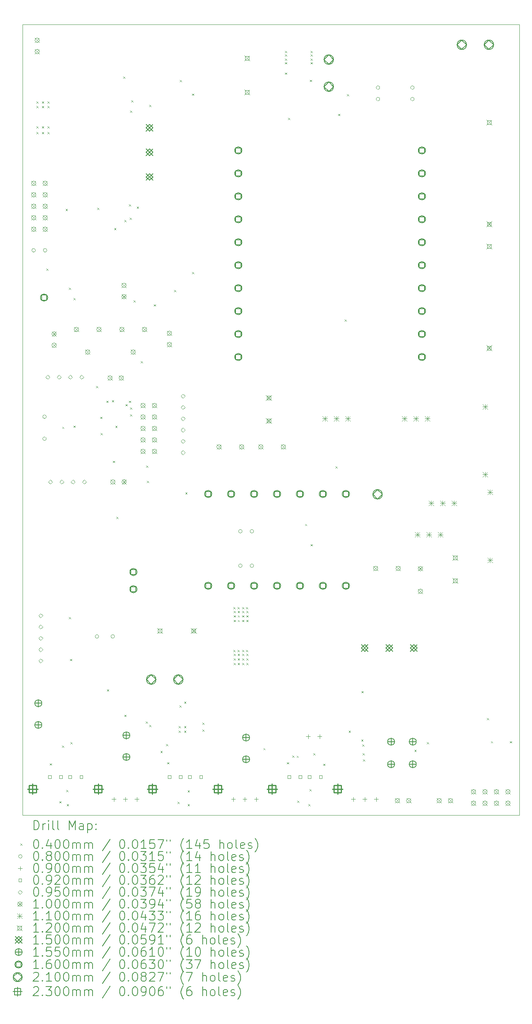
<source format=gbr>
%TF.GenerationSoftware,KiCad,Pcbnew,7.0.6-7.0.6~ubuntu22.04.1*%
%TF.CreationDate,2023-08-07T15:21:56+03:00*%
%TF.ProjectId,supply,73757070-6c79-42e6-9b69-6361645f7063,rev?*%
%TF.SameCoordinates,Original*%
%TF.FileFunction,Drillmap*%
%TF.FilePolarity,Positive*%
%FSLAX45Y45*%
G04 Gerber Fmt 4.5, Leading zero omitted, Abs format (unit mm)*
G04 Created by KiCad (PCBNEW 7.0.6-7.0.6~ubuntu22.04.1) date 2023-08-07 15:21:56*
%MOMM*%
%LPD*%
G01*
G04 APERTURE LIST*
%ADD10C,0.100000*%
%ADD11C,0.200000*%
%ADD12C,0.040000*%
%ADD13C,0.080000*%
%ADD14C,0.090000*%
%ADD15C,0.092000*%
%ADD16C,0.095000*%
%ADD17C,0.110000*%
%ADD18C,0.120000*%
%ADD19C,0.150000*%
%ADD20C,0.155000*%
%ADD21C,0.160000*%
%ADD22C,0.210000*%
%ADD23C,0.230000*%
G04 APERTURE END LIST*
D10*
X8647500Y-6080000D02*
X19647500Y-6080000D01*
X19647500Y-23580000D01*
X8647500Y-23580000D01*
X8647500Y-6080000D01*
D11*
D12*
X8955000Y-7780000D02*
X8995000Y-7820000D01*
X8995000Y-7780000D02*
X8955000Y-7820000D01*
X8955000Y-7880000D02*
X8995000Y-7920000D01*
X8995000Y-7880000D02*
X8955000Y-7920000D01*
X8955000Y-8330000D02*
X8995000Y-8370000D01*
X8995000Y-8330000D02*
X8955000Y-8370000D01*
X8955000Y-8455000D02*
X8995000Y-8495000D01*
X8995000Y-8455000D02*
X8955000Y-8495000D01*
X9080000Y-7780000D02*
X9120000Y-7820000D01*
X9120000Y-7780000D02*
X9080000Y-7820000D01*
X9080000Y-7880000D02*
X9120000Y-7920000D01*
X9120000Y-7880000D02*
X9080000Y-7920000D01*
X9080000Y-8330000D02*
X9120000Y-8370000D01*
X9120000Y-8330000D02*
X9080000Y-8370000D01*
X9080000Y-8455000D02*
X9120000Y-8495000D01*
X9120000Y-8455000D02*
X9080000Y-8495000D01*
X9180000Y-11480000D02*
X9220000Y-11520000D01*
X9220000Y-11480000D02*
X9180000Y-11520000D01*
X9205000Y-7780000D02*
X9245000Y-7820000D01*
X9245000Y-7780000D02*
X9205000Y-7820000D01*
X9205000Y-7880000D02*
X9245000Y-7920000D01*
X9245000Y-7880000D02*
X9205000Y-7920000D01*
X9205000Y-8330000D02*
X9245000Y-8370000D01*
X9245000Y-8330000D02*
X9205000Y-8370000D01*
X9205000Y-8455000D02*
X9245000Y-8495000D01*
X9245000Y-8455000D02*
X9205000Y-8495000D01*
X9255000Y-22430000D02*
X9295000Y-22470000D01*
X9295000Y-22430000D02*
X9255000Y-22470000D01*
X9468500Y-23268500D02*
X9508500Y-23308500D01*
X9508500Y-23268500D02*
X9468500Y-23308500D01*
X9525000Y-22035000D02*
X9565000Y-22075000D01*
X9565000Y-22035000D02*
X9525000Y-22075000D01*
X9530000Y-14980000D02*
X9570000Y-15020000D01*
X9570000Y-14980000D02*
X9530000Y-15020000D01*
X9605000Y-10155000D02*
X9645000Y-10195000D01*
X9645000Y-10155000D02*
X9605000Y-10195000D01*
X9617500Y-23017500D02*
X9657500Y-23057500D01*
X9657500Y-23017500D02*
X9617500Y-23057500D01*
X9630000Y-23330000D02*
X9670000Y-23370000D01*
X9670000Y-23330000D02*
X9630000Y-23370000D01*
X9680000Y-11905000D02*
X9720000Y-11945000D01*
X9720000Y-11905000D02*
X9680000Y-11945000D01*
X9680000Y-19190000D02*
X9720000Y-19230000D01*
X9720000Y-19190000D02*
X9680000Y-19230000D01*
X9700000Y-20120000D02*
X9740000Y-20160000D01*
X9740000Y-20120000D02*
X9700000Y-20160000D01*
X9710000Y-21960000D02*
X9750000Y-22000000D01*
X9750000Y-21960000D02*
X9710000Y-22000000D01*
X9780000Y-12130000D02*
X9820000Y-12170000D01*
X9820000Y-12130000D02*
X9780000Y-12170000D01*
X9780000Y-14955000D02*
X9820000Y-14995000D01*
X9820000Y-14955000D02*
X9780000Y-14995000D01*
X10280000Y-14080000D02*
X10320000Y-14120000D01*
X10320000Y-14080000D02*
X10280000Y-14120000D01*
X10305000Y-10132500D02*
X10345000Y-10172500D01*
X10345000Y-10132500D02*
X10305000Y-10172500D01*
X10368750Y-14760000D02*
X10408750Y-14800000D01*
X10408750Y-14760000D02*
X10368750Y-14800000D01*
X10380000Y-15120000D02*
X10420000Y-15160000D01*
X10420000Y-15120000D02*
X10380000Y-15160000D01*
X10505000Y-14405000D02*
X10545000Y-14445000D01*
X10545000Y-14405000D02*
X10505000Y-14445000D01*
X10520000Y-20795000D02*
X10560000Y-20835000D01*
X10560000Y-20795000D02*
X10520000Y-20835000D01*
X10630000Y-14392950D02*
X10670000Y-14432950D01*
X10670000Y-14392950D02*
X10630000Y-14432950D01*
X10651875Y-15734217D02*
X10691875Y-15774217D01*
X10691875Y-15734217D02*
X10651875Y-15774217D01*
X10680000Y-10580000D02*
X10720000Y-10620000D01*
X10720000Y-10580000D02*
X10680000Y-10620000D01*
X10705000Y-14960000D02*
X10745000Y-15000000D01*
X10745000Y-14960000D02*
X10705000Y-15000000D01*
X10730000Y-16975000D02*
X10770000Y-17015000D01*
X10770000Y-16975000D02*
X10730000Y-17015000D01*
X10880000Y-7230000D02*
X10920000Y-7270000D01*
X10920000Y-7230000D02*
X10880000Y-7270000D01*
X10905000Y-10405000D02*
X10945000Y-10445000D01*
X10945000Y-10405000D02*
X10905000Y-10445000D01*
X10905000Y-21355000D02*
X10945000Y-21395000D01*
X10945000Y-21355000D02*
X10905000Y-21395000D01*
X10930000Y-14480000D02*
X10970000Y-14520000D01*
X10970000Y-14480000D02*
X10930000Y-14520000D01*
X11005000Y-10055000D02*
X11045000Y-10095000D01*
X11045000Y-10055000D02*
X11005000Y-10095000D01*
X11005000Y-14405000D02*
X11045000Y-14445000D01*
X11045000Y-14405000D02*
X11005000Y-14445000D01*
X11025000Y-10355000D02*
X11065000Y-10395000D01*
X11065000Y-10355000D02*
X11025000Y-10395000D01*
X11030000Y-7980000D02*
X11070000Y-8020000D01*
X11070000Y-7980000D02*
X11030000Y-8020000D01*
X11030000Y-14555000D02*
X11070000Y-14595000D01*
X11070000Y-14555000D02*
X11030000Y-14595000D01*
X11030000Y-14705000D02*
X11070000Y-14745000D01*
X11070000Y-14705000D02*
X11030000Y-14745000D01*
X11055000Y-7755000D02*
X11095000Y-7795000D01*
X11095000Y-7755000D02*
X11055000Y-7795000D01*
X11105000Y-12180000D02*
X11145000Y-12220000D01*
X11145000Y-12180000D02*
X11105000Y-12220000D01*
X11180000Y-10105000D02*
X11220000Y-10145000D01*
X11220000Y-10105000D02*
X11180000Y-10145000D01*
X11270000Y-13530000D02*
X11310000Y-13570000D01*
X11310000Y-13530000D02*
X11270000Y-13570000D01*
X11380000Y-21505000D02*
X11420000Y-21545000D01*
X11420000Y-21505000D02*
X11380000Y-21545000D01*
X11387396Y-15837396D02*
X11427396Y-15877396D01*
X11427396Y-15837396D02*
X11387396Y-15877396D01*
X11405000Y-16180000D02*
X11445000Y-16220000D01*
X11445000Y-16180000D02*
X11405000Y-16220000D01*
X11455000Y-7855000D02*
X11495000Y-7895000D01*
X11495000Y-7855000D02*
X11455000Y-7895000D01*
X11455000Y-21580000D02*
X11495000Y-21620000D01*
X11495000Y-21580000D02*
X11455000Y-21620000D01*
X11555000Y-12271250D02*
X11595000Y-12311250D01*
X11595000Y-12271250D02*
X11555000Y-12311250D01*
X11705000Y-22154950D02*
X11745000Y-22194950D01*
X11745000Y-22154950D02*
X11705000Y-22194950D01*
X11830000Y-22005000D02*
X11870000Y-22045000D01*
X11870000Y-22005000D02*
X11830000Y-22045000D01*
X11855000Y-22405000D02*
X11895000Y-22445000D01*
X11895000Y-22405000D02*
X11855000Y-22445000D01*
X12005000Y-11955000D02*
X12045000Y-11995000D01*
X12045000Y-11955000D02*
X12005000Y-11995000D01*
X12080000Y-23280000D02*
X12120000Y-23320000D01*
X12120000Y-23280000D02*
X12080000Y-23320000D01*
X12105000Y-21605000D02*
X12145000Y-21645000D01*
X12145000Y-21605000D02*
X12105000Y-21645000D01*
X12105000Y-21705000D02*
X12145000Y-21745000D01*
X12145000Y-21705000D02*
X12105000Y-21745000D01*
X12125050Y-21145000D02*
X12165050Y-21185000D01*
X12165050Y-21145000D02*
X12125050Y-21185000D01*
X12130000Y-7305000D02*
X12170000Y-7345000D01*
X12170000Y-7305000D02*
X12130000Y-7345000D01*
X12230000Y-21065050D02*
X12270000Y-21105050D01*
X12270000Y-21065050D02*
X12230000Y-21105050D01*
X12230000Y-21605000D02*
X12270000Y-21645000D01*
X12270000Y-21605000D02*
X12230000Y-21645000D01*
X12230000Y-21705000D02*
X12270000Y-21745000D01*
X12270000Y-21705000D02*
X12230000Y-21745000D01*
X12255000Y-16430000D02*
X12295000Y-16470000D01*
X12295000Y-16430000D02*
X12255000Y-16470000D01*
X12305000Y-23030000D02*
X12345000Y-23070000D01*
X12345000Y-23030000D02*
X12305000Y-23070000D01*
X12305000Y-23330000D02*
X12345000Y-23370000D01*
X12345000Y-23330000D02*
X12305000Y-23370000D01*
X12405000Y-7605000D02*
X12445000Y-7645000D01*
X12445000Y-7605000D02*
X12405000Y-7645000D01*
X12406000Y-11554000D02*
X12446000Y-11594000D01*
X12446000Y-11554000D02*
X12406000Y-11594000D01*
X12630000Y-21530000D02*
X12670000Y-21570000D01*
X12670000Y-21530000D02*
X12630000Y-21570000D01*
X12630000Y-21682550D02*
X12670000Y-21722550D01*
X12670000Y-21682550D02*
X12630000Y-21722550D01*
X13320000Y-18970000D02*
X13360000Y-19010000D01*
X13360000Y-18970000D02*
X13320000Y-19010000D01*
X13320000Y-19920000D02*
X13360000Y-19960000D01*
X13360000Y-19920000D02*
X13320000Y-19960000D01*
X13325000Y-19055000D02*
X13365000Y-19095000D01*
X13365000Y-19055000D02*
X13325000Y-19095000D01*
X13325000Y-19155000D02*
X13365000Y-19195000D01*
X13365000Y-19155000D02*
X13325000Y-19195000D01*
X13325000Y-19255000D02*
X13365000Y-19295000D01*
X13365000Y-19255000D02*
X13325000Y-19295000D01*
X13325000Y-20005000D02*
X13365000Y-20045000D01*
X13365000Y-20005000D02*
X13325000Y-20045000D01*
X13325000Y-20105000D02*
X13365000Y-20145000D01*
X13365000Y-20105000D02*
X13325000Y-20145000D01*
X13325000Y-20205000D02*
X13365000Y-20245000D01*
X13365000Y-20205000D02*
X13325000Y-20245000D01*
X13410000Y-18970000D02*
X13450000Y-19010000D01*
X13450000Y-18970000D02*
X13410000Y-19010000D01*
X13410000Y-19920000D02*
X13450000Y-19960000D01*
X13450000Y-19920000D02*
X13410000Y-19960000D01*
X13415000Y-19055000D02*
X13455000Y-19095000D01*
X13455000Y-19055000D02*
X13415000Y-19095000D01*
X13415000Y-19155000D02*
X13455000Y-19195000D01*
X13455000Y-19155000D02*
X13415000Y-19195000D01*
X13415000Y-19255000D02*
X13455000Y-19295000D01*
X13455000Y-19255000D02*
X13415000Y-19295000D01*
X13415000Y-20005000D02*
X13455000Y-20045000D01*
X13455000Y-20005000D02*
X13415000Y-20045000D01*
X13415000Y-20105000D02*
X13455000Y-20145000D01*
X13455000Y-20105000D02*
X13415000Y-20145000D01*
X13415000Y-20205000D02*
X13455000Y-20245000D01*
X13455000Y-20205000D02*
X13415000Y-20245000D01*
X13510000Y-18970000D02*
X13550000Y-19010000D01*
X13550000Y-18970000D02*
X13510000Y-19010000D01*
X13510000Y-19920000D02*
X13550000Y-19960000D01*
X13550000Y-19920000D02*
X13510000Y-19960000D01*
X13515000Y-19055000D02*
X13555000Y-19095000D01*
X13555000Y-19055000D02*
X13515000Y-19095000D01*
X13515000Y-19155000D02*
X13555000Y-19195000D01*
X13555000Y-19155000D02*
X13515000Y-19195000D01*
X13515000Y-19255000D02*
X13555000Y-19295000D01*
X13555000Y-19255000D02*
X13515000Y-19295000D01*
X13515000Y-20005000D02*
X13555000Y-20045000D01*
X13555000Y-20005000D02*
X13515000Y-20045000D01*
X13515000Y-20105000D02*
X13555000Y-20145000D01*
X13555000Y-20105000D02*
X13515000Y-20145000D01*
X13515000Y-20205000D02*
X13555000Y-20245000D01*
X13555000Y-20205000D02*
X13515000Y-20245000D01*
X13600000Y-18970000D02*
X13640000Y-19010000D01*
X13640000Y-18970000D02*
X13600000Y-19010000D01*
X13600000Y-19920000D02*
X13640000Y-19960000D01*
X13640000Y-19920000D02*
X13600000Y-19960000D01*
X13605000Y-19055000D02*
X13645000Y-19095000D01*
X13645000Y-19055000D02*
X13605000Y-19095000D01*
X13605000Y-19155000D02*
X13645000Y-19195000D01*
X13645000Y-19155000D02*
X13605000Y-19195000D01*
X13605000Y-19255000D02*
X13645000Y-19295000D01*
X13645000Y-19255000D02*
X13605000Y-19295000D01*
X13605000Y-20005000D02*
X13645000Y-20045000D01*
X13645000Y-20005000D02*
X13605000Y-20045000D01*
X13605000Y-20105000D02*
X13645000Y-20145000D01*
X13645000Y-20105000D02*
X13605000Y-20145000D01*
X13605000Y-20205000D02*
X13645000Y-20245000D01*
X13645000Y-20205000D02*
X13605000Y-20245000D01*
X13982490Y-22092560D02*
X14022490Y-22132560D01*
X14022490Y-22092560D02*
X13982490Y-22132560D01*
X14460000Y-6660000D02*
X14500000Y-6700000D01*
X14500000Y-6660000D02*
X14460000Y-6700000D01*
X14460000Y-6740000D02*
X14500000Y-6780000D01*
X14500000Y-6740000D02*
X14460000Y-6780000D01*
X14460000Y-6830000D02*
X14500000Y-6870000D01*
X14500000Y-6830000D02*
X14460000Y-6870000D01*
X14460000Y-6910000D02*
X14500000Y-6950000D01*
X14500000Y-6910000D02*
X14460000Y-6950000D01*
X14460000Y-7138750D02*
X14500000Y-7178750D01*
X14500000Y-7138750D02*
X14460000Y-7178750D01*
X14505000Y-22405000D02*
X14545000Y-22445000D01*
X14545000Y-22405000D02*
X14505000Y-22445000D01*
X14530000Y-8140000D02*
X14570000Y-8180000D01*
X14570000Y-8140000D02*
X14530000Y-8180000D01*
X14620000Y-22255000D02*
X14660000Y-22295000D01*
X14660000Y-22255000D02*
X14620000Y-22295000D01*
X14720000Y-22260000D02*
X14760000Y-22300000D01*
X14760000Y-22260000D02*
X14720000Y-22300000D01*
X14730000Y-23255000D02*
X14770000Y-23295000D01*
X14770000Y-23255000D02*
X14730000Y-23295000D01*
X14905000Y-17130000D02*
X14945000Y-17170000D01*
X14945000Y-17130000D02*
X14905000Y-17170000D01*
X14980000Y-23330000D02*
X15020000Y-23370000D01*
X15020000Y-23330000D02*
X14980000Y-23370000D01*
X15005000Y-23005000D02*
X15045000Y-23045000D01*
X15045000Y-23005000D02*
X15005000Y-23045000D01*
X15010000Y-7300000D02*
X15050000Y-7340000D01*
X15050000Y-7300000D02*
X15010000Y-7340000D01*
X15030000Y-6660000D02*
X15070000Y-6700000D01*
X15070000Y-6660000D02*
X15030000Y-6700000D01*
X15030000Y-6740000D02*
X15070000Y-6780000D01*
X15070000Y-6740000D02*
X15030000Y-6780000D01*
X15030000Y-6830000D02*
X15070000Y-6870000D01*
X15070000Y-6830000D02*
X15030000Y-6870000D01*
X15030000Y-6910000D02*
X15070000Y-6950000D01*
X15070000Y-6910000D02*
X15030000Y-6950000D01*
X15030000Y-17580000D02*
X15070000Y-17620000D01*
X15070000Y-17580000D02*
X15030000Y-17620000D01*
X15090000Y-22205000D02*
X15130000Y-22245000D01*
X15130000Y-22205000D02*
X15090000Y-22245000D01*
X15310000Y-22440000D02*
X15350000Y-22480000D01*
X15350000Y-22440000D02*
X15310000Y-22480000D01*
X15580000Y-15855000D02*
X15620000Y-15895000D01*
X15620000Y-15855000D02*
X15580000Y-15895000D01*
X15639931Y-8055050D02*
X15679931Y-8095050D01*
X15679931Y-8055050D02*
X15639931Y-8095050D01*
X15780000Y-12605000D02*
X15820000Y-12645000D01*
X15820000Y-12605000D02*
X15780000Y-12645000D01*
X15830000Y-7615000D02*
X15870000Y-7655000D01*
X15870000Y-7615000D02*
X15830000Y-7655000D01*
X15870000Y-21705000D02*
X15910000Y-21745000D01*
X15910000Y-21705000D02*
X15870000Y-21745000D01*
X16150000Y-21900000D02*
X16190000Y-21940000D01*
X16190000Y-21900000D02*
X16150000Y-21940000D01*
X16155000Y-20830000D02*
X16195000Y-20870000D01*
X16195000Y-20830000D02*
X16155000Y-20870000D01*
X16170000Y-22010000D02*
X16210000Y-22050000D01*
X16210000Y-22010000D02*
X16170000Y-22050000D01*
X16180000Y-22204950D02*
X16220000Y-22244950D01*
X16220000Y-22204950D02*
X16180000Y-22244950D01*
X16184950Y-22340000D02*
X16224950Y-22380000D01*
X16224950Y-22340000D02*
X16184950Y-22380000D01*
X17327254Y-22132746D02*
X17367254Y-22172746D01*
X17367254Y-22132746D02*
X17327254Y-22172746D01*
X17600000Y-21960000D02*
X17640000Y-22000000D01*
X17640000Y-21960000D02*
X17600000Y-22000000D01*
X18930000Y-21430000D02*
X18970000Y-21470000D01*
X18970000Y-21430000D02*
X18930000Y-21470000D01*
X19020000Y-21940000D02*
X19060000Y-21980000D01*
X19060000Y-21940000D02*
X19020000Y-21980000D01*
X19441250Y-21938750D02*
X19481250Y-21978750D01*
X19481250Y-21938750D02*
X19441250Y-21978750D01*
D13*
X8936000Y-11075000D02*
G75*
G03*
X8936000Y-11075000I-40000J0D01*
G01*
X9177500Y-14757000D02*
G75*
G03*
X9177500Y-14757000I-40000J0D01*
G01*
X9177500Y-15245000D02*
G75*
G03*
X9177500Y-15245000I-40000J0D01*
G01*
X9190000Y-11075000D02*
G75*
G03*
X9190000Y-11075000I-40000J0D01*
G01*
X10337500Y-19620000D02*
G75*
G03*
X10337500Y-19620000I-40000J0D01*
G01*
X10687500Y-19620000D02*
G75*
G03*
X10687500Y-19620000I-40000J0D01*
G01*
X13513500Y-17293000D02*
G75*
G03*
X13513500Y-17293000I-40000J0D01*
G01*
X13513500Y-18055000D02*
G75*
G03*
X13513500Y-18055000I-40000J0D01*
G01*
X13767500Y-17293000D02*
G75*
G03*
X13767500Y-17293000I-40000J0D01*
G01*
X13767500Y-18055000D02*
G75*
G03*
X13767500Y-18055000I-40000J0D01*
G01*
X16560000Y-7472500D02*
G75*
G03*
X16560000Y-7472500I-40000J0D01*
G01*
X16560000Y-7726500D02*
G75*
G03*
X16560000Y-7726500I-40000J0D01*
G01*
X17322000Y-7472500D02*
G75*
G03*
X17322000Y-7472500I-40000J0D01*
G01*
X17322000Y-7726500D02*
G75*
G03*
X17322000Y-7726500I-40000J0D01*
G01*
D14*
X10672000Y-23180000D02*
X10672000Y-23270000D01*
X10627000Y-23225000D02*
X10717000Y-23225000D01*
X10926000Y-23180000D02*
X10926000Y-23270000D01*
X10881000Y-23225000D02*
X10971000Y-23225000D01*
X11180000Y-23180000D02*
X11180000Y-23270000D01*
X11135000Y-23225000D02*
X11225000Y-23225000D01*
X13317000Y-23180000D02*
X13317000Y-23270000D01*
X13272000Y-23225000D02*
X13362000Y-23225000D01*
X13571000Y-23180000D02*
X13571000Y-23270000D01*
X13526000Y-23225000D02*
X13616000Y-23225000D01*
X13825000Y-23180000D02*
X13825000Y-23270000D01*
X13780000Y-23225000D02*
X13870000Y-23225000D01*
X14972500Y-21790000D02*
X14972500Y-21880000D01*
X14927500Y-21835000D02*
X15017500Y-21835000D01*
X15226500Y-21790000D02*
X15226500Y-21880000D01*
X15181500Y-21835000D02*
X15271500Y-21835000D01*
X15972000Y-23180000D02*
X15972000Y-23270000D01*
X15927000Y-23225000D02*
X16017000Y-23225000D01*
X16226000Y-23180000D02*
X16226000Y-23270000D01*
X16181000Y-23225000D02*
X16271000Y-23225000D01*
X16480000Y-23180000D02*
X16480000Y-23270000D01*
X16435000Y-23225000D02*
X16525000Y-23225000D01*
D15*
X9282527Y-22759777D02*
X9282527Y-22694723D01*
X9217473Y-22694723D01*
X9217473Y-22759777D01*
X9282527Y-22759777D01*
X9532527Y-22759777D02*
X9532527Y-22694723D01*
X9467473Y-22694723D01*
X9467473Y-22759777D01*
X9532527Y-22759777D01*
X9732527Y-22759777D02*
X9732527Y-22694723D01*
X9667473Y-22694723D01*
X9667473Y-22759777D01*
X9732527Y-22759777D01*
X9982527Y-22759777D02*
X9982527Y-22694723D01*
X9917473Y-22694723D01*
X9917473Y-22759777D01*
X9982527Y-22759777D01*
X11932527Y-22759777D02*
X11932527Y-22694723D01*
X11867473Y-22694723D01*
X11867473Y-22759777D01*
X11932527Y-22759777D01*
X12182527Y-22759777D02*
X12182527Y-22694723D01*
X12117473Y-22694723D01*
X12117473Y-22759777D01*
X12182527Y-22759777D01*
X12382527Y-22759777D02*
X12382527Y-22694723D01*
X12317473Y-22694723D01*
X12317473Y-22759777D01*
X12382527Y-22759777D01*
X12632527Y-22759777D02*
X12632527Y-22694723D01*
X12567473Y-22694723D01*
X12567473Y-22759777D01*
X12632527Y-22759777D01*
X14582527Y-22759777D02*
X14582527Y-22694723D01*
X14517473Y-22694723D01*
X14517473Y-22759777D01*
X14582527Y-22759777D01*
X14832527Y-22759777D02*
X14832527Y-22694723D01*
X14767473Y-22694723D01*
X14767473Y-22759777D01*
X14832527Y-22759777D01*
X15032527Y-22759777D02*
X15032527Y-22694723D01*
X14967473Y-22694723D01*
X14967473Y-22759777D01*
X15032527Y-22759777D01*
X15282527Y-22759777D02*
X15282527Y-22694723D01*
X15217473Y-22694723D01*
X15217473Y-22759777D01*
X15282527Y-22759777D01*
D16*
X9052500Y-19207500D02*
X9100000Y-19160000D01*
X9052500Y-19112500D01*
X9005000Y-19160000D01*
X9052500Y-19207500D01*
X9052500Y-19457500D02*
X9100000Y-19410000D01*
X9052500Y-19362500D01*
X9005000Y-19410000D01*
X9052500Y-19457500D01*
X9052500Y-19707500D02*
X9100000Y-19660000D01*
X9052500Y-19612500D01*
X9005000Y-19660000D01*
X9052500Y-19707500D01*
X9052500Y-19957500D02*
X9100000Y-19910000D01*
X9052500Y-19862500D01*
X9005000Y-19910000D01*
X9052500Y-19957500D01*
X9052500Y-20207500D02*
X9100000Y-20160000D01*
X9052500Y-20112500D01*
X9005000Y-20160000D01*
X9052500Y-20207500D01*
X9207500Y-13927500D02*
X9255000Y-13880000D01*
X9207500Y-13832500D01*
X9160000Y-13880000D01*
X9207500Y-13927500D01*
X9267500Y-16247500D02*
X9315000Y-16200000D01*
X9267500Y-16152500D01*
X9220000Y-16200000D01*
X9267500Y-16247500D01*
X9457500Y-13927500D02*
X9505000Y-13880000D01*
X9457500Y-13832500D01*
X9410000Y-13880000D01*
X9457500Y-13927500D01*
X9517500Y-16247500D02*
X9565000Y-16200000D01*
X9517500Y-16152500D01*
X9470000Y-16200000D01*
X9517500Y-16247500D01*
X9707500Y-13927500D02*
X9755000Y-13880000D01*
X9707500Y-13832500D01*
X9660000Y-13880000D01*
X9707500Y-13927500D01*
X9767500Y-16247500D02*
X9815000Y-16200000D01*
X9767500Y-16152500D01*
X9720000Y-16200000D01*
X9767500Y-16247500D01*
X9957500Y-13927500D02*
X10005000Y-13880000D01*
X9957500Y-13832500D01*
X9910000Y-13880000D01*
X9957500Y-13927500D01*
X10017500Y-16247500D02*
X10065000Y-16200000D01*
X10017500Y-16152500D01*
X9970000Y-16200000D01*
X10017500Y-16247500D01*
X12202500Y-14347500D02*
X12250000Y-14300000D01*
X12202500Y-14252500D01*
X12155000Y-14300000D01*
X12202500Y-14347500D01*
X12202500Y-14597500D02*
X12250000Y-14550000D01*
X12202500Y-14502500D01*
X12155000Y-14550000D01*
X12202500Y-14597500D01*
X12202500Y-14847500D02*
X12250000Y-14800000D01*
X12202500Y-14752500D01*
X12155000Y-14800000D01*
X12202500Y-14847500D01*
X12202500Y-15097500D02*
X12250000Y-15050000D01*
X12202500Y-15002500D01*
X12155000Y-15050000D01*
X12202500Y-15097500D01*
X12202500Y-15347500D02*
X12250000Y-15300000D01*
X12202500Y-15252500D01*
X12155000Y-15300000D01*
X12202500Y-15347500D01*
X12202500Y-15597500D02*
X12250000Y-15550000D01*
X12202500Y-15502500D01*
X12155000Y-15550000D01*
X12202500Y-15597500D01*
D10*
X8848500Y-9541500D02*
X8948500Y-9641500D01*
X8948500Y-9541500D02*
X8848500Y-9641500D01*
X8948500Y-9591500D02*
G75*
G03*
X8948500Y-9591500I-50000J0D01*
G01*
X8848500Y-9795500D02*
X8948500Y-9895500D01*
X8948500Y-9795500D02*
X8848500Y-9895500D01*
X8948500Y-9845500D02*
G75*
G03*
X8948500Y-9845500I-50000J0D01*
G01*
X8848500Y-10049500D02*
X8948500Y-10149500D01*
X8948500Y-10049500D02*
X8848500Y-10149500D01*
X8948500Y-10099500D02*
G75*
G03*
X8948500Y-10099500I-50000J0D01*
G01*
X8848500Y-10303500D02*
X8948500Y-10403500D01*
X8948500Y-10303500D02*
X8848500Y-10403500D01*
X8948500Y-10353500D02*
G75*
G03*
X8948500Y-10353500I-50000J0D01*
G01*
X8848500Y-10557500D02*
X8948500Y-10657500D01*
X8948500Y-10557500D02*
X8848500Y-10657500D01*
X8948500Y-10607500D02*
G75*
G03*
X8948500Y-10607500I-50000J0D01*
G01*
X8925000Y-6375000D02*
X9025000Y-6475000D01*
X9025000Y-6375000D02*
X8925000Y-6475000D01*
X9025000Y-6425000D02*
G75*
G03*
X9025000Y-6425000I-50000J0D01*
G01*
X8925000Y-6625000D02*
X9025000Y-6725000D01*
X9025000Y-6625000D02*
X8925000Y-6725000D01*
X9025000Y-6675000D02*
G75*
G03*
X9025000Y-6675000I-50000J0D01*
G01*
X9102500Y-9541500D02*
X9202500Y-9641500D01*
X9202500Y-9541500D02*
X9102500Y-9641500D01*
X9202500Y-9591500D02*
G75*
G03*
X9202500Y-9591500I-50000J0D01*
G01*
X9102500Y-9795500D02*
X9202500Y-9895500D01*
X9202500Y-9795500D02*
X9102500Y-9895500D01*
X9202500Y-9845500D02*
G75*
G03*
X9202500Y-9845500I-50000J0D01*
G01*
X9102500Y-10049500D02*
X9202500Y-10149500D01*
X9202500Y-10049500D02*
X9102500Y-10149500D01*
X9202500Y-10099500D02*
G75*
G03*
X9202500Y-10099500I-50000J0D01*
G01*
X9102500Y-10303500D02*
X9202500Y-10403500D01*
X9202500Y-10303500D02*
X9102500Y-10403500D01*
X9202500Y-10353500D02*
G75*
G03*
X9202500Y-10353500I-50000J0D01*
G01*
X9102500Y-10557500D02*
X9202500Y-10657500D01*
X9202500Y-10557500D02*
X9102500Y-10657500D01*
X9202500Y-10607500D02*
G75*
G03*
X9202500Y-10607500I-50000J0D01*
G01*
X9300000Y-12875000D02*
X9400000Y-12975000D01*
X9400000Y-12875000D02*
X9300000Y-12975000D01*
X9400000Y-12925000D02*
G75*
G03*
X9400000Y-12925000I-50000J0D01*
G01*
X9300000Y-13125000D02*
X9400000Y-13225000D01*
X9400000Y-13125000D02*
X9300000Y-13225000D01*
X9400000Y-13175000D02*
G75*
G03*
X9400000Y-13175000I-50000J0D01*
G01*
X9792500Y-12776000D02*
X9892500Y-12876000D01*
X9892500Y-12776000D02*
X9792500Y-12876000D01*
X9892500Y-12826000D02*
G75*
G03*
X9892500Y-12826000I-50000J0D01*
G01*
X10042500Y-13276000D02*
X10142500Y-13376000D01*
X10142500Y-13276000D02*
X10042500Y-13376000D01*
X10142500Y-13326000D02*
G75*
G03*
X10142500Y-13326000I-50000J0D01*
G01*
X10292500Y-12776000D02*
X10392500Y-12876000D01*
X10392500Y-12776000D02*
X10292500Y-12876000D01*
X10392500Y-12826000D02*
G75*
G03*
X10392500Y-12826000I-50000J0D01*
G01*
X10537500Y-13850000D02*
X10637500Y-13950000D01*
X10637500Y-13850000D02*
X10537500Y-13950000D01*
X10637500Y-13900000D02*
G75*
G03*
X10637500Y-13900000I-50000J0D01*
G01*
X10600000Y-16150000D02*
X10700000Y-16250000D01*
X10700000Y-16150000D02*
X10600000Y-16250000D01*
X10700000Y-16200000D02*
G75*
G03*
X10700000Y-16200000I-50000J0D01*
G01*
X10787500Y-13850000D02*
X10887500Y-13950000D01*
X10887500Y-13850000D02*
X10787500Y-13950000D01*
X10887500Y-13900000D02*
G75*
G03*
X10887500Y-13900000I-50000J0D01*
G01*
X10800000Y-12776000D02*
X10900000Y-12876000D01*
X10900000Y-12776000D02*
X10800000Y-12876000D01*
X10900000Y-12826000D02*
G75*
G03*
X10900000Y-12826000I-50000J0D01*
G01*
X10847500Y-11800000D02*
X10947500Y-11900000D01*
X10947500Y-11800000D02*
X10847500Y-11900000D01*
X10947500Y-11850000D02*
G75*
G03*
X10947500Y-11850000I-50000J0D01*
G01*
X10847500Y-12050000D02*
X10947500Y-12150000D01*
X10947500Y-12050000D02*
X10847500Y-12150000D01*
X10947500Y-12100000D02*
G75*
G03*
X10947500Y-12100000I-50000J0D01*
G01*
X10850000Y-16150000D02*
X10950000Y-16250000D01*
X10950000Y-16150000D02*
X10850000Y-16250000D01*
X10950000Y-16200000D02*
G75*
G03*
X10950000Y-16200000I-50000J0D01*
G01*
X11050000Y-13276000D02*
X11150000Y-13376000D01*
X11150000Y-13276000D02*
X11050000Y-13376000D01*
X11150000Y-13326000D02*
G75*
G03*
X11150000Y-13326000I-50000J0D01*
G01*
X11267500Y-14458000D02*
X11367500Y-14558000D01*
X11367500Y-14458000D02*
X11267500Y-14558000D01*
X11367500Y-14508000D02*
G75*
G03*
X11367500Y-14508000I-50000J0D01*
G01*
X11267500Y-14712000D02*
X11367500Y-14812000D01*
X11367500Y-14712000D02*
X11267500Y-14812000D01*
X11367500Y-14762000D02*
G75*
G03*
X11367500Y-14762000I-50000J0D01*
G01*
X11267500Y-14966000D02*
X11367500Y-15066000D01*
X11367500Y-14966000D02*
X11267500Y-15066000D01*
X11367500Y-15016000D02*
G75*
G03*
X11367500Y-15016000I-50000J0D01*
G01*
X11267500Y-15220000D02*
X11367500Y-15320000D01*
X11367500Y-15220000D02*
X11267500Y-15320000D01*
X11367500Y-15270000D02*
G75*
G03*
X11367500Y-15270000I-50000J0D01*
G01*
X11267500Y-15474000D02*
X11367500Y-15574000D01*
X11367500Y-15474000D02*
X11267500Y-15574000D01*
X11367500Y-15524000D02*
G75*
G03*
X11367500Y-15524000I-50000J0D01*
G01*
X11300000Y-12776000D02*
X11400000Y-12876000D01*
X11400000Y-12776000D02*
X11300000Y-12876000D01*
X11400000Y-12826000D02*
G75*
G03*
X11400000Y-12826000I-50000J0D01*
G01*
X11521500Y-14458000D02*
X11621500Y-14558000D01*
X11621500Y-14458000D02*
X11521500Y-14558000D01*
X11621500Y-14508000D02*
G75*
G03*
X11621500Y-14508000I-50000J0D01*
G01*
X11521500Y-14712000D02*
X11621500Y-14812000D01*
X11621500Y-14712000D02*
X11521500Y-14812000D01*
X11621500Y-14762000D02*
G75*
G03*
X11621500Y-14762000I-50000J0D01*
G01*
X11521500Y-14966000D02*
X11621500Y-15066000D01*
X11621500Y-14966000D02*
X11521500Y-15066000D01*
X11621500Y-15016000D02*
G75*
G03*
X11621500Y-15016000I-50000J0D01*
G01*
X11521500Y-15220000D02*
X11621500Y-15320000D01*
X11621500Y-15220000D02*
X11521500Y-15320000D01*
X11621500Y-15270000D02*
G75*
G03*
X11621500Y-15270000I-50000J0D01*
G01*
X11521500Y-15474000D02*
X11621500Y-15574000D01*
X11621500Y-15474000D02*
X11521500Y-15574000D01*
X11621500Y-15524000D02*
G75*
G03*
X11621500Y-15524000I-50000J0D01*
G01*
X11852500Y-12860000D02*
X11952500Y-12960000D01*
X11952500Y-12860000D02*
X11852500Y-12960000D01*
X11952500Y-12910000D02*
G75*
G03*
X11952500Y-12910000I-50000J0D01*
G01*
X11852500Y-13110000D02*
X11952500Y-13210000D01*
X11952500Y-13110000D02*
X11852500Y-13210000D01*
X11952500Y-13160000D02*
G75*
G03*
X11952500Y-13160000I-50000J0D01*
G01*
X12950000Y-15375000D02*
X13050000Y-15475000D01*
X13050000Y-15375000D02*
X12950000Y-15475000D01*
X13050000Y-15425000D02*
G75*
G03*
X13050000Y-15425000I-50000J0D01*
G01*
X13450000Y-15375000D02*
X13550000Y-15475000D01*
X13550000Y-15375000D02*
X13450000Y-15475000D01*
X13550000Y-15425000D02*
G75*
G03*
X13550000Y-15425000I-50000J0D01*
G01*
X13875000Y-15375000D02*
X13975000Y-15475000D01*
X13975000Y-15375000D02*
X13875000Y-15475000D01*
X13975000Y-15425000D02*
G75*
G03*
X13975000Y-15425000I-50000J0D01*
G01*
X14375000Y-15375000D02*
X14475000Y-15475000D01*
X14475000Y-15375000D02*
X14375000Y-15475000D01*
X14475000Y-15425000D02*
G75*
G03*
X14475000Y-15425000I-50000J0D01*
G01*
X16417200Y-18065280D02*
X16517200Y-18165280D01*
X16517200Y-18065280D02*
X16417200Y-18165280D01*
X16517200Y-18115280D02*
G75*
G03*
X16517200Y-18115280I-50000J0D01*
G01*
X16900000Y-23205000D02*
X17000000Y-23305000D01*
X17000000Y-23205000D02*
X16900000Y-23305000D01*
X17000000Y-23255000D02*
G75*
G03*
X17000000Y-23255000I-50000J0D01*
G01*
X16917200Y-18065280D02*
X17017200Y-18165280D01*
X17017200Y-18065280D02*
X16917200Y-18165280D01*
X17017200Y-18115280D02*
G75*
G03*
X17017200Y-18115280I-50000J0D01*
G01*
X17150000Y-23205000D02*
X17250000Y-23305000D01*
X17250000Y-23205000D02*
X17150000Y-23305000D01*
X17250000Y-23255000D02*
G75*
G03*
X17250000Y-23255000I-50000J0D01*
G01*
X17409960Y-18070360D02*
X17509960Y-18170360D01*
X17509960Y-18070360D02*
X17409960Y-18170360D01*
X17509960Y-18120360D02*
G75*
G03*
X17509960Y-18120360I-50000J0D01*
G01*
X17409960Y-18570360D02*
X17509960Y-18670360D01*
X17509960Y-18570360D02*
X17409960Y-18670360D01*
X17509960Y-18620360D02*
G75*
G03*
X17509960Y-18620360I-50000J0D01*
G01*
X17825000Y-23205000D02*
X17925000Y-23305000D01*
X17925000Y-23205000D02*
X17825000Y-23305000D01*
X17925000Y-23255000D02*
G75*
G03*
X17925000Y-23255000I-50000J0D01*
G01*
X18075000Y-23205000D02*
X18175000Y-23305000D01*
X18175000Y-23205000D02*
X18075000Y-23305000D01*
X18175000Y-23255000D02*
G75*
G03*
X18175000Y-23255000I-50000J0D01*
G01*
X18585000Y-23007500D02*
X18685000Y-23107500D01*
X18685000Y-23007500D02*
X18585000Y-23107500D01*
X18685000Y-23057500D02*
G75*
G03*
X18685000Y-23057500I-50000J0D01*
G01*
X18585000Y-23261500D02*
X18685000Y-23361500D01*
X18685000Y-23261500D02*
X18585000Y-23361500D01*
X18685000Y-23311500D02*
G75*
G03*
X18685000Y-23311500I-50000J0D01*
G01*
X18839000Y-23007500D02*
X18939000Y-23107500D01*
X18939000Y-23007500D02*
X18839000Y-23107500D01*
X18939000Y-23057500D02*
G75*
G03*
X18939000Y-23057500I-50000J0D01*
G01*
X18839000Y-23261500D02*
X18939000Y-23361500D01*
X18939000Y-23261500D02*
X18839000Y-23361500D01*
X18939000Y-23311500D02*
G75*
G03*
X18939000Y-23311500I-50000J0D01*
G01*
X19093000Y-23007500D02*
X19193000Y-23107500D01*
X19193000Y-23007500D02*
X19093000Y-23107500D01*
X19193000Y-23057500D02*
G75*
G03*
X19193000Y-23057500I-50000J0D01*
G01*
X19093000Y-23261500D02*
X19193000Y-23361500D01*
X19193000Y-23261500D02*
X19093000Y-23361500D01*
X19193000Y-23311500D02*
G75*
G03*
X19193000Y-23311500I-50000J0D01*
G01*
X19347000Y-23007500D02*
X19447000Y-23107500D01*
X19447000Y-23007500D02*
X19347000Y-23107500D01*
X19447000Y-23057500D02*
G75*
G03*
X19447000Y-23057500I-50000J0D01*
G01*
X19347000Y-23261500D02*
X19447000Y-23361500D01*
X19447000Y-23261500D02*
X19347000Y-23361500D01*
X19447000Y-23311500D02*
G75*
G03*
X19447000Y-23311500I-50000J0D01*
G01*
D17*
X15292500Y-14744500D02*
X15402500Y-14854500D01*
X15402500Y-14744500D02*
X15292500Y-14854500D01*
X15347500Y-14744500D02*
X15347500Y-14854500D01*
X15292500Y-14799500D02*
X15402500Y-14799500D01*
X15546500Y-14744500D02*
X15656500Y-14854500D01*
X15656500Y-14744500D02*
X15546500Y-14854500D01*
X15601500Y-14744500D02*
X15601500Y-14854500D01*
X15546500Y-14799500D02*
X15656500Y-14799500D01*
X15800500Y-14744500D02*
X15910500Y-14854500D01*
X15910500Y-14744500D02*
X15800500Y-14854500D01*
X15855500Y-14744500D02*
X15855500Y-14854500D01*
X15800500Y-14799500D02*
X15910500Y-14799500D01*
X17052500Y-14745000D02*
X17162500Y-14855000D01*
X17162500Y-14745000D02*
X17052500Y-14855000D01*
X17107500Y-14745000D02*
X17107500Y-14855000D01*
X17052500Y-14800000D02*
X17162500Y-14800000D01*
X17306500Y-14745000D02*
X17416500Y-14855000D01*
X17416500Y-14745000D02*
X17306500Y-14855000D01*
X17361500Y-14745000D02*
X17361500Y-14855000D01*
X17306500Y-14800000D02*
X17416500Y-14800000D01*
X17341000Y-17314500D02*
X17451000Y-17424500D01*
X17451000Y-17314500D02*
X17341000Y-17424500D01*
X17396000Y-17314500D02*
X17396000Y-17424500D01*
X17341000Y-17369500D02*
X17451000Y-17369500D01*
X17560500Y-14745000D02*
X17670500Y-14855000D01*
X17670500Y-14745000D02*
X17560500Y-14855000D01*
X17615500Y-14745000D02*
X17615500Y-14855000D01*
X17560500Y-14800000D02*
X17670500Y-14800000D01*
X17595000Y-17314500D02*
X17705000Y-17424500D01*
X17705000Y-17314500D02*
X17595000Y-17424500D01*
X17650000Y-17314500D02*
X17650000Y-17424500D01*
X17595000Y-17369500D02*
X17705000Y-17369500D01*
X17641000Y-16614500D02*
X17751000Y-16724500D01*
X17751000Y-16614500D02*
X17641000Y-16724500D01*
X17696000Y-16614500D02*
X17696000Y-16724500D01*
X17641000Y-16669500D02*
X17751000Y-16669500D01*
X17849000Y-17314500D02*
X17959000Y-17424500D01*
X17959000Y-17314500D02*
X17849000Y-17424500D01*
X17904000Y-17314500D02*
X17904000Y-17424500D01*
X17849000Y-17369500D02*
X17959000Y-17369500D01*
X17895000Y-16614500D02*
X18005000Y-16724500D01*
X18005000Y-16614500D02*
X17895000Y-16724500D01*
X17950000Y-16614500D02*
X17950000Y-16724500D01*
X17895000Y-16669500D02*
X18005000Y-16669500D01*
X18149000Y-16614500D02*
X18259000Y-16724500D01*
X18259000Y-16614500D02*
X18149000Y-16724500D01*
X18204000Y-16614500D02*
X18204000Y-16724500D01*
X18149000Y-16669500D02*
X18259000Y-16669500D01*
X18837520Y-14480720D02*
X18947520Y-14590720D01*
X18947520Y-14480720D02*
X18837520Y-14590720D01*
X18892520Y-14480720D02*
X18892520Y-14590720D01*
X18837520Y-14535720D02*
X18947520Y-14535720D01*
X18837520Y-15980720D02*
X18947520Y-16090720D01*
X18947520Y-15980720D02*
X18837520Y-16090720D01*
X18892520Y-15980720D02*
X18892520Y-16090720D01*
X18837520Y-16035720D02*
X18947520Y-16035720D01*
X18944200Y-16375560D02*
X19054200Y-16485560D01*
X19054200Y-16375560D02*
X18944200Y-16485560D01*
X18999200Y-16375560D02*
X18999200Y-16485560D01*
X18944200Y-16430560D02*
X19054200Y-16430560D01*
X18944200Y-17875560D02*
X19054200Y-17985560D01*
X19054200Y-17875560D02*
X18944200Y-17985560D01*
X18999200Y-17875560D02*
X18999200Y-17985560D01*
X18944200Y-17930560D02*
X19054200Y-17930560D01*
D18*
X11630000Y-19435000D02*
X11750000Y-19555000D01*
X11750000Y-19435000D02*
X11630000Y-19555000D01*
X11732427Y-19537427D02*
X11732427Y-19452573D01*
X11647573Y-19452573D01*
X11647573Y-19537427D01*
X11732427Y-19537427D01*
X12380000Y-19435000D02*
X12500000Y-19555000D01*
X12500000Y-19435000D02*
X12380000Y-19555000D01*
X12482427Y-19537427D02*
X12482427Y-19452573D01*
X12397573Y-19452573D01*
X12397573Y-19537427D01*
X12482427Y-19537427D01*
X13560000Y-6762222D02*
X13680000Y-6882222D01*
X13680000Y-6762222D02*
X13560000Y-6882222D01*
X13662427Y-6864649D02*
X13662427Y-6779795D01*
X13577573Y-6779795D01*
X13577573Y-6864649D01*
X13662427Y-6864649D01*
X13560000Y-7512222D02*
X13680000Y-7632222D01*
X13680000Y-7512222D02*
X13560000Y-7632222D01*
X13662427Y-7614649D02*
X13662427Y-7529795D01*
X13577573Y-7529795D01*
X13577573Y-7614649D01*
X13662427Y-7614649D01*
X14040000Y-14276000D02*
X14160000Y-14396000D01*
X14160000Y-14276000D02*
X14040000Y-14396000D01*
X14142427Y-14378427D02*
X14142427Y-14293573D01*
X14057573Y-14293573D01*
X14057573Y-14378427D01*
X14142427Y-14378427D01*
X14040000Y-14784000D02*
X14160000Y-14904000D01*
X14160000Y-14784000D02*
X14040000Y-14904000D01*
X14142427Y-14886427D02*
X14142427Y-14801573D01*
X14057573Y-14801573D01*
X14057573Y-14886427D01*
X14142427Y-14886427D01*
X18167040Y-17816520D02*
X18287040Y-17936520D01*
X18287040Y-17816520D02*
X18167040Y-17936520D01*
X18269467Y-17918947D02*
X18269467Y-17834093D01*
X18184613Y-17834093D01*
X18184613Y-17918947D01*
X18269467Y-17918947D01*
X18167040Y-18324520D02*
X18287040Y-18444520D01*
X18287040Y-18324520D02*
X18167040Y-18444520D01*
X18269467Y-18426947D02*
X18269467Y-18342093D01*
X18184613Y-18342093D01*
X18184613Y-18426947D01*
X18269467Y-18426947D01*
X18920000Y-8181800D02*
X19040000Y-8301800D01*
X19040000Y-8181800D02*
X18920000Y-8301800D01*
X19022427Y-8284227D02*
X19022427Y-8199373D01*
X18937573Y-8199373D01*
X18937573Y-8284227D01*
X19022427Y-8284227D01*
X18920000Y-10431800D02*
X19040000Y-10551800D01*
X19040000Y-10431800D02*
X18920000Y-10551800D01*
X19022427Y-10534227D02*
X19022427Y-10449373D01*
X18937573Y-10449373D01*
X18937573Y-10534227D01*
X19022427Y-10534227D01*
X18920000Y-10925000D02*
X19040000Y-11045000D01*
X19040000Y-10925000D02*
X18920000Y-11045000D01*
X19022427Y-11027427D02*
X19022427Y-10942573D01*
X18937573Y-10942573D01*
X18937573Y-11027427D01*
X19022427Y-11027427D01*
X18920000Y-13175000D02*
X19040000Y-13295000D01*
X19040000Y-13175000D02*
X18920000Y-13295000D01*
X19022427Y-13277427D02*
X19022427Y-13192573D01*
X18937573Y-13192573D01*
X18937573Y-13277427D01*
X19022427Y-13277427D01*
D19*
X11385000Y-8285000D02*
X11535000Y-8435000D01*
X11535000Y-8285000D02*
X11385000Y-8435000D01*
X11460000Y-8435000D02*
X11535000Y-8360000D01*
X11460000Y-8285000D01*
X11385000Y-8360000D01*
X11460000Y-8435000D01*
X11385000Y-8830000D02*
X11535000Y-8980000D01*
X11535000Y-8830000D02*
X11385000Y-8980000D01*
X11460000Y-8980000D02*
X11535000Y-8905000D01*
X11460000Y-8830000D01*
X11385000Y-8905000D01*
X11460000Y-8980000D01*
X11385000Y-9375000D02*
X11535000Y-9525000D01*
X11535000Y-9375000D02*
X11385000Y-9525000D01*
X11460000Y-9525000D02*
X11535000Y-9450000D01*
X11460000Y-9375000D01*
X11385000Y-9450000D01*
X11460000Y-9525000D01*
X16150000Y-19802000D02*
X16300000Y-19952000D01*
X16300000Y-19802000D02*
X16150000Y-19952000D01*
X16225000Y-19952000D02*
X16300000Y-19877000D01*
X16225000Y-19802000D01*
X16150000Y-19877000D01*
X16225000Y-19952000D01*
X16695000Y-19802000D02*
X16845000Y-19952000D01*
X16845000Y-19802000D02*
X16695000Y-19952000D01*
X16770000Y-19952000D02*
X16845000Y-19877000D01*
X16770000Y-19802000D01*
X16695000Y-19877000D01*
X16770000Y-19952000D01*
X17240000Y-19802000D02*
X17390000Y-19952000D01*
X17390000Y-19802000D02*
X17240000Y-19952000D01*
X17315000Y-19952000D02*
X17390000Y-19877000D01*
X17315000Y-19802000D01*
X17240000Y-19877000D01*
X17315000Y-19952000D01*
D20*
X9000000Y-21022500D02*
X9000000Y-21177500D01*
X8922500Y-21100000D02*
X9077500Y-21100000D01*
X9077500Y-21100000D02*
G75*
G03*
X9077500Y-21100000I-77500J0D01*
G01*
X9000000Y-21502500D02*
X9000000Y-21657500D01*
X8922500Y-21580000D02*
X9077500Y-21580000D01*
X9077500Y-21580000D02*
G75*
G03*
X9077500Y-21580000I-77500J0D01*
G01*
X10950000Y-21732500D02*
X10950000Y-21887500D01*
X10872500Y-21810000D02*
X11027500Y-21810000D01*
X11027500Y-21810000D02*
G75*
G03*
X11027500Y-21810000I-77500J0D01*
G01*
X10950000Y-22212500D02*
X10950000Y-22367500D01*
X10872500Y-22290000D02*
X11027500Y-22290000D01*
X11027500Y-22290000D02*
G75*
G03*
X11027500Y-22290000I-77500J0D01*
G01*
X13600000Y-21782500D02*
X13600000Y-21937500D01*
X13522500Y-21860000D02*
X13677500Y-21860000D01*
X13677500Y-21860000D02*
G75*
G03*
X13677500Y-21860000I-77500J0D01*
G01*
X13600000Y-22262500D02*
X13600000Y-22417500D01*
X13522500Y-22340000D02*
X13677500Y-22340000D01*
X13677500Y-22340000D02*
G75*
G03*
X13677500Y-22340000I-77500J0D01*
G01*
X16810000Y-21872500D02*
X16810000Y-22027500D01*
X16732500Y-21950000D02*
X16887500Y-21950000D01*
X16887500Y-21950000D02*
G75*
G03*
X16887500Y-21950000I-77500J0D01*
G01*
X16810000Y-22372500D02*
X16810000Y-22527500D01*
X16732500Y-22450000D02*
X16887500Y-22450000D01*
X16887500Y-22450000D02*
G75*
G03*
X16887500Y-22450000I-77500J0D01*
G01*
X17290000Y-21872500D02*
X17290000Y-22027500D01*
X17212500Y-21950000D02*
X17367500Y-21950000D01*
X17367500Y-21950000D02*
G75*
G03*
X17367500Y-21950000I-77500J0D01*
G01*
X17290000Y-22372500D02*
X17290000Y-22527500D01*
X17212500Y-22450000D02*
X17367500Y-22450000D01*
X17367500Y-22450000D02*
G75*
G03*
X17367500Y-22450000I-77500J0D01*
G01*
D21*
X9184069Y-12176569D02*
X9184069Y-12063431D01*
X9070931Y-12063431D01*
X9070931Y-12176569D01*
X9184069Y-12176569D01*
X9207500Y-12120000D02*
G75*
G03*
X9207500Y-12120000I-80000J0D01*
G01*
X11161569Y-18251069D02*
X11161569Y-18137931D01*
X11048431Y-18137931D01*
X11048431Y-18251069D01*
X11161569Y-18251069D01*
X11185000Y-18194500D02*
G75*
G03*
X11185000Y-18194500I-80000J0D01*
G01*
X11161569Y-18632069D02*
X11161569Y-18518931D01*
X11048431Y-18518931D01*
X11048431Y-18632069D01*
X11161569Y-18632069D01*
X11185000Y-18575500D02*
G75*
G03*
X11185000Y-18575500I-80000J0D01*
G01*
X12816569Y-16524569D02*
X12816569Y-16411431D01*
X12703431Y-16411431D01*
X12703431Y-16524569D01*
X12816569Y-16524569D01*
X12840000Y-16468000D02*
G75*
G03*
X12840000Y-16468000I-80000J0D01*
G01*
X12816569Y-18556569D02*
X12816569Y-18443431D01*
X12703431Y-18443431D01*
X12703431Y-18556569D01*
X12816569Y-18556569D01*
X12840000Y-18500000D02*
G75*
G03*
X12840000Y-18500000I-80000J0D01*
G01*
X13324569Y-16524569D02*
X13324569Y-16411431D01*
X13211431Y-16411431D01*
X13211431Y-16524569D01*
X13324569Y-16524569D01*
X13348000Y-16468000D02*
G75*
G03*
X13348000Y-16468000I-80000J0D01*
G01*
X13324569Y-18556569D02*
X13324569Y-18443431D01*
X13211431Y-18443431D01*
X13211431Y-18556569D01*
X13324569Y-18556569D01*
X13348000Y-18500000D02*
G75*
G03*
X13348000Y-18500000I-80000J0D01*
G01*
X13484569Y-8920569D02*
X13484569Y-8807431D01*
X13371431Y-8807431D01*
X13371431Y-8920569D01*
X13484569Y-8920569D01*
X13508000Y-8864000D02*
G75*
G03*
X13508000Y-8864000I-80000J0D01*
G01*
X13484569Y-9428569D02*
X13484569Y-9315431D01*
X13371431Y-9315431D01*
X13371431Y-9428569D01*
X13484569Y-9428569D01*
X13508000Y-9372000D02*
G75*
G03*
X13508000Y-9372000I-80000J0D01*
G01*
X13484569Y-9936569D02*
X13484569Y-9823431D01*
X13371431Y-9823431D01*
X13371431Y-9936569D01*
X13484569Y-9936569D01*
X13508000Y-9880000D02*
G75*
G03*
X13508000Y-9880000I-80000J0D01*
G01*
X13484569Y-10444569D02*
X13484569Y-10331431D01*
X13371431Y-10331431D01*
X13371431Y-10444569D01*
X13484569Y-10444569D01*
X13508000Y-10388000D02*
G75*
G03*
X13508000Y-10388000I-80000J0D01*
G01*
X13484569Y-10952569D02*
X13484569Y-10839431D01*
X13371431Y-10839431D01*
X13371431Y-10952569D01*
X13484569Y-10952569D01*
X13508000Y-10896000D02*
G75*
G03*
X13508000Y-10896000I-80000J0D01*
G01*
X13484569Y-11460569D02*
X13484569Y-11347431D01*
X13371431Y-11347431D01*
X13371431Y-11460569D01*
X13484569Y-11460569D01*
X13508000Y-11404000D02*
G75*
G03*
X13508000Y-11404000I-80000J0D01*
G01*
X13484569Y-11968569D02*
X13484569Y-11855431D01*
X13371431Y-11855431D01*
X13371431Y-11968569D01*
X13484569Y-11968569D01*
X13508000Y-11912000D02*
G75*
G03*
X13508000Y-11912000I-80000J0D01*
G01*
X13484569Y-12476569D02*
X13484569Y-12363431D01*
X13371431Y-12363431D01*
X13371431Y-12476569D01*
X13484569Y-12476569D01*
X13508000Y-12420000D02*
G75*
G03*
X13508000Y-12420000I-80000J0D01*
G01*
X13484569Y-12984569D02*
X13484569Y-12871431D01*
X13371431Y-12871431D01*
X13371431Y-12984569D01*
X13484569Y-12984569D01*
X13508000Y-12928000D02*
G75*
G03*
X13508000Y-12928000I-80000J0D01*
G01*
X13484569Y-13492569D02*
X13484569Y-13379431D01*
X13371431Y-13379431D01*
X13371431Y-13492569D01*
X13484569Y-13492569D01*
X13508000Y-13436000D02*
G75*
G03*
X13508000Y-13436000I-80000J0D01*
G01*
X13832569Y-16524569D02*
X13832569Y-16411431D01*
X13719431Y-16411431D01*
X13719431Y-16524569D01*
X13832569Y-16524569D01*
X13856000Y-16468000D02*
G75*
G03*
X13856000Y-16468000I-80000J0D01*
G01*
X13832569Y-18556569D02*
X13832569Y-18443431D01*
X13719431Y-18443431D01*
X13719431Y-18556569D01*
X13832569Y-18556569D01*
X13856000Y-18500000D02*
G75*
G03*
X13856000Y-18500000I-80000J0D01*
G01*
X14340569Y-16524569D02*
X14340569Y-16411431D01*
X14227431Y-16411431D01*
X14227431Y-16524569D01*
X14340569Y-16524569D01*
X14364000Y-16468000D02*
G75*
G03*
X14364000Y-16468000I-80000J0D01*
G01*
X14340569Y-18556569D02*
X14340569Y-18443431D01*
X14227431Y-18443431D01*
X14227431Y-18556569D01*
X14340569Y-18556569D01*
X14364000Y-18500000D02*
G75*
G03*
X14364000Y-18500000I-80000J0D01*
G01*
X14848569Y-16524569D02*
X14848569Y-16411431D01*
X14735431Y-16411431D01*
X14735431Y-16524569D01*
X14848569Y-16524569D01*
X14872000Y-16468000D02*
G75*
G03*
X14872000Y-16468000I-80000J0D01*
G01*
X14848569Y-18556569D02*
X14848569Y-18443431D01*
X14735431Y-18443431D01*
X14735431Y-18556569D01*
X14848569Y-18556569D01*
X14872000Y-18500000D02*
G75*
G03*
X14872000Y-18500000I-80000J0D01*
G01*
X15356569Y-16524569D02*
X15356569Y-16411431D01*
X15243431Y-16411431D01*
X15243431Y-16524569D01*
X15356569Y-16524569D01*
X15380000Y-16468000D02*
G75*
G03*
X15380000Y-16468000I-80000J0D01*
G01*
X15356569Y-18556569D02*
X15356569Y-18443431D01*
X15243431Y-18443431D01*
X15243431Y-18556569D01*
X15356569Y-18556569D01*
X15380000Y-18500000D02*
G75*
G03*
X15380000Y-18500000I-80000J0D01*
G01*
X15864569Y-16524569D02*
X15864569Y-16411431D01*
X15751431Y-16411431D01*
X15751431Y-16524569D01*
X15864569Y-16524569D01*
X15888000Y-16468000D02*
G75*
G03*
X15888000Y-16468000I-80000J0D01*
G01*
X15864569Y-18556569D02*
X15864569Y-18443431D01*
X15751431Y-18443431D01*
X15751431Y-18556569D01*
X15864569Y-18556569D01*
X15888000Y-18500000D02*
G75*
G03*
X15888000Y-18500000I-80000J0D01*
G01*
X17548569Y-8920569D02*
X17548569Y-8807431D01*
X17435431Y-8807431D01*
X17435431Y-8920569D01*
X17548569Y-8920569D01*
X17572000Y-8864000D02*
G75*
G03*
X17572000Y-8864000I-80000J0D01*
G01*
X17548569Y-9428569D02*
X17548569Y-9315431D01*
X17435431Y-9315431D01*
X17435431Y-9428569D01*
X17548569Y-9428569D01*
X17572000Y-9372000D02*
G75*
G03*
X17572000Y-9372000I-80000J0D01*
G01*
X17548569Y-9936569D02*
X17548569Y-9823431D01*
X17435431Y-9823431D01*
X17435431Y-9936569D01*
X17548569Y-9936569D01*
X17572000Y-9880000D02*
G75*
G03*
X17572000Y-9880000I-80000J0D01*
G01*
X17548569Y-10444569D02*
X17548569Y-10331431D01*
X17435431Y-10331431D01*
X17435431Y-10444569D01*
X17548569Y-10444569D01*
X17572000Y-10388000D02*
G75*
G03*
X17572000Y-10388000I-80000J0D01*
G01*
X17548569Y-10952569D02*
X17548569Y-10839431D01*
X17435431Y-10839431D01*
X17435431Y-10952569D01*
X17548569Y-10952569D01*
X17572000Y-10896000D02*
G75*
G03*
X17572000Y-10896000I-80000J0D01*
G01*
X17548569Y-11460569D02*
X17548569Y-11347431D01*
X17435431Y-11347431D01*
X17435431Y-11460569D01*
X17548569Y-11460569D01*
X17572000Y-11404000D02*
G75*
G03*
X17572000Y-11404000I-80000J0D01*
G01*
X17548569Y-11968569D02*
X17548569Y-11855431D01*
X17435431Y-11855431D01*
X17435431Y-11968569D01*
X17548569Y-11968569D01*
X17572000Y-11912000D02*
G75*
G03*
X17572000Y-11912000I-80000J0D01*
G01*
X17548569Y-12476569D02*
X17548569Y-12363431D01*
X17435431Y-12363431D01*
X17435431Y-12476569D01*
X17548569Y-12476569D01*
X17572000Y-12420000D02*
G75*
G03*
X17572000Y-12420000I-80000J0D01*
G01*
X17548569Y-12984569D02*
X17548569Y-12871431D01*
X17435431Y-12871431D01*
X17435431Y-12984569D01*
X17548569Y-12984569D01*
X17572000Y-12928000D02*
G75*
G03*
X17572000Y-12928000I-80000J0D01*
G01*
X17548569Y-13492569D02*
X17548569Y-13379431D01*
X17435431Y-13379431D01*
X17435431Y-13492569D01*
X17548569Y-13492569D01*
X17572000Y-13436000D02*
G75*
G03*
X17572000Y-13436000I-80000J0D01*
G01*
D22*
X11500000Y-20680000D02*
X11605000Y-20575000D01*
X11500000Y-20470000D01*
X11395000Y-20575000D01*
X11500000Y-20680000D01*
X11605000Y-20575000D02*
G75*
G03*
X11605000Y-20575000I-105000J0D01*
G01*
X12100000Y-20680000D02*
X12205000Y-20575000D01*
X12100000Y-20470000D01*
X11995000Y-20575000D01*
X12100000Y-20680000D01*
X12205000Y-20575000D02*
G75*
G03*
X12205000Y-20575000I-105000J0D01*
G01*
X15430000Y-6957640D02*
X15535000Y-6852640D01*
X15430000Y-6747640D01*
X15325000Y-6852640D01*
X15430000Y-6957640D01*
X15535000Y-6852640D02*
G75*
G03*
X15535000Y-6852640I-105000J0D01*
G01*
X15430000Y-7557640D02*
X15535000Y-7452640D01*
X15430000Y-7347640D01*
X15325000Y-7452640D01*
X15430000Y-7557640D01*
X15535000Y-7452640D02*
G75*
G03*
X15535000Y-7452640I-105000J0D01*
G01*
X16510000Y-16580000D02*
X16615000Y-16475000D01*
X16510000Y-16370000D01*
X16405000Y-16475000D01*
X16510000Y-16580000D01*
X16615000Y-16475000D02*
G75*
G03*
X16615000Y-16475000I-105000J0D01*
G01*
X18375000Y-6630000D02*
X18480000Y-6525000D01*
X18375000Y-6420000D01*
X18270000Y-6525000D01*
X18375000Y-6630000D01*
X18480000Y-6525000D02*
G75*
G03*
X18480000Y-6525000I-105000J0D01*
G01*
X18975000Y-6630000D02*
X19080000Y-6525000D01*
X18975000Y-6420000D01*
X18870000Y-6525000D01*
X18975000Y-6630000D01*
X19080000Y-6525000D02*
G75*
G03*
X19080000Y-6525000I-105000J0D01*
G01*
D23*
X8875000Y-22883250D02*
X8875000Y-23113250D01*
X8760000Y-22998250D02*
X8990000Y-22998250D01*
X8956318Y-23079568D02*
X8956318Y-22916932D01*
X8793682Y-22916932D01*
X8793682Y-23079568D01*
X8956318Y-23079568D01*
X10325000Y-22883250D02*
X10325000Y-23113250D01*
X10210000Y-22998250D02*
X10440000Y-22998250D01*
X10406318Y-23079568D02*
X10406318Y-22916932D01*
X10243682Y-22916932D01*
X10243682Y-23079568D01*
X10406318Y-23079568D01*
X11525000Y-22883250D02*
X11525000Y-23113250D01*
X11410000Y-22998250D02*
X11640000Y-22998250D01*
X11606318Y-23079568D02*
X11606318Y-22916932D01*
X11443682Y-22916932D01*
X11443682Y-23079568D01*
X11606318Y-23079568D01*
X12975000Y-22883250D02*
X12975000Y-23113250D01*
X12860000Y-22998250D02*
X13090000Y-22998250D01*
X13056318Y-23079568D02*
X13056318Y-22916932D01*
X12893682Y-22916932D01*
X12893682Y-23079568D01*
X13056318Y-23079568D01*
X14175000Y-22883250D02*
X14175000Y-23113250D01*
X14060000Y-22998250D02*
X14290000Y-22998250D01*
X14256318Y-23079568D02*
X14256318Y-22916932D01*
X14093682Y-22916932D01*
X14093682Y-23079568D01*
X14256318Y-23079568D01*
X15625000Y-22883250D02*
X15625000Y-23113250D01*
X15510000Y-22998250D02*
X15740000Y-22998250D01*
X15706318Y-23079568D02*
X15706318Y-22916932D01*
X15543682Y-22916932D01*
X15543682Y-23079568D01*
X15706318Y-23079568D01*
D11*
X8903277Y-23896484D02*
X8903277Y-23696484D01*
X8903277Y-23696484D02*
X8950896Y-23696484D01*
X8950896Y-23696484D02*
X8979467Y-23706008D01*
X8979467Y-23706008D02*
X8998515Y-23725055D01*
X8998515Y-23725055D02*
X9008039Y-23744103D01*
X9008039Y-23744103D02*
X9017563Y-23782198D01*
X9017563Y-23782198D02*
X9017563Y-23810769D01*
X9017563Y-23810769D02*
X9008039Y-23848865D01*
X9008039Y-23848865D02*
X8998515Y-23867912D01*
X8998515Y-23867912D02*
X8979467Y-23886960D01*
X8979467Y-23886960D02*
X8950896Y-23896484D01*
X8950896Y-23896484D02*
X8903277Y-23896484D01*
X9103277Y-23896484D02*
X9103277Y-23763150D01*
X9103277Y-23801246D02*
X9112801Y-23782198D01*
X9112801Y-23782198D02*
X9122324Y-23772674D01*
X9122324Y-23772674D02*
X9141372Y-23763150D01*
X9141372Y-23763150D02*
X9160420Y-23763150D01*
X9227086Y-23896484D02*
X9227086Y-23763150D01*
X9227086Y-23696484D02*
X9217563Y-23706008D01*
X9217563Y-23706008D02*
X9227086Y-23715531D01*
X9227086Y-23715531D02*
X9236610Y-23706008D01*
X9236610Y-23706008D02*
X9227086Y-23696484D01*
X9227086Y-23696484D02*
X9227086Y-23715531D01*
X9350896Y-23896484D02*
X9331848Y-23886960D01*
X9331848Y-23886960D02*
X9322324Y-23867912D01*
X9322324Y-23867912D02*
X9322324Y-23696484D01*
X9455658Y-23896484D02*
X9436610Y-23886960D01*
X9436610Y-23886960D02*
X9427086Y-23867912D01*
X9427086Y-23867912D02*
X9427086Y-23696484D01*
X9684229Y-23896484D02*
X9684229Y-23696484D01*
X9684229Y-23696484D02*
X9750896Y-23839341D01*
X9750896Y-23839341D02*
X9817563Y-23696484D01*
X9817563Y-23696484D02*
X9817563Y-23896484D01*
X9998515Y-23896484D02*
X9998515Y-23791722D01*
X9998515Y-23791722D02*
X9988991Y-23772674D01*
X9988991Y-23772674D02*
X9969944Y-23763150D01*
X9969944Y-23763150D02*
X9931848Y-23763150D01*
X9931848Y-23763150D02*
X9912801Y-23772674D01*
X9998515Y-23886960D02*
X9979467Y-23896484D01*
X9979467Y-23896484D02*
X9931848Y-23896484D01*
X9931848Y-23896484D02*
X9912801Y-23886960D01*
X9912801Y-23886960D02*
X9903277Y-23867912D01*
X9903277Y-23867912D02*
X9903277Y-23848865D01*
X9903277Y-23848865D02*
X9912801Y-23829817D01*
X9912801Y-23829817D02*
X9931848Y-23820293D01*
X9931848Y-23820293D02*
X9979467Y-23820293D01*
X9979467Y-23820293D02*
X9998515Y-23810769D01*
X10093753Y-23763150D02*
X10093753Y-23963150D01*
X10093753Y-23772674D02*
X10112801Y-23763150D01*
X10112801Y-23763150D02*
X10150896Y-23763150D01*
X10150896Y-23763150D02*
X10169944Y-23772674D01*
X10169944Y-23772674D02*
X10179467Y-23782198D01*
X10179467Y-23782198D02*
X10188991Y-23801246D01*
X10188991Y-23801246D02*
X10188991Y-23858388D01*
X10188991Y-23858388D02*
X10179467Y-23877436D01*
X10179467Y-23877436D02*
X10169944Y-23886960D01*
X10169944Y-23886960D02*
X10150896Y-23896484D01*
X10150896Y-23896484D02*
X10112801Y-23896484D01*
X10112801Y-23896484D02*
X10093753Y-23886960D01*
X10274705Y-23877436D02*
X10284229Y-23886960D01*
X10284229Y-23886960D02*
X10274705Y-23896484D01*
X10274705Y-23896484D02*
X10265182Y-23886960D01*
X10265182Y-23886960D02*
X10274705Y-23877436D01*
X10274705Y-23877436D02*
X10274705Y-23896484D01*
X10274705Y-23772674D02*
X10284229Y-23782198D01*
X10284229Y-23782198D02*
X10274705Y-23791722D01*
X10274705Y-23791722D02*
X10265182Y-23782198D01*
X10265182Y-23782198D02*
X10274705Y-23772674D01*
X10274705Y-23772674D02*
X10274705Y-23791722D01*
D12*
X8602500Y-24205000D02*
X8642500Y-24245000D01*
X8642500Y-24205000D02*
X8602500Y-24245000D01*
D11*
X8941372Y-24116484D02*
X8960420Y-24116484D01*
X8960420Y-24116484D02*
X8979467Y-24126008D01*
X8979467Y-24126008D02*
X8988991Y-24135531D01*
X8988991Y-24135531D02*
X8998515Y-24154579D01*
X8998515Y-24154579D02*
X9008039Y-24192674D01*
X9008039Y-24192674D02*
X9008039Y-24240293D01*
X9008039Y-24240293D02*
X8998515Y-24278388D01*
X8998515Y-24278388D02*
X8988991Y-24297436D01*
X8988991Y-24297436D02*
X8979467Y-24306960D01*
X8979467Y-24306960D02*
X8960420Y-24316484D01*
X8960420Y-24316484D02*
X8941372Y-24316484D01*
X8941372Y-24316484D02*
X8922324Y-24306960D01*
X8922324Y-24306960D02*
X8912801Y-24297436D01*
X8912801Y-24297436D02*
X8903277Y-24278388D01*
X8903277Y-24278388D02*
X8893753Y-24240293D01*
X8893753Y-24240293D02*
X8893753Y-24192674D01*
X8893753Y-24192674D02*
X8903277Y-24154579D01*
X8903277Y-24154579D02*
X8912801Y-24135531D01*
X8912801Y-24135531D02*
X8922324Y-24126008D01*
X8922324Y-24126008D02*
X8941372Y-24116484D01*
X9093753Y-24297436D02*
X9103277Y-24306960D01*
X9103277Y-24306960D02*
X9093753Y-24316484D01*
X9093753Y-24316484D02*
X9084229Y-24306960D01*
X9084229Y-24306960D02*
X9093753Y-24297436D01*
X9093753Y-24297436D02*
X9093753Y-24316484D01*
X9274705Y-24183150D02*
X9274705Y-24316484D01*
X9227086Y-24106960D02*
X9179467Y-24249817D01*
X9179467Y-24249817D02*
X9303277Y-24249817D01*
X9417563Y-24116484D02*
X9436610Y-24116484D01*
X9436610Y-24116484D02*
X9455658Y-24126008D01*
X9455658Y-24126008D02*
X9465182Y-24135531D01*
X9465182Y-24135531D02*
X9474705Y-24154579D01*
X9474705Y-24154579D02*
X9484229Y-24192674D01*
X9484229Y-24192674D02*
X9484229Y-24240293D01*
X9484229Y-24240293D02*
X9474705Y-24278388D01*
X9474705Y-24278388D02*
X9465182Y-24297436D01*
X9465182Y-24297436D02*
X9455658Y-24306960D01*
X9455658Y-24306960D02*
X9436610Y-24316484D01*
X9436610Y-24316484D02*
X9417563Y-24316484D01*
X9417563Y-24316484D02*
X9398515Y-24306960D01*
X9398515Y-24306960D02*
X9388991Y-24297436D01*
X9388991Y-24297436D02*
X9379467Y-24278388D01*
X9379467Y-24278388D02*
X9369944Y-24240293D01*
X9369944Y-24240293D02*
X9369944Y-24192674D01*
X9369944Y-24192674D02*
X9379467Y-24154579D01*
X9379467Y-24154579D02*
X9388991Y-24135531D01*
X9388991Y-24135531D02*
X9398515Y-24126008D01*
X9398515Y-24126008D02*
X9417563Y-24116484D01*
X9608039Y-24116484D02*
X9627086Y-24116484D01*
X9627086Y-24116484D02*
X9646134Y-24126008D01*
X9646134Y-24126008D02*
X9655658Y-24135531D01*
X9655658Y-24135531D02*
X9665182Y-24154579D01*
X9665182Y-24154579D02*
X9674705Y-24192674D01*
X9674705Y-24192674D02*
X9674705Y-24240293D01*
X9674705Y-24240293D02*
X9665182Y-24278388D01*
X9665182Y-24278388D02*
X9655658Y-24297436D01*
X9655658Y-24297436D02*
X9646134Y-24306960D01*
X9646134Y-24306960D02*
X9627086Y-24316484D01*
X9627086Y-24316484D02*
X9608039Y-24316484D01*
X9608039Y-24316484D02*
X9588991Y-24306960D01*
X9588991Y-24306960D02*
X9579467Y-24297436D01*
X9579467Y-24297436D02*
X9569944Y-24278388D01*
X9569944Y-24278388D02*
X9560420Y-24240293D01*
X9560420Y-24240293D02*
X9560420Y-24192674D01*
X9560420Y-24192674D02*
X9569944Y-24154579D01*
X9569944Y-24154579D02*
X9579467Y-24135531D01*
X9579467Y-24135531D02*
X9588991Y-24126008D01*
X9588991Y-24126008D02*
X9608039Y-24116484D01*
X9760420Y-24316484D02*
X9760420Y-24183150D01*
X9760420Y-24202198D02*
X9769944Y-24192674D01*
X9769944Y-24192674D02*
X9788991Y-24183150D01*
X9788991Y-24183150D02*
X9817563Y-24183150D01*
X9817563Y-24183150D02*
X9836610Y-24192674D01*
X9836610Y-24192674D02*
X9846134Y-24211722D01*
X9846134Y-24211722D02*
X9846134Y-24316484D01*
X9846134Y-24211722D02*
X9855658Y-24192674D01*
X9855658Y-24192674D02*
X9874705Y-24183150D01*
X9874705Y-24183150D02*
X9903277Y-24183150D01*
X9903277Y-24183150D02*
X9922325Y-24192674D01*
X9922325Y-24192674D02*
X9931848Y-24211722D01*
X9931848Y-24211722D02*
X9931848Y-24316484D01*
X10027086Y-24316484D02*
X10027086Y-24183150D01*
X10027086Y-24202198D02*
X10036610Y-24192674D01*
X10036610Y-24192674D02*
X10055658Y-24183150D01*
X10055658Y-24183150D02*
X10084229Y-24183150D01*
X10084229Y-24183150D02*
X10103277Y-24192674D01*
X10103277Y-24192674D02*
X10112801Y-24211722D01*
X10112801Y-24211722D02*
X10112801Y-24316484D01*
X10112801Y-24211722D02*
X10122325Y-24192674D01*
X10122325Y-24192674D02*
X10141372Y-24183150D01*
X10141372Y-24183150D02*
X10169944Y-24183150D01*
X10169944Y-24183150D02*
X10188991Y-24192674D01*
X10188991Y-24192674D02*
X10198515Y-24211722D01*
X10198515Y-24211722D02*
X10198515Y-24316484D01*
X10588991Y-24106960D02*
X10417563Y-24364103D01*
X10846134Y-24116484D02*
X10865182Y-24116484D01*
X10865182Y-24116484D02*
X10884229Y-24126008D01*
X10884229Y-24126008D02*
X10893753Y-24135531D01*
X10893753Y-24135531D02*
X10903277Y-24154579D01*
X10903277Y-24154579D02*
X10912801Y-24192674D01*
X10912801Y-24192674D02*
X10912801Y-24240293D01*
X10912801Y-24240293D02*
X10903277Y-24278388D01*
X10903277Y-24278388D02*
X10893753Y-24297436D01*
X10893753Y-24297436D02*
X10884229Y-24306960D01*
X10884229Y-24306960D02*
X10865182Y-24316484D01*
X10865182Y-24316484D02*
X10846134Y-24316484D01*
X10846134Y-24316484D02*
X10827087Y-24306960D01*
X10827087Y-24306960D02*
X10817563Y-24297436D01*
X10817563Y-24297436D02*
X10808039Y-24278388D01*
X10808039Y-24278388D02*
X10798515Y-24240293D01*
X10798515Y-24240293D02*
X10798515Y-24192674D01*
X10798515Y-24192674D02*
X10808039Y-24154579D01*
X10808039Y-24154579D02*
X10817563Y-24135531D01*
X10817563Y-24135531D02*
X10827087Y-24126008D01*
X10827087Y-24126008D02*
X10846134Y-24116484D01*
X10998515Y-24297436D02*
X11008039Y-24306960D01*
X11008039Y-24306960D02*
X10998515Y-24316484D01*
X10998515Y-24316484D02*
X10988991Y-24306960D01*
X10988991Y-24306960D02*
X10998515Y-24297436D01*
X10998515Y-24297436D02*
X10998515Y-24316484D01*
X11131848Y-24116484D02*
X11150896Y-24116484D01*
X11150896Y-24116484D02*
X11169944Y-24126008D01*
X11169944Y-24126008D02*
X11179468Y-24135531D01*
X11179468Y-24135531D02*
X11188991Y-24154579D01*
X11188991Y-24154579D02*
X11198515Y-24192674D01*
X11198515Y-24192674D02*
X11198515Y-24240293D01*
X11198515Y-24240293D02*
X11188991Y-24278388D01*
X11188991Y-24278388D02*
X11179468Y-24297436D01*
X11179468Y-24297436D02*
X11169944Y-24306960D01*
X11169944Y-24306960D02*
X11150896Y-24316484D01*
X11150896Y-24316484D02*
X11131848Y-24316484D01*
X11131848Y-24316484D02*
X11112801Y-24306960D01*
X11112801Y-24306960D02*
X11103277Y-24297436D01*
X11103277Y-24297436D02*
X11093753Y-24278388D01*
X11093753Y-24278388D02*
X11084229Y-24240293D01*
X11084229Y-24240293D02*
X11084229Y-24192674D01*
X11084229Y-24192674D02*
X11093753Y-24154579D01*
X11093753Y-24154579D02*
X11103277Y-24135531D01*
X11103277Y-24135531D02*
X11112801Y-24126008D01*
X11112801Y-24126008D02*
X11131848Y-24116484D01*
X11388991Y-24316484D02*
X11274706Y-24316484D01*
X11331848Y-24316484D02*
X11331848Y-24116484D01*
X11331848Y-24116484D02*
X11312801Y-24145055D01*
X11312801Y-24145055D02*
X11293753Y-24164103D01*
X11293753Y-24164103D02*
X11274706Y-24173627D01*
X11569944Y-24116484D02*
X11474706Y-24116484D01*
X11474706Y-24116484D02*
X11465182Y-24211722D01*
X11465182Y-24211722D02*
X11474706Y-24202198D01*
X11474706Y-24202198D02*
X11493753Y-24192674D01*
X11493753Y-24192674D02*
X11541372Y-24192674D01*
X11541372Y-24192674D02*
X11560420Y-24202198D01*
X11560420Y-24202198D02*
X11569944Y-24211722D01*
X11569944Y-24211722D02*
X11579467Y-24230769D01*
X11579467Y-24230769D02*
X11579467Y-24278388D01*
X11579467Y-24278388D02*
X11569944Y-24297436D01*
X11569944Y-24297436D02*
X11560420Y-24306960D01*
X11560420Y-24306960D02*
X11541372Y-24316484D01*
X11541372Y-24316484D02*
X11493753Y-24316484D01*
X11493753Y-24316484D02*
X11474706Y-24306960D01*
X11474706Y-24306960D02*
X11465182Y-24297436D01*
X11646134Y-24116484D02*
X11779467Y-24116484D01*
X11779467Y-24116484D02*
X11693753Y-24316484D01*
X11846134Y-24116484D02*
X11846134Y-24154579D01*
X11922325Y-24116484D02*
X11922325Y-24154579D01*
X12217563Y-24392674D02*
X12208039Y-24383150D01*
X12208039Y-24383150D02*
X12188991Y-24354579D01*
X12188991Y-24354579D02*
X12179468Y-24335531D01*
X12179468Y-24335531D02*
X12169944Y-24306960D01*
X12169944Y-24306960D02*
X12160420Y-24259341D01*
X12160420Y-24259341D02*
X12160420Y-24221246D01*
X12160420Y-24221246D02*
X12169944Y-24173627D01*
X12169944Y-24173627D02*
X12179468Y-24145055D01*
X12179468Y-24145055D02*
X12188991Y-24126008D01*
X12188991Y-24126008D02*
X12208039Y-24097436D01*
X12208039Y-24097436D02*
X12217563Y-24087912D01*
X12398515Y-24316484D02*
X12284229Y-24316484D01*
X12341372Y-24316484D02*
X12341372Y-24116484D01*
X12341372Y-24116484D02*
X12322325Y-24145055D01*
X12322325Y-24145055D02*
X12303277Y-24164103D01*
X12303277Y-24164103D02*
X12284229Y-24173627D01*
X12569944Y-24183150D02*
X12569944Y-24316484D01*
X12522325Y-24106960D02*
X12474706Y-24249817D01*
X12474706Y-24249817D02*
X12598515Y-24249817D01*
X12769944Y-24116484D02*
X12674706Y-24116484D01*
X12674706Y-24116484D02*
X12665182Y-24211722D01*
X12665182Y-24211722D02*
X12674706Y-24202198D01*
X12674706Y-24202198D02*
X12693753Y-24192674D01*
X12693753Y-24192674D02*
X12741372Y-24192674D01*
X12741372Y-24192674D02*
X12760420Y-24202198D01*
X12760420Y-24202198D02*
X12769944Y-24211722D01*
X12769944Y-24211722D02*
X12779468Y-24230769D01*
X12779468Y-24230769D02*
X12779468Y-24278388D01*
X12779468Y-24278388D02*
X12769944Y-24297436D01*
X12769944Y-24297436D02*
X12760420Y-24306960D01*
X12760420Y-24306960D02*
X12741372Y-24316484D01*
X12741372Y-24316484D02*
X12693753Y-24316484D01*
X12693753Y-24316484D02*
X12674706Y-24306960D01*
X12674706Y-24306960D02*
X12665182Y-24297436D01*
X13017563Y-24316484D02*
X13017563Y-24116484D01*
X13103277Y-24316484D02*
X13103277Y-24211722D01*
X13103277Y-24211722D02*
X13093753Y-24192674D01*
X13093753Y-24192674D02*
X13074706Y-24183150D01*
X13074706Y-24183150D02*
X13046134Y-24183150D01*
X13046134Y-24183150D02*
X13027087Y-24192674D01*
X13027087Y-24192674D02*
X13017563Y-24202198D01*
X13227087Y-24316484D02*
X13208039Y-24306960D01*
X13208039Y-24306960D02*
X13198515Y-24297436D01*
X13198515Y-24297436D02*
X13188991Y-24278388D01*
X13188991Y-24278388D02*
X13188991Y-24221246D01*
X13188991Y-24221246D02*
X13198515Y-24202198D01*
X13198515Y-24202198D02*
X13208039Y-24192674D01*
X13208039Y-24192674D02*
X13227087Y-24183150D01*
X13227087Y-24183150D02*
X13255658Y-24183150D01*
X13255658Y-24183150D02*
X13274706Y-24192674D01*
X13274706Y-24192674D02*
X13284230Y-24202198D01*
X13284230Y-24202198D02*
X13293753Y-24221246D01*
X13293753Y-24221246D02*
X13293753Y-24278388D01*
X13293753Y-24278388D02*
X13284230Y-24297436D01*
X13284230Y-24297436D02*
X13274706Y-24306960D01*
X13274706Y-24306960D02*
X13255658Y-24316484D01*
X13255658Y-24316484D02*
X13227087Y-24316484D01*
X13408039Y-24316484D02*
X13388991Y-24306960D01*
X13388991Y-24306960D02*
X13379468Y-24287912D01*
X13379468Y-24287912D02*
X13379468Y-24116484D01*
X13560420Y-24306960D02*
X13541372Y-24316484D01*
X13541372Y-24316484D02*
X13503277Y-24316484D01*
X13503277Y-24316484D02*
X13484230Y-24306960D01*
X13484230Y-24306960D02*
X13474706Y-24287912D01*
X13474706Y-24287912D02*
X13474706Y-24211722D01*
X13474706Y-24211722D02*
X13484230Y-24192674D01*
X13484230Y-24192674D02*
X13503277Y-24183150D01*
X13503277Y-24183150D02*
X13541372Y-24183150D01*
X13541372Y-24183150D02*
X13560420Y-24192674D01*
X13560420Y-24192674D02*
X13569944Y-24211722D01*
X13569944Y-24211722D02*
X13569944Y-24230769D01*
X13569944Y-24230769D02*
X13474706Y-24249817D01*
X13646134Y-24306960D02*
X13665182Y-24316484D01*
X13665182Y-24316484D02*
X13703277Y-24316484D01*
X13703277Y-24316484D02*
X13722325Y-24306960D01*
X13722325Y-24306960D02*
X13731849Y-24287912D01*
X13731849Y-24287912D02*
X13731849Y-24278388D01*
X13731849Y-24278388D02*
X13722325Y-24259341D01*
X13722325Y-24259341D02*
X13703277Y-24249817D01*
X13703277Y-24249817D02*
X13674706Y-24249817D01*
X13674706Y-24249817D02*
X13655658Y-24240293D01*
X13655658Y-24240293D02*
X13646134Y-24221246D01*
X13646134Y-24221246D02*
X13646134Y-24211722D01*
X13646134Y-24211722D02*
X13655658Y-24192674D01*
X13655658Y-24192674D02*
X13674706Y-24183150D01*
X13674706Y-24183150D02*
X13703277Y-24183150D01*
X13703277Y-24183150D02*
X13722325Y-24192674D01*
X13798515Y-24392674D02*
X13808039Y-24383150D01*
X13808039Y-24383150D02*
X13827087Y-24354579D01*
X13827087Y-24354579D02*
X13836611Y-24335531D01*
X13836611Y-24335531D02*
X13846134Y-24306960D01*
X13846134Y-24306960D02*
X13855658Y-24259341D01*
X13855658Y-24259341D02*
X13855658Y-24221246D01*
X13855658Y-24221246D02*
X13846134Y-24173627D01*
X13846134Y-24173627D02*
X13836611Y-24145055D01*
X13836611Y-24145055D02*
X13827087Y-24126008D01*
X13827087Y-24126008D02*
X13808039Y-24097436D01*
X13808039Y-24097436D02*
X13798515Y-24087912D01*
D13*
X8642500Y-24489000D02*
G75*
G03*
X8642500Y-24489000I-40000J0D01*
G01*
D11*
X8941372Y-24380484D02*
X8960420Y-24380484D01*
X8960420Y-24380484D02*
X8979467Y-24390008D01*
X8979467Y-24390008D02*
X8988991Y-24399531D01*
X8988991Y-24399531D02*
X8998515Y-24418579D01*
X8998515Y-24418579D02*
X9008039Y-24456674D01*
X9008039Y-24456674D02*
X9008039Y-24504293D01*
X9008039Y-24504293D02*
X8998515Y-24542388D01*
X8998515Y-24542388D02*
X8988991Y-24561436D01*
X8988991Y-24561436D02*
X8979467Y-24570960D01*
X8979467Y-24570960D02*
X8960420Y-24580484D01*
X8960420Y-24580484D02*
X8941372Y-24580484D01*
X8941372Y-24580484D02*
X8922324Y-24570960D01*
X8922324Y-24570960D02*
X8912801Y-24561436D01*
X8912801Y-24561436D02*
X8903277Y-24542388D01*
X8903277Y-24542388D02*
X8893753Y-24504293D01*
X8893753Y-24504293D02*
X8893753Y-24456674D01*
X8893753Y-24456674D02*
X8903277Y-24418579D01*
X8903277Y-24418579D02*
X8912801Y-24399531D01*
X8912801Y-24399531D02*
X8922324Y-24390008D01*
X8922324Y-24390008D02*
X8941372Y-24380484D01*
X9093753Y-24561436D02*
X9103277Y-24570960D01*
X9103277Y-24570960D02*
X9093753Y-24580484D01*
X9093753Y-24580484D02*
X9084229Y-24570960D01*
X9084229Y-24570960D02*
X9093753Y-24561436D01*
X9093753Y-24561436D02*
X9093753Y-24580484D01*
X9217563Y-24466198D02*
X9198515Y-24456674D01*
X9198515Y-24456674D02*
X9188991Y-24447150D01*
X9188991Y-24447150D02*
X9179467Y-24428103D01*
X9179467Y-24428103D02*
X9179467Y-24418579D01*
X9179467Y-24418579D02*
X9188991Y-24399531D01*
X9188991Y-24399531D02*
X9198515Y-24390008D01*
X9198515Y-24390008D02*
X9217563Y-24380484D01*
X9217563Y-24380484D02*
X9255658Y-24380484D01*
X9255658Y-24380484D02*
X9274705Y-24390008D01*
X9274705Y-24390008D02*
X9284229Y-24399531D01*
X9284229Y-24399531D02*
X9293753Y-24418579D01*
X9293753Y-24418579D02*
X9293753Y-24428103D01*
X9293753Y-24428103D02*
X9284229Y-24447150D01*
X9284229Y-24447150D02*
X9274705Y-24456674D01*
X9274705Y-24456674D02*
X9255658Y-24466198D01*
X9255658Y-24466198D02*
X9217563Y-24466198D01*
X9217563Y-24466198D02*
X9198515Y-24475722D01*
X9198515Y-24475722D02*
X9188991Y-24485246D01*
X9188991Y-24485246D02*
X9179467Y-24504293D01*
X9179467Y-24504293D02*
X9179467Y-24542388D01*
X9179467Y-24542388D02*
X9188991Y-24561436D01*
X9188991Y-24561436D02*
X9198515Y-24570960D01*
X9198515Y-24570960D02*
X9217563Y-24580484D01*
X9217563Y-24580484D02*
X9255658Y-24580484D01*
X9255658Y-24580484D02*
X9274705Y-24570960D01*
X9274705Y-24570960D02*
X9284229Y-24561436D01*
X9284229Y-24561436D02*
X9293753Y-24542388D01*
X9293753Y-24542388D02*
X9293753Y-24504293D01*
X9293753Y-24504293D02*
X9284229Y-24485246D01*
X9284229Y-24485246D02*
X9274705Y-24475722D01*
X9274705Y-24475722D02*
X9255658Y-24466198D01*
X9417563Y-24380484D02*
X9436610Y-24380484D01*
X9436610Y-24380484D02*
X9455658Y-24390008D01*
X9455658Y-24390008D02*
X9465182Y-24399531D01*
X9465182Y-24399531D02*
X9474705Y-24418579D01*
X9474705Y-24418579D02*
X9484229Y-24456674D01*
X9484229Y-24456674D02*
X9484229Y-24504293D01*
X9484229Y-24504293D02*
X9474705Y-24542388D01*
X9474705Y-24542388D02*
X9465182Y-24561436D01*
X9465182Y-24561436D02*
X9455658Y-24570960D01*
X9455658Y-24570960D02*
X9436610Y-24580484D01*
X9436610Y-24580484D02*
X9417563Y-24580484D01*
X9417563Y-24580484D02*
X9398515Y-24570960D01*
X9398515Y-24570960D02*
X9388991Y-24561436D01*
X9388991Y-24561436D02*
X9379467Y-24542388D01*
X9379467Y-24542388D02*
X9369944Y-24504293D01*
X9369944Y-24504293D02*
X9369944Y-24456674D01*
X9369944Y-24456674D02*
X9379467Y-24418579D01*
X9379467Y-24418579D02*
X9388991Y-24399531D01*
X9388991Y-24399531D02*
X9398515Y-24390008D01*
X9398515Y-24390008D02*
X9417563Y-24380484D01*
X9608039Y-24380484D02*
X9627086Y-24380484D01*
X9627086Y-24380484D02*
X9646134Y-24390008D01*
X9646134Y-24390008D02*
X9655658Y-24399531D01*
X9655658Y-24399531D02*
X9665182Y-24418579D01*
X9665182Y-24418579D02*
X9674705Y-24456674D01*
X9674705Y-24456674D02*
X9674705Y-24504293D01*
X9674705Y-24504293D02*
X9665182Y-24542388D01*
X9665182Y-24542388D02*
X9655658Y-24561436D01*
X9655658Y-24561436D02*
X9646134Y-24570960D01*
X9646134Y-24570960D02*
X9627086Y-24580484D01*
X9627086Y-24580484D02*
X9608039Y-24580484D01*
X9608039Y-24580484D02*
X9588991Y-24570960D01*
X9588991Y-24570960D02*
X9579467Y-24561436D01*
X9579467Y-24561436D02*
X9569944Y-24542388D01*
X9569944Y-24542388D02*
X9560420Y-24504293D01*
X9560420Y-24504293D02*
X9560420Y-24456674D01*
X9560420Y-24456674D02*
X9569944Y-24418579D01*
X9569944Y-24418579D02*
X9579467Y-24399531D01*
X9579467Y-24399531D02*
X9588991Y-24390008D01*
X9588991Y-24390008D02*
X9608039Y-24380484D01*
X9760420Y-24580484D02*
X9760420Y-24447150D01*
X9760420Y-24466198D02*
X9769944Y-24456674D01*
X9769944Y-24456674D02*
X9788991Y-24447150D01*
X9788991Y-24447150D02*
X9817563Y-24447150D01*
X9817563Y-24447150D02*
X9836610Y-24456674D01*
X9836610Y-24456674D02*
X9846134Y-24475722D01*
X9846134Y-24475722D02*
X9846134Y-24580484D01*
X9846134Y-24475722D02*
X9855658Y-24456674D01*
X9855658Y-24456674D02*
X9874705Y-24447150D01*
X9874705Y-24447150D02*
X9903277Y-24447150D01*
X9903277Y-24447150D02*
X9922325Y-24456674D01*
X9922325Y-24456674D02*
X9931848Y-24475722D01*
X9931848Y-24475722D02*
X9931848Y-24580484D01*
X10027086Y-24580484D02*
X10027086Y-24447150D01*
X10027086Y-24466198D02*
X10036610Y-24456674D01*
X10036610Y-24456674D02*
X10055658Y-24447150D01*
X10055658Y-24447150D02*
X10084229Y-24447150D01*
X10084229Y-24447150D02*
X10103277Y-24456674D01*
X10103277Y-24456674D02*
X10112801Y-24475722D01*
X10112801Y-24475722D02*
X10112801Y-24580484D01*
X10112801Y-24475722D02*
X10122325Y-24456674D01*
X10122325Y-24456674D02*
X10141372Y-24447150D01*
X10141372Y-24447150D02*
X10169944Y-24447150D01*
X10169944Y-24447150D02*
X10188991Y-24456674D01*
X10188991Y-24456674D02*
X10198515Y-24475722D01*
X10198515Y-24475722D02*
X10198515Y-24580484D01*
X10588991Y-24370960D02*
X10417563Y-24628103D01*
X10846134Y-24380484D02*
X10865182Y-24380484D01*
X10865182Y-24380484D02*
X10884229Y-24390008D01*
X10884229Y-24390008D02*
X10893753Y-24399531D01*
X10893753Y-24399531D02*
X10903277Y-24418579D01*
X10903277Y-24418579D02*
X10912801Y-24456674D01*
X10912801Y-24456674D02*
X10912801Y-24504293D01*
X10912801Y-24504293D02*
X10903277Y-24542388D01*
X10903277Y-24542388D02*
X10893753Y-24561436D01*
X10893753Y-24561436D02*
X10884229Y-24570960D01*
X10884229Y-24570960D02*
X10865182Y-24580484D01*
X10865182Y-24580484D02*
X10846134Y-24580484D01*
X10846134Y-24580484D02*
X10827087Y-24570960D01*
X10827087Y-24570960D02*
X10817563Y-24561436D01*
X10817563Y-24561436D02*
X10808039Y-24542388D01*
X10808039Y-24542388D02*
X10798515Y-24504293D01*
X10798515Y-24504293D02*
X10798515Y-24456674D01*
X10798515Y-24456674D02*
X10808039Y-24418579D01*
X10808039Y-24418579D02*
X10817563Y-24399531D01*
X10817563Y-24399531D02*
X10827087Y-24390008D01*
X10827087Y-24390008D02*
X10846134Y-24380484D01*
X10998515Y-24561436D02*
X11008039Y-24570960D01*
X11008039Y-24570960D02*
X10998515Y-24580484D01*
X10998515Y-24580484D02*
X10988991Y-24570960D01*
X10988991Y-24570960D02*
X10998515Y-24561436D01*
X10998515Y-24561436D02*
X10998515Y-24580484D01*
X11131848Y-24380484D02*
X11150896Y-24380484D01*
X11150896Y-24380484D02*
X11169944Y-24390008D01*
X11169944Y-24390008D02*
X11179468Y-24399531D01*
X11179468Y-24399531D02*
X11188991Y-24418579D01*
X11188991Y-24418579D02*
X11198515Y-24456674D01*
X11198515Y-24456674D02*
X11198515Y-24504293D01*
X11198515Y-24504293D02*
X11188991Y-24542388D01*
X11188991Y-24542388D02*
X11179468Y-24561436D01*
X11179468Y-24561436D02*
X11169944Y-24570960D01*
X11169944Y-24570960D02*
X11150896Y-24580484D01*
X11150896Y-24580484D02*
X11131848Y-24580484D01*
X11131848Y-24580484D02*
X11112801Y-24570960D01*
X11112801Y-24570960D02*
X11103277Y-24561436D01*
X11103277Y-24561436D02*
X11093753Y-24542388D01*
X11093753Y-24542388D02*
X11084229Y-24504293D01*
X11084229Y-24504293D02*
X11084229Y-24456674D01*
X11084229Y-24456674D02*
X11093753Y-24418579D01*
X11093753Y-24418579D02*
X11103277Y-24399531D01*
X11103277Y-24399531D02*
X11112801Y-24390008D01*
X11112801Y-24390008D02*
X11131848Y-24380484D01*
X11265182Y-24380484D02*
X11388991Y-24380484D01*
X11388991Y-24380484D02*
X11322325Y-24456674D01*
X11322325Y-24456674D02*
X11350896Y-24456674D01*
X11350896Y-24456674D02*
X11369944Y-24466198D01*
X11369944Y-24466198D02*
X11379467Y-24475722D01*
X11379467Y-24475722D02*
X11388991Y-24494769D01*
X11388991Y-24494769D02*
X11388991Y-24542388D01*
X11388991Y-24542388D02*
X11379467Y-24561436D01*
X11379467Y-24561436D02*
X11369944Y-24570960D01*
X11369944Y-24570960D02*
X11350896Y-24580484D01*
X11350896Y-24580484D02*
X11293753Y-24580484D01*
X11293753Y-24580484D02*
X11274706Y-24570960D01*
X11274706Y-24570960D02*
X11265182Y-24561436D01*
X11579467Y-24580484D02*
X11465182Y-24580484D01*
X11522325Y-24580484D02*
X11522325Y-24380484D01*
X11522325Y-24380484D02*
X11503277Y-24409055D01*
X11503277Y-24409055D02*
X11484229Y-24428103D01*
X11484229Y-24428103D02*
X11465182Y-24437627D01*
X11760420Y-24380484D02*
X11665182Y-24380484D01*
X11665182Y-24380484D02*
X11655658Y-24475722D01*
X11655658Y-24475722D02*
X11665182Y-24466198D01*
X11665182Y-24466198D02*
X11684229Y-24456674D01*
X11684229Y-24456674D02*
X11731848Y-24456674D01*
X11731848Y-24456674D02*
X11750896Y-24466198D01*
X11750896Y-24466198D02*
X11760420Y-24475722D01*
X11760420Y-24475722D02*
X11769944Y-24494769D01*
X11769944Y-24494769D02*
X11769944Y-24542388D01*
X11769944Y-24542388D02*
X11760420Y-24561436D01*
X11760420Y-24561436D02*
X11750896Y-24570960D01*
X11750896Y-24570960D02*
X11731848Y-24580484D01*
X11731848Y-24580484D02*
X11684229Y-24580484D01*
X11684229Y-24580484D02*
X11665182Y-24570960D01*
X11665182Y-24570960D02*
X11655658Y-24561436D01*
X11846134Y-24380484D02*
X11846134Y-24418579D01*
X11922325Y-24380484D02*
X11922325Y-24418579D01*
X12217563Y-24656674D02*
X12208039Y-24647150D01*
X12208039Y-24647150D02*
X12188991Y-24618579D01*
X12188991Y-24618579D02*
X12179468Y-24599531D01*
X12179468Y-24599531D02*
X12169944Y-24570960D01*
X12169944Y-24570960D02*
X12160420Y-24523341D01*
X12160420Y-24523341D02*
X12160420Y-24485246D01*
X12160420Y-24485246D02*
X12169944Y-24437627D01*
X12169944Y-24437627D02*
X12179468Y-24409055D01*
X12179468Y-24409055D02*
X12188991Y-24390008D01*
X12188991Y-24390008D02*
X12208039Y-24361436D01*
X12208039Y-24361436D02*
X12217563Y-24351912D01*
X12398515Y-24580484D02*
X12284229Y-24580484D01*
X12341372Y-24580484D02*
X12341372Y-24380484D01*
X12341372Y-24380484D02*
X12322325Y-24409055D01*
X12322325Y-24409055D02*
X12303277Y-24428103D01*
X12303277Y-24428103D02*
X12284229Y-24437627D01*
X12569944Y-24447150D02*
X12569944Y-24580484D01*
X12522325Y-24370960D02*
X12474706Y-24513817D01*
X12474706Y-24513817D02*
X12598515Y-24513817D01*
X12827087Y-24580484D02*
X12827087Y-24380484D01*
X12912801Y-24580484D02*
X12912801Y-24475722D01*
X12912801Y-24475722D02*
X12903277Y-24456674D01*
X12903277Y-24456674D02*
X12884230Y-24447150D01*
X12884230Y-24447150D02*
X12855658Y-24447150D01*
X12855658Y-24447150D02*
X12836610Y-24456674D01*
X12836610Y-24456674D02*
X12827087Y-24466198D01*
X13036610Y-24580484D02*
X13017563Y-24570960D01*
X13017563Y-24570960D02*
X13008039Y-24561436D01*
X13008039Y-24561436D02*
X12998515Y-24542388D01*
X12998515Y-24542388D02*
X12998515Y-24485246D01*
X12998515Y-24485246D02*
X13008039Y-24466198D01*
X13008039Y-24466198D02*
X13017563Y-24456674D01*
X13017563Y-24456674D02*
X13036610Y-24447150D01*
X13036610Y-24447150D02*
X13065182Y-24447150D01*
X13065182Y-24447150D02*
X13084230Y-24456674D01*
X13084230Y-24456674D02*
X13093753Y-24466198D01*
X13093753Y-24466198D02*
X13103277Y-24485246D01*
X13103277Y-24485246D02*
X13103277Y-24542388D01*
X13103277Y-24542388D02*
X13093753Y-24561436D01*
X13093753Y-24561436D02*
X13084230Y-24570960D01*
X13084230Y-24570960D02*
X13065182Y-24580484D01*
X13065182Y-24580484D02*
X13036610Y-24580484D01*
X13217563Y-24580484D02*
X13198515Y-24570960D01*
X13198515Y-24570960D02*
X13188991Y-24551912D01*
X13188991Y-24551912D02*
X13188991Y-24380484D01*
X13369944Y-24570960D02*
X13350896Y-24580484D01*
X13350896Y-24580484D02*
X13312801Y-24580484D01*
X13312801Y-24580484D02*
X13293753Y-24570960D01*
X13293753Y-24570960D02*
X13284230Y-24551912D01*
X13284230Y-24551912D02*
X13284230Y-24475722D01*
X13284230Y-24475722D02*
X13293753Y-24456674D01*
X13293753Y-24456674D02*
X13312801Y-24447150D01*
X13312801Y-24447150D02*
X13350896Y-24447150D01*
X13350896Y-24447150D02*
X13369944Y-24456674D01*
X13369944Y-24456674D02*
X13379468Y-24475722D01*
X13379468Y-24475722D02*
X13379468Y-24494769D01*
X13379468Y-24494769D02*
X13284230Y-24513817D01*
X13455658Y-24570960D02*
X13474706Y-24580484D01*
X13474706Y-24580484D02*
X13512801Y-24580484D01*
X13512801Y-24580484D02*
X13531849Y-24570960D01*
X13531849Y-24570960D02*
X13541372Y-24551912D01*
X13541372Y-24551912D02*
X13541372Y-24542388D01*
X13541372Y-24542388D02*
X13531849Y-24523341D01*
X13531849Y-24523341D02*
X13512801Y-24513817D01*
X13512801Y-24513817D02*
X13484230Y-24513817D01*
X13484230Y-24513817D02*
X13465182Y-24504293D01*
X13465182Y-24504293D02*
X13455658Y-24485246D01*
X13455658Y-24485246D02*
X13455658Y-24475722D01*
X13455658Y-24475722D02*
X13465182Y-24456674D01*
X13465182Y-24456674D02*
X13484230Y-24447150D01*
X13484230Y-24447150D02*
X13512801Y-24447150D01*
X13512801Y-24447150D02*
X13531849Y-24456674D01*
X13608039Y-24656674D02*
X13617563Y-24647150D01*
X13617563Y-24647150D02*
X13636611Y-24618579D01*
X13636611Y-24618579D02*
X13646134Y-24599531D01*
X13646134Y-24599531D02*
X13655658Y-24570960D01*
X13655658Y-24570960D02*
X13665182Y-24523341D01*
X13665182Y-24523341D02*
X13665182Y-24485246D01*
X13665182Y-24485246D02*
X13655658Y-24437627D01*
X13655658Y-24437627D02*
X13646134Y-24409055D01*
X13646134Y-24409055D02*
X13636611Y-24390008D01*
X13636611Y-24390008D02*
X13617563Y-24361436D01*
X13617563Y-24361436D02*
X13608039Y-24351912D01*
D14*
X8597500Y-24708000D02*
X8597500Y-24798000D01*
X8552500Y-24753000D02*
X8642500Y-24753000D01*
D11*
X8941372Y-24644484D02*
X8960420Y-24644484D01*
X8960420Y-24644484D02*
X8979467Y-24654008D01*
X8979467Y-24654008D02*
X8988991Y-24663531D01*
X8988991Y-24663531D02*
X8998515Y-24682579D01*
X8998515Y-24682579D02*
X9008039Y-24720674D01*
X9008039Y-24720674D02*
X9008039Y-24768293D01*
X9008039Y-24768293D02*
X8998515Y-24806388D01*
X8998515Y-24806388D02*
X8988991Y-24825436D01*
X8988991Y-24825436D02*
X8979467Y-24834960D01*
X8979467Y-24834960D02*
X8960420Y-24844484D01*
X8960420Y-24844484D02*
X8941372Y-24844484D01*
X8941372Y-24844484D02*
X8922324Y-24834960D01*
X8922324Y-24834960D02*
X8912801Y-24825436D01*
X8912801Y-24825436D02*
X8903277Y-24806388D01*
X8903277Y-24806388D02*
X8893753Y-24768293D01*
X8893753Y-24768293D02*
X8893753Y-24720674D01*
X8893753Y-24720674D02*
X8903277Y-24682579D01*
X8903277Y-24682579D02*
X8912801Y-24663531D01*
X8912801Y-24663531D02*
X8922324Y-24654008D01*
X8922324Y-24654008D02*
X8941372Y-24644484D01*
X9093753Y-24825436D02*
X9103277Y-24834960D01*
X9103277Y-24834960D02*
X9093753Y-24844484D01*
X9093753Y-24844484D02*
X9084229Y-24834960D01*
X9084229Y-24834960D02*
X9093753Y-24825436D01*
X9093753Y-24825436D02*
X9093753Y-24844484D01*
X9198515Y-24844484D02*
X9236610Y-24844484D01*
X9236610Y-24844484D02*
X9255658Y-24834960D01*
X9255658Y-24834960D02*
X9265182Y-24825436D01*
X9265182Y-24825436D02*
X9284229Y-24796865D01*
X9284229Y-24796865D02*
X9293753Y-24758769D01*
X9293753Y-24758769D02*
X9293753Y-24682579D01*
X9293753Y-24682579D02*
X9284229Y-24663531D01*
X9284229Y-24663531D02*
X9274705Y-24654008D01*
X9274705Y-24654008D02*
X9255658Y-24644484D01*
X9255658Y-24644484D02*
X9217563Y-24644484D01*
X9217563Y-24644484D02*
X9198515Y-24654008D01*
X9198515Y-24654008D02*
X9188991Y-24663531D01*
X9188991Y-24663531D02*
X9179467Y-24682579D01*
X9179467Y-24682579D02*
X9179467Y-24730198D01*
X9179467Y-24730198D02*
X9188991Y-24749246D01*
X9188991Y-24749246D02*
X9198515Y-24758769D01*
X9198515Y-24758769D02*
X9217563Y-24768293D01*
X9217563Y-24768293D02*
X9255658Y-24768293D01*
X9255658Y-24768293D02*
X9274705Y-24758769D01*
X9274705Y-24758769D02*
X9284229Y-24749246D01*
X9284229Y-24749246D02*
X9293753Y-24730198D01*
X9417563Y-24644484D02*
X9436610Y-24644484D01*
X9436610Y-24644484D02*
X9455658Y-24654008D01*
X9455658Y-24654008D02*
X9465182Y-24663531D01*
X9465182Y-24663531D02*
X9474705Y-24682579D01*
X9474705Y-24682579D02*
X9484229Y-24720674D01*
X9484229Y-24720674D02*
X9484229Y-24768293D01*
X9484229Y-24768293D02*
X9474705Y-24806388D01*
X9474705Y-24806388D02*
X9465182Y-24825436D01*
X9465182Y-24825436D02*
X9455658Y-24834960D01*
X9455658Y-24834960D02*
X9436610Y-24844484D01*
X9436610Y-24844484D02*
X9417563Y-24844484D01*
X9417563Y-24844484D02*
X9398515Y-24834960D01*
X9398515Y-24834960D02*
X9388991Y-24825436D01*
X9388991Y-24825436D02*
X9379467Y-24806388D01*
X9379467Y-24806388D02*
X9369944Y-24768293D01*
X9369944Y-24768293D02*
X9369944Y-24720674D01*
X9369944Y-24720674D02*
X9379467Y-24682579D01*
X9379467Y-24682579D02*
X9388991Y-24663531D01*
X9388991Y-24663531D02*
X9398515Y-24654008D01*
X9398515Y-24654008D02*
X9417563Y-24644484D01*
X9608039Y-24644484D02*
X9627086Y-24644484D01*
X9627086Y-24644484D02*
X9646134Y-24654008D01*
X9646134Y-24654008D02*
X9655658Y-24663531D01*
X9655658Y-24663531D02*
X9665182Y-24682579D01*
X9665182Y-24682579D02*
X9674705Y-24720674D01*
X9674705Y-24720674D02*
X9674705Y-24768293D01*
X9674705Y-24768293D02*
X9665182Y-24806388D01*
X9665182Y-24806388D02*
X9655658Y-24825436D01*
X9655658Y-24825436D02*
X9646134Y-24834960D01*
X9646134Y-24834960D02*
X9627086Y-24844484D01*
X9627086Y-24844484D02*
X9608039Y-24844484D01*
X9608039Y-24844484D02*
X9588991Y-24834960D01*
X9588991Y-24834960D02*
X9579467Y-24825436D01*
X9579467Y-24825436D02*
X9569944Y-24806388D01*
X9569944Y-24806388D02*
X9560420Y-24768293D01*
X9560420Y-24768293D02*
X9560420Y-24720674D01*
X9560420Y-24720674D02*
X9569944Y-24682579D01*
X9569944Y-24682579D02*
X9579467Y-24663531D01*
X9579467Y-24663531D02*
X9588991Y-24654008D01*
X9588991Y-24654008D02*
X9608039Y-24644484D01*
X9760420Y-24844484D02*
X9760420Y-24711150D01*
X9760420Y-24730198D02*
X9769944Y-24720674D01*
X9769944Y-24720674D02*
X9788991Y-24711150D01*
X9788991Y-24711150D02*
X9817563Y-24711150D01*
X9817563Y-24711150D02*
X9836610Y-24720674D01*
X9836610Y-24720674D02*
X9846134Y-24739722D01*
X9846134Y-24739722D02*
X9846134Y-24844484D01*
X9846134Y-24739722D02*
X9855658Y-24720674D01*
X9855658Y-24720674D02*
X9874705Y-24711150D01*
X9874705Y-24711150D02*
X9903277Y-24711150D01*
X9903277Y-24711150D02*
X9922325Y-24720674D01*
X9922325Y-24720674D02*
X9931848Y-24739722D01*
X9931848Y-24739722D02*
X9931848Y-24844484D01*
X10027086Y-24844484D02*
X10027086Y-24711150D01*
X10027086Y-24730198D02*
X10036610Y-24720674D01*
X10036610Y-24720674D02*
X10055658Y-24711150D01*
X10055658Y-24711150D02*
X10084229Y-24711150D01*
X10084229Y-24711150D02*
X10103277Y-24720674D01*
X10103277Y-24720674D02*
X10112801Y-24739722D01*
X10112801Y-24739722D02*
X10112801Y-24844484D01*
X10112801Y-24739722D02*
X10122325Y-24720674D01*
X10122325Y-24720674D02*
X10141372Y-24711150D01*
X10141372Y-24711150D02*
X10169944Y-24711150D01*
X10169944Y-24711150D02*
X10188991Y-24720674D01*
X10188991Y-24720674D02*
X10198515Y-24739722D01*
X10198515Y-24739722D02*
X10198515Y-24844484D01*
X10588991Y-24634960D02*
X10417563Y-24892103D01*
X10846134Y-24644484D02*
X10865182Y-24644484D01*
X10865182Y-24644484D02*
X10884229Y-24654008D01*
X10884229Y-24654008D02*
X10893753Y-24663531D01*
X10893753Y-24663531D02*
X10903277Y-24682579D01*
X10903277Y-24682579D02*
X10912801Y-24720674D01*
X10912801Y-24720674D02*
X10912801Y-24768293D01*
X10912801Y-24768293D02*
X10903277Y-24806388D01*
X10903277Y-24806388D02*
X10893753Y-24825436D01*
X10893753Y-24825436D02*
X10884229Y-24834960D01*
X10884229Y-24834960D02*
X10865182Y-24844484D01*
X10865182Y-24844484D02*
X10846134Y-24844484D01*
X10846134Y-24844484D02*
X10827087Y-24834960D01*
X10827087Y-24834960D02*
X10817563Y-24825436D01*
X10817563Y-24825436D02*
X10808039Y-24806388D01*
X10808039Y-24806388D02*
X10798515Y-24768293D01*
X10798515Y-24768293D02*
X10798515Y-24720674D01*
X10798515Y-24720674D02*
X10808039Y-24682579D01*
X10808039Y-24682579D02*
X10817563Y-24663531D01*
X10817563Y-24663531D02*
X10827087Y-24654008D01*
X10827087Y-24654008D02*
X10846134Y-24644484D01*
X10998515Y-24825436D02*
X11008039Y-24834960D01*
X11008039Y-24834960D02*
X10998515Y-24844484D01*
X10998515Y-24844484D02*
X10988991Y-24834960D01*
X10988991Y-24834960D02*
X10998515Y-24825436D01*
X10998515Y-24825436D02*
X10998515Y-24844484D01*
X11131848Y-24644484D02*
X11150896Y-24644484D01*
X11150896Y-24644484D02*
X11169944Y-24654008D01*
X11169944Y-24654008D02*
X11179468Y-24663531D01*
X11179468Y-24663531D02*
X11188991Y-24682579D01*
X11188991Y-24682579D02*
X11198515Y-24720674D01*
X11198515Y-24720674D02*
X11198515Y-24768293D01*
X11198515Y-24768293D02*
X11188991Y-24806388D01*
X11188991Y-24806388D02*
X11179468Y-24825436D01*
X11179468Y-24825436D02*
X11169944Y-24834960D01*
X11169944Y-24834960D02*
X11150896Y-24844484D01*
X11150896Y-24844484D02*
X11131848Y-24844484D01*
X11131848Y-24844484D02*
X11112801Y-24834960D01*
X11112801Y-24834960D02*
X11103277Y-24825436D01*
X11103277Y-24825436D02*
X11093753Y-24806388D01*
X11093753Y-24806388D02*
X11084229Y-24768293D01*
X11084229Y-24768293D02*
X11084229Y-24720674D01*
X11084229Y-24720674D02*
X11093753Y-24682579D01*
X11093753Y-24682579D02*
X11103277Y-24663531D01*
X11103277Y-24663531D02*
X11112801Y-24654008D01*
X11112801Y-24654008D02*
X11131848Y-24644484D01*
X11265182Y-24644484D02*
X11388991Y-24644484D01*
X11388991Y-24644484D02*
X11322325Y-24720674D01*
X11322325Y-24720674D02*
X11350896Y-24720674D01*
X11350896Y-24720674D02*
X11369944Y-24730198D01*
X11369944Y-24730198D02*
X11379467Y-24739722D01*
X11379467Y-24739722D02*
X11388991Y-24758769D01*
X11388991Y-24758769D02*
X11388991Y-24806388D01*
X11388991Y-24806388D02*
X11379467Y-24825436D01*
X11379467Y-24825436D02*
X11369944Y-24834960D01*
X11369944Y-24834960D02*
X11350896Y-24844484D01*
X11350896Y-24844484D02*
X11293753Y-24844484D01*
X11293753Y-24844484D02*
X11274706Y-24834960D01*
X11274706Y-24834960D02*
X11265182Y-24825436D01*
X11569944Y-24644484D02*
X11474706Y-24644484D01*
X11474706Y-24644484D02*
X11465182Y-24739722D01*
X11465182Y-24739722D02*
X11474706Y-24730198D01*
X11474706Y-24730198D02*
X11493753Y-24720674D01*
X11493753Y-24720674D02*
X11541372Y-24720674D01*
X11541372Y-24720674D02*
X11560420Y-24730198D01*
X11560420Y-24730198D02*
X11569944Y-24739722D01*
X11569944Y-24739722D02*
X11579467Y-24758769D01*
X11579467Y-24758769D02*
X11579467Y-24806388D01*
X11579467Y-24806388D02*
X11569944Y-24825436D01*
X11569944Y-24825436D02*
X11560420Y-24834960D01*
X11560420Y-24834960D02*
X11541372Y-24844484D01*
X11541372Y-24844484D02*
X11493753Y-24844484D01*
X11493753Y-24844484D02*
X11474706Y-24834960D01*
X11474706Y-24834960D02*
X11465182Y-24825436D01*
X11750896Y-24711150D02*
X11750896Y-24844484D01*
X11703277Y-24634960D02*
X11655658Y-24777817D01*
X11655658Y-24777817D02*
X11779467Y-24777817D01*
X11846134Y-24644484D02*
X11846134Y-24682579D01*
X11922325Y-24644484D02*
X11922325Y-24682579D01*
X12217563Y-24920674D02*
X12208039Y-24911150D01*
X12208039Y-24911150D02*
X12188991Y-24882579D01*
X12188991Y-24882579D02*
X12179468Y-24863531D01*
X12179468Y-24863531D02*
X12169944Y-24834960D01*
X12169944Y-24834960D02*
X12160420Y-24787341D01*
X12160420Y-24787341D02*
X12160420Y-24749246D01*
X12160420Y-24749246D02*
X12169944Y-24701627D01*
X12169944Y-24701627D02*
X12179468Y-24673055D01*
X12179468Y-24673055D02*
X12188991Y-24654008D01*
X12188991Y-24654008D02*
X12208039Y-24625436D01*
X12208039Y-24625436D02*
X12217563Y-24615912D01*
X12398515Y-24844484D02*
X12284229Y-24844484D01*
X12341372Y-24844484D02*
X12341372Y-24644484D01*
X12341372Y-24644484D02*
X12322325Y-24673055D01*
X12322325Y-24673055D02*
X12303277Y-24692103D01*
X12303277Y-24692103D02*
X12284229Y-24701627D01*
X12588991Y-24844484D02*
X12474706Y-24844484D01*
X12531848Y-24844484D02*
X12531848Y-24644484D01*
X12531848Y-24644484D02*
X12512801Y-24673055D01*
X12512801Y-24673055D02*
X12493753Y-24692103D01*
X12493753Y-24692103D02*
X12474706Y-24701627D01*
X12827087Y-24844484D02*
X12827087Y-24644484D01*
X12912801Y-24844484D02*
X12912801Y-24739722D01*
X12912801Y-24739722D02*
X12903277Y-24720674D01*
X12903277Y-24720674D02*
X12884230Y-24711150D01*
X12884230Y-24711150D02*
X12855658Y-24711150D01*
X12855658Y-24711150D02*
X12836610Y-24720674D01*
X12836610Y-24720674D02*
X12827087Y-24730198D01*
X13036610Y-24844484D02*
X13017563Y-24834960D01*
X13017563Y-24834960D02*
X13008039Y-24825436D01*
X13008039Y-24825436D02*
X12998515Y-24806388D01*
X12998515Y-24806388D02*
X12998515Y-24749246D01*
X12998515Y-24749246D02*
X13008039Y-24730198D01*
X13008039Y-24730198D02*
X13017563Y-24720674D01*
X13017563Y-24720674D02*
X13036610Y-24711150D01*
X13036610Y-24711150D02*
X13065182Y-24711150D01*
X13065182Y-24711150D02*
X13084230Y-24720674D01*
X13084230Y-24720674D02*
X13093753Y-24730198D01*
X13093753Y-24730198D02*
X13103277Y-24749246D01*
X13103277Y-24749246D02*
X13103277Y-24806388D01*
X13103277Y-24806388D02*
X13093753Y-24825436D01*
X13093753Y-24825436D02*
X13084230Y-24834960D01*
X13084230Y-24834960D02*
X13065182Y-24844484D01*
X13065182Y-24844484D02*
X13036610Y-24844484D01*
X13217563Y-24844484D02*
X13198515Y-24834960D01*
X13198515Y-24834960D02*
X13188991Y-24815912D01*
X13188991Y-24815912D02*
X13188991Y-24644484D01*
X13369944Y-24834960D02*
X13350896Y-24844484D01*
X13350896Y-24844484D02*
X13312801Y-24844484D01*
X13312801Y-24844484D02*
X13293753Y-24834960D01*
X13293753Y-24834960D02*
X13284230Y-24815912D01*
X13284230Y-24815912D02*
X13284230Y-24739722D01*
X13284230Y-24739722D02*
X13293753Y-24720674D01*
X13293753Y-24720674D02*
X13312801Y-24711150D01*
X13312801Y-24711150D02*
X13350896Y-24711150D01*
X13350896Y-24711150D02*
X13369944Y-24720674D01*
X13369944Y-24720674D02*
X13379468Y-24739722D01*
X13379468Y-24739722D02*
X13379468Y-24758769D01*
X13379468Y-24758769D02*
X13284230Y-24777817D01*
X13455658Y-24834960D02*
X13474706Y-24844484D01*
X13474706Y-24844484D02*
X13512801Y-24844484D01*
X13512801Y-24844484D02*
X13531849Y-24834960D01*
X13531849Y-24834960D02*
X13541372Y-24815912D01*
X13541372Y-24815912D02*
X13541372Y-24806388D01*
X13541372Y-24806388D02*
X13531849Y-24787341D01*
X13531849Y-24787341D02*
X13512801Y-24777817D01*
X13512801Y-24777817D02*
X13484230Y-24777817D01*
X13484230Y-24777817D02*
X13465182Y-24768293D01*
X13465182Y-24768293D02*
X13455658Y-24749246D01*
X13455658Y-24749246D02*
X13455658Y-24739722D01*
X13455658Y-24739722D02*
X13465182Y-24720674D01*
X13465182Y-24720674D02*
X13484230Y-24711150D01*
X13484230Y-24711150D02*
X13512801Y-24711150D01*
X13512801Y-24711150D02*
X13531849Y-24720674D01*
X13608039Y-24920674D02*
X13617563Y-24911150D01*
X13617563Y-24911150D02*
X13636611Y-24882579D01*
X13636611Y-24882579D02*
X13646134Y-24863531D01*
X13646134Y-24863531D02*
X13655658Y-24834960D01*
X13655658Y-24834960D02*
X13665182Y-24787341D01*
X13665182Y-24787341D02*
X13665182Y-24749246D01*
X13665182Y-24749246D02*
X13655658Y-24701627D01*
X13655658Y-24701627D02*
X13646134Y-24673055D01*
X13646134Y-24673055D02*
X13636611Y-24654008D01*
X13636611Y-24654008D02*
X13617563Y-24625436D01*
X13617563Y-24625436D02*
X13608039Y-24615912D01*
D15*
X8629027Y-25049527D02*
X8629027Y-24984473D01*
X8563973Y-24984473D01*
X8563973Y-25049527D01*
X8629027Y-25049527D01*
D11*
X8941372Y-24908484D02*
X8960420Y-24908484D01*
X8960420Y-24908484D02*
X8979467Y-24918008D01*
X8979467Y-24918008D02*
X8988991Y-24927531D01*
X8988991Y-24927531D02*
X8998515Y-24946579D01*
X8998515Y-24946579D02*
X9008039Y-24984674D01*
X9008039Y-24984674D02*
X9008039Y-25032293D01*
X9008039Y-25032293D02*
X8998515Y-25070388D01*
X8998515Y-25070388D02*
X8988991Y-25089436D01*
X8988991Y-25089436D02*
X8979467Y-25098960D01*
X8979467Y-25098960D02*
X8960420Y-25108484D01*
X8960420Y-25108484D02*
X8941372Y-25108484D01*
X8941372Y-25108484D02*
X8922324Y-25098960D01*
X8922324Y-25098960D02*
X8912801Y-25089436D01*
X8912801Y-25089436D02*
X8903277Y-25070388D01*
X8903277Y-25070388D02*
X8893753Y-25032293D01*
X8893753Y-25032293D02*
X8893753Y-24984674D01*
X8893753Y-24984674D02*
X8903277Y-24946579D01*
X8903277Y-24946579D02*
X8912801Y-24927531D01*
X8912801Y-24927531D02*
X8922324Y-24918008D01*
X8922324Y-24918008D02*
X8941372Y-24908484D01*
X9093753Y-25089436D02*
X9103277Y-25098960D01*
X9103277Y-25098960D02*
X9093753Y-25108484D01*
X9093753Y-25108484D02*
X9084229Y-25098960D01*
X9084229Y-25098960D02*
X9093753Y-25089436D01*
X9093753Y-25089436D02*
X9093753Y-25108484D01*
X9198515Y-25108484D02*
X9236610Y-25108484D01*
X9236610Y-25108484D02*
X9255658Y-25098960D01*
X9255658Y-25098960D02*
X9265182Y-25089436D01*
X9265182Y-25089436D02*
X9284229Y-25060865D01*
X9284229Y-25060865D02*
X9293753Y-25022769D01*
X9293753Y-25022769D02*
X9293753Y-24946579D01*
X9293753Y-24946579D02*
X9284229Y-24927531D01*
X9284229Y-24927531D02*
X9274705Y-24918008D01*
X9274705Y-24918008D02*
X9255658Y-24908484D01*
X9255658Y-24908484D02*
X9217563Y-24908484D01*
X9217563Y-24908484D02*
X9198515Y-24918008D01*
X9198515Y-24918008D02*
X9188991Y-24927531D01*
X9188991Y-24927531D02*
X9179467Y-24946579D01*
X9179467Y-24946579D02*
X9179467Y-24994198D01*
X9179467Y-24994198D02*
X9188991Y-25013246D01*
X9188991Y-25013246D02*
X9198515Y-25022769D01*
X9198515Y-25022769D02*
X9217563Y-25032293D01*
X9217563Y-25032293D02*
X9255658Y-25032293D01*
X9255658Y-25032293D02*
X9274705Y-25022769D01*
X9274705Y-25022769D02*
X9284229Y-25013246D01*
X9284229Y-25013246D02*
X9293753Y-24994198D01*
X9369944Y-24927531D02*
X9379467Y-24918008D01*
X9379467Y-24918008D02*
X9398515Y-24908484D01*
X9398515Y-24908484D02*
X9446134Y-24908484D01*
X9446134Y-24908484D02*
X9465182Y-24918008D01*
X9465182Y-24918008D02*
X9474705Y-24927531D01*
X9474705Y-24927531D02*
X9484229Y-24946579D01*
X9484229Y-24946579D02*
X9484229Y-24965627D01*
X9484229Y-24965627D02*
X9474705Y-24994198D01*
X9474705Y-24994198D02*
X9360420Y-25108484D01*
X9360420Y-25108484D02*
X9484229Y-25108484D01*
X9608039Y-24908484D02*
X9627086Y-24908484D01*
X9627086Y-24908484D02*
X9646134Y-24918008D01*
X9646134Y-24918008D02*
X9655658Y-24927531D01*
X9655658Y-24927531D02*
X9665182Y-24946579D01*
X9665182Y-24946579D02*
X9674705Y-24984674D01*
X9674705Y-24984674D02*
X9674705Y-25032293D01*
X9674705Y-25032293D02*
X9665182Y-25070388D01*
X9665182Y-25070388D02*
X9655658Y-25089436D01*
X9655658Y-25089436D02*
X9646134Y-25098960D01*
X9646134Y-25098960D02*
X9627086Y-25108484D01*
X9627086Y-25108484D02*
X9608039Y-25108484D01*
X9608039Y-25108484D02*
X9588991Y-25098960D01*
X9588991Y-25098960D02*
X9579467Y-25089436D01*
X9579467Y-25089436D02*
X9569944Y-25070388D01*
X9569944Y-25070388D02*
X9560420Y-25032293D01*
X9560420Y-25032293D02*
X9560420Y-24984674D01*
X9560420Y-24984674D02*
X9569944Y-24946579D01*
X9569944Y-24946579D02*
X9579467Y-24927531D01*
X9579467Y-24927531D02*
X9588991Y-24918008D01*
X9588991Y-24918008D02*
X9608039Y-24908484D01*
X9760420Y-25108484D02*
X9760420Y-24975150D01*
X9760420Y-24994198D02*
X9769944Y-24984674D01*
X9769944Y-24984674D02*
X9788991Y-24975150D01*
X9788991Y-24975150D02*
X9817563Y-24975150D01*
X9817563Y-24975150D02*
X9836610Y-24984674D01*
X9836610Y-24984674D02*
X9846134Y-25003722D01*
X9846134Y-25003722D02*
X9846134Y-25108484D01*
X9846134Y-25003722D02*
X9855658Y-24984674D01*
X9855658Y-24984674D02*
X9874705Y-24975150D01*
X9874705Y-24975150D02*
X9903277Y-24975150D01*
X9903277Y-24975150D02*
X9922325Y-24984674D01*
X9922325Y-24984674D02*
X9931848Y-25003722D01*
X9931848Y-25003722D02*
X9931848Y-25108484D01*
X10027086Y-25108484D02*
X10027086Y-24975150D01*
X10027086Y-24994198D02*
X10036610Y-24984674D01*
X10036610Y-24984674D02*
X10055658Y-24975150D01*
X10055658Y-24975150D02*
X10084229Y-24975150D01*
X10084229Y-24975150D02*
X10103277Y-24984674D01*
X10103277Y-24984674D02*
X10112801Y-25003722D01*
X10112801Y-25003722D02*
X10112801Y-25108484D01*
X10112801Y-25003722D02*
X10122325Y-24984674D01*
X10122325Y-24984674D02*
X10141372Y-24975150D01*
X10141372Y-24975150D02*
X10169944Y-24975150D01*
X10169944Y-24975150D02*
X10188991Y-24984674D01*
X10188991Y-24984674D02*
X10198515Y-25003722D01*
X10198515Y-25003722D02*
X10198515Y-25108484D01*
X10588991Y-24898960D02*
X10417563Y-25156103D01*
X10846134Y-24908484D02*
X10865182Y-24908484D01*
X10865182Y-24908484D02*
X10884229Y-24918008D01*
X10884229Y-24918008D02*
X10893753Y-24927531D01*
X10893753Y-24927531D02*
X10903277Y-24946579D01*
X10903277Y-24946579D02*
X10912801Y-24984674D01*
X10912801Y-24984674D02*
X10912801Y-25032293D01*
X10912801Y-25032293D02*
X10903277Y-25070388D01*
X10903277Y-25070388D02*
X10893753Y-25089436D01*
X10893753Y-25089436D02*
X10884229Y-25098960D01*
X10884229Y-25098960D02*
X10865182Y-25108484D01*
X10865182Y-25108484D02*
X10846134Y-25108484D01*
X10846134Y-25108484D02*
X10827087Y-25098960D01*
X10827087Y-25098960D02*
X10817563Y-25089436D01*
X10817563Y-25089436D02*
X10808039Y-25070388D01*
X10808039Y-25070388D02*
X10798515Y-25032293D01*
X10798515Y-25032293D02*
X10798515Y-24984674D01*
X10798515Y-24984674D02*
X10808039Y-24946579D01*
X10808039Y-24946579D02*
X10817563Y-24927531D01*
X10817563Y-24927531D02*
X10827087Y-24918008D01*
X10827087Y-24918008D02*
X10846134Y-24908484D01*
X10998515Y-25089436D02*
X11008039Y-25098960D01*
X11008039Y-25098960D02*
X10998515Y-25108484D01*
X10998515Y-25108484D02*
X10988991Y-25098960D01*
X10988991Y-25098960D02*
X10998515Y-25089436D01*
X10998515Y-25089436D02*
X10998515Y-25108484D01*
X11131848Y-24908484D02*
X11150896Y-24908484D01*
X11150896Y-24908484D02*
X11169944Y-24918008D01*
X11169944Y-24918008D02*
X11179468Y-24927531D01*
X11179468Y-24927531D02*
X11188991Y-24946579D01*
X11188991Y-24946579D02*
X11198515Y-24984674D01*
X11198515Y-24984674D02*
X11198515Y-25032293D01*
X11198515Y-25032293D02*
X11188991Y-25070388D01*
X11188991Y-25070388D02*
X11179468Y-25089436D01*
X11179468Y-25089436D02*
X11169944Y-25098960D01*
X11169944Y-25098960D02*
X11150896Y-25108484D01*
X11150896Y-25108484D02*
X11131848Y-25108484D01*
X11131848Y-25108484D02*
X11112801Y-25098960D01*
X11112801Y-25098960D02*
X11103277Y-25089436D01*
X11103277Y-25089436D02*
X11093753Y-25070388D01*
X11093753Y-25070388D02*
X11084229Y-25032293D01*
X11084229Y-25032293D02*
X11084229Y-24984674D01*
X11084229Y-24984674D02*
X11093753Y-24946579D01*
X11093753Y-24946579D02*
X11103277Y-24927531D01*
X11103277Y-24927531D02*
X11112801Y-24918008D01*
X11112801Y-24918008D02*
X11131848Y-24908484D01*
X11265182Y-24908484D02*
X11388991Y-24908484D01*
X11388991Y-24908484D02*
X11322325Y-24984674D01*
X11322325Y-24984674D02*
X11350896Y-24984674D01*
X11350896Y-24984674D02*
X11369944Y-24994198D01*
X11369944Y-24994198D02*
X11379467Y-25003722D01*
X11379467Y-25003722D02*
X11388991Y-25022769D01*
X11388991Y-25022769D02*
X11388991Y-25070388D01*
X11388991Y-25070388D02*
X11379467Y-25089436D01*
X11379467Y-25089436D02*
X11369944Y-25098960D01*
X11369944Y-25098960D02*
X11350896Y-25108484D01*
X11350896Y-25108484D02*
X11293753Y-25108484D01*
X11293753Y-25108484D02*
X11274706Y-25098960D01*
X11274706Y-25098960D02*
X11265182Y-25089436D01*
X11560420Y-24908484D02*
X11522325Y-24908484D01*
X11522325Y-24908484D02*
X11503277Y-24918008D01*
X11503277Y-24918008D02*
X11493753Y-24927531D01*
X11493753Y-24927531D02*
X11474706Y-24956103D01*
X11474706Y-24956103D02*
X11465182Y-24994198D01*
X11465182Y-24994198D02*
X11465182Y-25070388D01*
X11465182Y-25070388D02*
X11474706Y-25089436D01*
X11474706Y-25089436D02*
X11484229Y-25098960D01*
X11484229Y-25098960D02*
X11503277Y-25108484D01*
X11503277Y-25108484D02*
X11541372Y-25108484D01*
X11541372Y-25108484D02*
X11560420Y-25098960D01*
X11560420Y-25098960D02*
X11569944Y-25089436D01*
X11569944Y-25089436D02*
X11579467Y-25070388D01*
X11579467Y-25070388D02*
X11579467Y-25022769D01*
X11579467Y-25022769D02*
X11569944Y-25003722D01*
X11569944Y-25003722D02*
X11560420Y-24994198D01*
X11560420Y-24994198D02*
X11541372Y-24984674D01*
X11541372Y-24984674D02*
X11503277Y-24984674D01*
X11503277Y-24984674D02*
X11484229Y-24994198D01*
X11484229Y-24994198D02*
X11474706Y-25003722D01*
X11474706Y-25003722D02*
X11465182Y-25022769D01*
X11655658Y-24927531D02*
X11665182Y-24918008D01*
X11665182Y-24918008D02*
X11684229Y-24908484D01*
X11684229Y-24908484D02*
X11731848Y-24908484D01*
X11731848Y-24908484D02*
X11750896Y-24918008D01*
X11750896Y-24918008D02*
X11760420Y-24927531D01*
X11760420Y-24927531D02*
X11769944Y-24946579D01*
X11769944Y-24946579D02*
X11769944Y-24965627D01*
X11769944Y-24965627D02*
X11760420Y-24994198D01*
X11760420Y-24994198D02*
X11646134Y-25108484D01*
X11646134Y-25108484D02*
X11769944Y-25108484D01*
X11846134Y-24908484D02*
X11846134Y-24946579D01*
X11922325Y-24908484D02*
X11922325Y-24946579D01*
X12217563Y-25184674D02*
X12208039Y-25175150D01*
X12208039Y-25175150D02*
X12188991Y-25146579D01*
X12188991Y-25146579D02*
X12179468Y-25127531D01*
X12179468Y-25127531D02*
X12169944Y-25098960D01*
X12169944Y-25098960D02*
X12160420Y-25051341D01*
X12160420Y-25051341D02*
X12160420Y-25013246D01*
X12160420Y-25013246D02*
X12169944Y-24965627D01*
X12169944Y-24965627D02*
X12179468Y-24937055D01*
X12179468Y-24937055D02*
X12188991Y-24918008D01*
X12188991Y-24918008D02*
X12208039Y-24889436D01*
X12208039Y-24889436D02*
X12217563Y-24879912D01*
X12398515Y-25108484D02*
X12284229Y-25108484D01*
X12341372Y-25108484D02*
X12341372Y-24908484D01*
X12341372Y-24908484D02*
X12322325Y-24937055D01*
X12322325Y-24937055D02*
X12303277Y-24956103D01*
X12303277Y-24956103D02*
X12284229Y-24965627D01*
X12474706Y-24927531D02*
X12484229Y-24918008D01*
X12484229Y-24918008D02*
X12503277Y-24908484D01*
X12503277Y-24908484D02*
X12550896Y-24908484D01*
X12550896Y-24908484D02*
X12569944Y-24918008D01*
X12569944Y-24918008D02*
X12579468Y-24927531D01*
X12579468Y-24927531D02*
X12588991Y-24946579D01*
X12588991Y-24946579D02*
X12588991Y-24965627D01*
X12588991Y-24965627D02*
X12579468Y-24994198D01*
X12579468Y-24994198D02*
X12465182Y-25108484D01*
X12465182Y-25108484D02*
X12588991Y-25108484D01*
X12827087Y-25108484D02*
X12827087Y-24908484D01*
X12912801Y-25108484D02*
X12912801Y-25003722D01*
X12912801Y-25003722D02*
X12903277Y-24984674D01*
X12903277Y-24984674D02*
X12884230Y-24975150D01*
X12884230Y-24975150D02*
X12855658Y-24975150D01*
X12855658Y-24975150D02*
X12836610Y-24984674D01*
X12836610Y-24984674D02*
X12827087Y-24994198D01*
X13036610Y-25108484D02*
X13017563Y-25098960D01*
X13017563Y-25098960D02*
X13008039Y-25089436D01*
X13008039Y-25089436D02*
X12998515Y-25070388D01*
X12998515Y-25070388D02*
X12998515Y-25013246D01*
X12998515Y-25013246D02*
X13008039Y-24994198D01*
X13008039Y-24994198D02*
X13017563Y-24984674D01*
X13017563Y-24984674D02*
X13036610Y-24975150D01*
X13036610Y-24975150D02*
X13065182Y-24975150D01*
X13065182Y-24975150D02*
X13084230Y-24984674D01*
X13084230Y-24984674D02*
X13093753Y-24994198D01*
X13093753Y-24994198D02*
X13103277Y-25013246D01*
X13103277Y-25013246D02*
X13103277Y-25070388D01*
X13103277Y-25070388D02*
X13093753Y-25089436D01*
X13093753Y-25089436D02*
X13084230Y-25098960D01*
X13084230Y-25098960D02*
X13065182Y-25108484D01*
X13065182Y-25108484D02*
X13036610Y-25108484D01*
X13217563Y-25108484D02*
X13198515Y-25098960D01*
X13198515Y-25098960D02*
X13188991Y-25079912D01*
X13188991Y-25079912D02*
X13188991Y-24908484D01*
X13369944Y-25098960D02*
X13350896Y-25108484D01*
X13350896Y-25108484D02*
X13312801Y-25108484D01*
X13312801Y-25108484D02*
X13293753Y-25098960D01*
X13293753Y-25098960D02*
X13284230Y-25079912D01*
X13284230Y-25079912D02*
X13284230Y-25003722D01*
X13284230Y-25003722D02*
X13293753Y-24984674D01*
X13293753Y-24984674D02*
X13312801Y-24975150D01*
X13312801Y-24975150D02*
X13350896Y-24975150D01*
X13350896Y-24975150D02*
X13369944Y-24984674D01*
X13369944Y-24984674D02*
X13379468Y-25003722D01*
X13379468Y-25003722D02*
X13379468Y-25022769D01*
X13379468Y-25022769D02*
X13284230Y-25041817D01*
X13455658Y-25098960D02*
X13474706Y-25108484D01*
X13474706Y-25108484D02*
X13512801Y-25108484D01*
X13512801Y-25108484D02*
X13531849Y-25098960D01*
X13531849Y-25098960D02*
X13541372Y-25079912D01*
X13541372Y-25079912D02*
X13541372Y-25070388D01*
X13541372Y-25070388D02*
X13531849Y-25051341D01*
X13531849Y-25051341D02*
X13512801Y-25041817D01*
X13512801Y-25041817D02*
X13484230Y-25041817D01*
X13484230Y-25041817D02*
X13465182Y-25032293D01*
X13465182Y-25032293D02*
X13455658Y-25013246D01*
X13455658Y-25013246D02*
X13455658Y-25003722D01*
X13455658Y-25003722D02*
X13465182Y-24984674D01*
X13465182Y-24984674D02*
X13484230Y-24975150D01*
X13484230Y-24975150D02*
X13512801Y-24975150D01*
X13512801Y-24975150D02*
X13531849Y-24984674D01*
X13608039Y-25184674D02*
X13617563Y-25175150D01*
X13617563Y-25175150D02*
X13636611Y-25146579D01*
X13636611Y-25146579D02*
X13646134Y-25127531D01*
X13646134Y-25127531D02*
X13655658Y-25098960D01*
X13655658Y-25098960D02*
X13665182Y-25051341D01*
X13665182Y-25051341D02*
X13665182Y-25013246D01*
X13665182Y-25013246D02*
X13655658Y-24965627D01*
X13655658Y-24965627D02*
X13646134Y-24937055D01*
X13646134Y-24937055D02*
X13636611Y-24918008D01*
X13636611Y-24918008D02*
X13617563Y-24889436D01*
X13617563Y-24889436D02*
X13608039Y-24879912D01*
D16*
X8595000Y-25328500D02*
X8642500Y-25281000D01*
X8595000Y-25233500D01*
X8547500Y-25281000D01*
X8595000Y-25328500D01*
D11*
X8941372Y-25172484D02*
X8960420Y-25172484D01*
X8960420Y-25172484D02*
X8979467Y-25182008D01*
X8979467Y-25182008D02*
X8988991Y-25191531D01*
X8988991Y-25191531D02*
X8998515Y-25210579D01*
X8998515Y-25210579D02*
X9008039Y-25248674D01*
X9008039Y-25248674D02*
X9008039Y-25296293D01*
X9008039Y-25296293D02*
X8998515Y-25334388D01*
X8998515Y-25334388D02*
X8988991Y-25353436D01*
X8988991Y-25353436D02*
X8979467Y-25362960D01*
X8979467Y-25362960D02*
X8960420Y-25372484D01*
X8960420Y-25372484D02*
X8941372Y-25372484D01*
X8941372Y-25372484D02*
X8922324Y-25362960D01*
X8922324Y-25362960D02*
X8912801Y-25353436D01*
X8912801Y-25353436D02*
X8903277Y-25334388D01*
X8903277Y-25334388D02*
X8893753Y-25296293D01*
X8893753Y-25296293D02*
X8893753Y-25248674D01*
X8893753Y-25248674D02*
X8903277Y-25210579D01*
X8903277Y-25210579D02*
X8912801Y-25191531D01*
X8912801Y-25191531D02*
X8922324Y-25182008D01*
X8922324Y-25182008D02*
X8941372Y-25172484D01*
X9093753Y-25353436D02*
X9103277Y-25362960D01*
X9103277Y-25362960D02*
X9093753Y-25372484D01*
X9093753Y-25372484D02*
X9084229Y-25362960D01*
X9084229Y-25362960D02*
X9093753Y-25353436D01*
X9093753Y-25353436D02*
X9093753Y-25372484D01*
X9198515Y-25372484D02*
X9236610Y-25372484D01*
X9236610Y-25372484D02*
X9255658Y-25362960D01*
X9255658Y-25362960D02*
X9265182Y-25353436D01*
X9265182Y-25353436D02*
X9284229Y-25324865D01*
X9284229Y-25324865D02*
X9293753Y-25286769D01*
X9293753Y-25286769D02*
X9293753Y-25210579D01*
X9293753Y-25210579D02*
X9284229Y-25191531D01*
X9284229Y-25191531D02*
X9274705Y-25182008D01*
X9274705Y-25182008D02*
X9255658Y-25172484D01*
X9255658Y-25172484D02*
X9217563Y-25172484D01*
X9217563Y-25172484D02*
X9198515Y-25182008D01*
X9198515Y-25182008D02*
X9188991Y-25191531D01*
X9188991Y-25191531D02*
X9179467Y-25210579D01*
X9179467Y-25210579D02*
X9179467Y-25258198D01*
X9179467Y-25258198D02*
X9188991Y-25277246D01*
X9188991Y-25277246D02*
X9198515Y-25286769D01*
X9198515Y-25286769D02*
X9217563Y-25296293D01*
X9217563Y-25296293D02*
X9255658Y-25296293D01*
X9255658Y-25296293D02*
X9274705Y-25286769D01*
X9274705Y-25286769D02*
X9284229Y-25277246D01*
X9284229Y-25277246D02*
X9293753Y-25258198D01*
X9474705Y-25172484D02*
X9379467Y-25172484D01*
X9379467Y-25172484D02*
X9369944Y-25267722D01*
X9369944Y-25267722D02*
X9379467Y-25258198D01*
X9379467Y-25258198D02*
X9398515Y-25248674D01*
X9398515Y-25248674D02*
X9446134Y-25248674D01*
X9446134Y-25248674D02*
X9465182Y-25258198D01*
X9465182Y-25258198D02*
X9474705Y-25267722D01*
X9474705Y-25267722D02*
X9484229Y-25286769D01*
X9484229Y-25286769D02*
X9484229Y-25334388D01*
X9484229Y-25334388D02*
X9474705Y-25353436D01*
X9474705Y-25353436D02*
X9465182Y-25362960D01*
X9465182Y-25362960D02*
X9446134Y-25372484D01*
X9446134Y-25372484D02*
X9398515Y-25372484D01*
X9398515Y-25372484D02*
X9379467Y-25362960D01*
X9379467Y-25362960D02*
X9369944Y-25353436D01*
X9608039Y-25172484D02*
X9627086Y-25172484D01*
X9627086Y-25172484D02*
X9646134Y-25182008D01*
X9646134Y-25182008D02*
X9655658Y-25191531D01*
X9655658Y-25191531D02*
X9665182Y-25210579D01*
X9665182Y-25210579D02*
X9674705Y-25248674D01*
X9674705Y-25248674D02*
X9674705Y-25296293D01*
X9674705Y-25296293D02*
X9665182Y-25334388D01*
X9665182Y-25334388D02*
X9655658Y-25353436D01*
X9655658Y-25353436D02*
X9646134Y-25362960D01*
X9646134Y-25362960D02*
X9627086Y-25372484D01*
X9627086Y-25372484D02*
X9608039Y-25372484D01*
X9608039Y-25372484D02*
X9588991Y-25362960D01*
X9588991Y-25362960D02*
X9579467Y-25353436D01*
X9579467Y-25353436D02*
X9569944Y-25334388D01*
X9569944Y-25334388D02*
X9560420Y-25296293D01*
X9560420Y-25296293D02*
X9560420Y-25248674D01*
X9560420Y-25248674D02*
X9569944Y-25210579D01*
X9569944Y-25210579D02*
X9579467Y-25191531D01*
X9579467Y-25191531D02*
X9588991Y-25182008D01*
X9588991Y-25182008D02*
X9608039Y-25172484D01*
X9760420Y-25372484D02*
X9760420Y-25239150D01*
X9760420Y-25258198D02*
X9769944Y-25248674D01*
X9769944Y-25248674D02*
X9788991Y-25239150D01*
X9788991Y-25239150D02*
X9817563Y-25239150D01*
X9817563Y-25239150D02*
X9836610Y-25248674D01*
X9836610Y-25248674D02*
X9846134Y-25267722D01*
X9846134Y-25267722D02*
X9846134Y-25372484D01*
X9846134Y-25267722D02*
X9855658Y-25248674D01*
X9855658Y-25248674D02*
X9874705Y-25239150D01*
X9874705Y-25239150D02*
X9903277Y-25239150D01*
X9903277Y-25239150D02*
X9922325Y-25248674D01*
X9922325Y-25248674D02*
X9931848Y-25267722D01*
X9931848Y-25267722D02*
X9931848Y-25372484D01*
X10027086Y-25372484D02*
X10027086Y-25239150D01*
X10027086Y-25258198D02*
X10036610Y-25248674D01*
X10036610Y-25248674D02*
X10055658Y-25239150D01*
X10055658Y-25239150D02*
X10084229Y-25239150D01*
X10084229Y-25239150D02*
X10103277Y-25248674D01*
X10103277Y-25248674D02*
X10112801Y-25267722D01*
X10112801Y-25267722D02*
X10112801Y-25372484D01*
X10112801Y-25267722D02*
X10122325Y-25248674D01*
X10122325Y-25248674D02*
X10141372Y-25239150D01*
X10141372Y-25239150D02*
X10169944Y-25239150D01*
X10169944Y-25239150D02*
X10188991Y-25248674D01*
X10188991Y-25248674D02*
X10198515Y-25267722D01*
X10198515Y-25267722D02*
X10198515Y-25372484D01*
X10588991Y-25162960D02*
X10417563Y-25420103D01*
X10846134Y-25172484D02*
X10865182Y-25172484D01*
X10865182Y-25172484D02*
X10884229Y-25182008D01*
X10884229Y-25182008D02*
X10893753Y-25191531D01*
X10893753Y-25191531D02*
X10903277Y-25210579D01*
X10903277Y-25210579D02*
X10912801Y-25248674D01*
X10912801Y-25248674D02*
X10912801Y-25296293D01*
X10912801Y-25296293D02*
X10903277Y-25334388D01*
X10903277Y-25334388D02*
X10893753Y-25353436D01*
X10893753Y-25353436D02*
X10884229Y-25362960D01*
X10884229Y-25362960D02*
X10865182Y-25372484D01*
X10865182Y-25372484D02*
X10846134Y-25372484D01*
X10846134Y-25372484D02*
X10827087Y-25362960D01*
X10827087Y-25362960D02*
X10817563Y-25353436D01*
X10817563Y-25353436D02*
X10808039Y-25334388D01*
X10808039Y-25334388D02*
X10798515Y-25296293D01*
X10798515Y-25296293D02*
X10798515Y-25248674D01*
X10798515Y-25248674D02*
X10808039Y-25210579D01*
X10808039Y-25210579D02*
X10817563Y-25191531D01*
X10817563Y-25191531D02*
X10827087Y-25182008D01*
X10827087Y-25182008D02*
X10846134Y-25172484D01*
X10998515Y-25353436D02*
X11008039Y-25362960D01*
X11008039Y-25362960D02*
X10998515Y-25372484D01*
X10998515Y-25372484D02*
X10988991Y-25362960D01*
X10988991Y-25362960D02*
X10998515Y-25353436D01*
X10998515Y-25353436D02*
X10998515Y-25372484D01*
X11131848Y-25172484D02*
X11150896Y-25172484D01*
X11150896Y-25172484D02*
X11169944Y-25182008D01*
X11169944Y-25182008D02*
X11179468Y-25191531D01*
X11179468Y-25191531D02*
X11188991Y-25210579D01*
X11188991Y-25210579D02*
X11198515Y-25248674D01*
X11198515Y-25248674D02*
X11198515Y-25296293D01*
X11198515Y-25296293D02*
X11188991Y-25334388D01*
X11188991Y-25334388D02*
X11179468Y-25353436D01*
X11179468Y-25353436D02*
X11169944Y-25362960D01*
X11169944Y-25362960D02*
X11150896Y-25372484D01*
X11150896Y-25372484D02*
X11131848Y-25372484D01*
X11131848Y-25372484D02*
X11112801Y-25362960D01*
X11112801Y-25362960D02*
X11103277Y-25353436D01*
X11103277Y-25353436D02*
X11093753Y-25334388D01*
X11093753Y-25334388D02*
X11084229Y-25296293D01*
X11084229Y-25296293D02*
X11084229Y-25248674D01*
X11084229Y-25248674D02*
X11093753Y-25210579D01*
X11093753Y-25210579D02*
X11103277Y-25191531D01*
X11103277Y-25191531D02*
X11112801Y-25182008D01*
X11112801Y-25182008D02*
X11131848Y-25172484D01*
X11265182Y-25172484D02*
X11388991Y-25172484D01*
X11388991Y-25172484D02*
X11322325Y-25248674D01*
X11322325Y-25248674D02*
X11350896Y-25248674D01*
X11350896Y-25248674D02*
X11369944Y-25258198D01*
X11369944Y-25258198D02*
X11379467Y-25267722D01*
X11379467Y-25267722D02*
X11388991Y-25286769D01*
X11388991Y-25286769D02*
X11388991Y-25334388D01*
X11388991Y-25334388D02*
X11379467Y-25353436D01*
X11379467Y-25353436D02*
X11369944Y-25362960D01*
X11369944Y-25362960D02*
X11350896Y-25372484D01*
X11350896Y-25372484D02*
X11293753Y-25372484D01*
X11293753Y-25372484D02*
X11274706Y-25362960D01*
X11274706Y-25362960D02*
X11265182Y-25353436D01*
X11455658Y-25172484D02*
X11588991Y-25172484D01*
X11588991Y-25172484D02*
X11503277Y-25372484D01*
X11750896Y-25239150D02*
X11750896Y-25372484D01*
X11703277Y-25162960D02*
X11655658Y-25305817D01*
X11655658Y-25305817D02*
X11779467Y-25305817D01*
X11846134Y-25172484D02*
X11846134Y-25210579D01*
X11922325Y-25172484D02*
X11922325Y-25210579D01*
X12217563Y-25448674D02*
X12208039Y-25439150D01*
X12208039Y-25439150D02*
X12188991Y-25410579D01*
X12188991Y-25410579D02*
X12179468Y-25391531D01*
X12179468Y-25391531D02*
X12169944Y-25362960D01*
X12169944Y-25362960D02*
X12160420Y-25315341D01*
X12160420Y-25315341D02*
X12160420Y-25277246D01*
X12160420Y-25277246D02*
X12169944Y-25229627D01*
X12169944Y-25229627D02*
X12179468Y-25201055D01*
X12179468Y-25201055D02*
X12188991Y-25182008D01*
X12188991Y-25182008D02*
X12208039Y-25153436D01*
X12208039Y-25153436D02*
X12217563Y-25143912D01*
X12398515Y-25372484D02*
X12284229Y-25372484D01*
X12341372Y-25372484D02*
X12341372Y-25172484D01*
X12341372Y-25172484D02*
X12322325Y-25201055D01*
X12322325Y-25201055D02*
X12303277Y-25220103D01*
X12303277Y-25220103D02*
X12284229Y-25229627D01*
X12493753Y-25372484D02*
X12531848Y-25372484D01*
X12531848Y-25372484D02*
X12550896Y-25362960D01*
X12550896Y-25362960D02*
X12560420Y-25353436D01*
X12560420Y-25353436D02*
X12579468Y-25324865D01*
X12579468Y-25324865D02*
X12588991Y-25286769D01*
X12588991Y-25286769D02*
X12588991Y-25210579D01*
X12588991Y-25210579D02*
X12579468Y-25191531D01*
X12579468Y-25191531D02*
X12569944Y-25182008D01*
X12569944Y-25182008D02*
X12550896Y-25172484D01*
X12550896Y-25172484D02*
X12512801Y-25172484D01*
X12512801Y-25172484D02*
X12493753Y-25182008D01*
X12493753Y-25182008D02*
X12484229Y-25191531D01*
X12484229Y-25191531D02*
X12474706Y-25210579D01*
X12474706Y-25210579D02*
X12474706Y-25258198D01*
X12474706Y-25258198D02*
X12484229Y-25277246D01*
X12484229Y-25277246D02*
X12493753Y-25286769D01*
X12493753Y-25286769D02*
X12512801Y-25296293D01*
X12512801Y-25296293D02*
X12550896Y-25296293D01*
X12550896Y-25296293D02*
X12569944Y-25286769D01*
X12569944Y-25286769D02*
X12579468Y-25277246D01*
X12579468Y-25277246D02*
X12588991Y-25258198D01*
X12827087Y-25372484D02*
X12827087Y-25172484D01*
X12912801Y-25372484D02*
X12912801Y-25267722D01*
X12912801Y-25267722D02*
X12903277Y-25248674D01*
X12903277Y-25248674D02*
X12884230Y-25239150D01*
X12884230Y-25239150D02*
X12855658Y-25239150D01*
X12855658Y-25239150D02*
X12836610Y-25248674D01*
X12836610Y-25248674D02*
X12827087Y-25258198D01*
X13036610Y-25372484D02*
X13017563Y-25362960D01*
X13017563Y-25362960D02*
X13008039Y-25353436D01*
X13008039Y-25353436D02*
X12998515Y-25334388D01*
X12998515Y-25334388D02*
X12998515Y-25277246D01*
X12998515Y-25277246D02*
X13008039Y-25258198D01*
X13008039Y-25258198D02*
X13017563Y-25248674D01*
X13017563Y-25248674D02*
X13036610Y-25239150D01*
X13036610Y-25239150D02*
X13065182Y-25239150D01*
X13065182Y-25239150D02*
X13084230Y-25248674D01*
X13084230Y-25248674D02*
X13093753Y-25258198D01*
X13093753Y-25258198D02*
X13103277Y-25277246D01*
X13103277Y-25277246D02*
X13103277Y-25334388D01*
X13103277Y-25334388D02*
X13093753Y-25353436D01*
X13093753Y-25353436D02*
X13084230Y-25362960D01*
X13084230Y-25362960D02*
X13065182Y-25372484D01*
X13065182Y-25372484D02*
X13036610Y-25372484D01*
X13217563Y-25372484D02*
X13198515Y-25362960D01*
X13198515Y-25362960D02*
X13188991Y-25343912D01*
X13188991Y-25343912D02*
X13188991Y-25172484D01*
X13369944Y-25362960D02*
X13350896Y-25372484D01*
X13350896Y-25372484D02*
X13312801Y-25372484D01*
X13312801Y-25372484D02*
X13293753Y-25362960D01*
X13293753Y-25362960D02*
X13284230Y-25343912D01*
X13284230Y-25343912D02*
X13284230Y-25267722D01*
X13284230Y-25267722D02*
X13293753Y-25248674D01*
X13293753Y-25248674D02*
X13312801Y-25239150D01*
X13312801Y-25239150D02*
X13350896Y-25239150D01*
X13350896Y-25239150D02*
X13369944Y-25248674D01*
X13369944Y-25248674D02*
X13379468Y-25267722D01*
X13379468Y-25267722D02*
X13379468Y-25286769D01*
X13379468Y-25286769D02*
X13284230Y-25305817D01*
X13455658Y-25362960D02*
X13474706Y-25372484D01*
X13474706Y-25372484D02*
X13512801Y-25372484D01*
X13512801Y-25372484D02*
X13531849Y-25362960D01*
X13531849Y-25362960D02*
X13541372Y-25343912D01*
X13541372Y-25343912D02*
X13541372Y-25334388D01*
X13541372Y-25334388D02*
X13531849Y-25315341D01*
X13531849Y-25315341D02*
X13512801Y-25305817D01*
X13512801Y-25305817D02*
X13484230Y-25305817D01*
X13484230Y-25305817D02*
X13465182Y-25296293D01*
X13465182Y-25296293D02*
X13455658Y-25277246D01*
X13455658Y-25277246D02*
X13455658Y-25267722D01*
X13455658Y-25267722D02*
X13465182Y-25248674D01*
X13465182Y-25248674D02*
X13484230Y-25239150D01*
X13484230Y-25239150D02*
X13512801Y-25239150D01*
X13512801Y-25239150D02*
X13531849Y-25248674D01*
X13608039Y-25448674D02*
X13617563Y-25439150D01*
X13617563Y-25439150D02*
X13636611Y-25410579D01*
X13636611Y-25410579D02*
X13646134Y-25391531D01*
X13646134Y-25391531D02*
X13655658Y-25362960D01*
X13655658Y-25362960D02*
X13665182Y-25315341D01*
X13665182Y-25315341D02*
X13665182Y-25277246D01*
X13665182Y-25277246D02*
X13655658Y-25229627D01*
X13655658Y-25229627D02*
X13646134Y-25201055D01*
X13646134Y-25201055D02*
X13636611Y-25182008D01*
X13636611Y-25182008D02*
X13617563Y-25153436D01*
X13617563Y-25153436D02*
X13608039Y-25143912D01*
D10*
X8542500Y-25495000D02*
X8642500Y-25595000D01*
X8642500Y-25495000D02*
X8542500Y-25595000D01*
X8642500Y-25545000D02*
G75*
G03*
X8642500Y-25545000I-50000J0D01*
G01*
D11*
X9008039Y-25636484D02*
X8893753Y-25636484D01*
X8950896Y-25636484D02*
X8950896Y-25436484D01*
X8950896Y-25436484D02*
X8931848Y-25465055D01*
X8931848Y-25465055D02*
X8912801Y-25484103D01*
X8912801Y-25484103D02*
X8893753Y-25493627D01*
X9093753Y-25617436D02*
X9103277Y-25626960D01*
X9103277Y-25626960D02*
X9093753Y-25636484D01*
X9093753Y-25636484D02*
X9084229Y-25626960D01*
X9084229Y-25626960D02*
X9093753Y-25617436D01*
X9093753Y-25617436D02*
X9093753Y-25636484D01*
X9227086Y-25436484D02*
X9246134Y-25436484D01*
X9246134Y-25436484D02*
X9265182Y-25446008D01*
X9265182Y-25446008D02*
X9274705Y-25455531D01*
X9274705Y-25455531D02*
X9284229Y-25474579D01*
X9284229Y-25474579D02*
X9293753Y-25512674D01*
X9293753Y-25512674D02*
X9293753Y-25560293D01*
X9293753Y-25560293D02*
X9284229Y-25598388D01*
X9284229Y-25598388D02*
X9274705Y-25617436D01*
X9274705Y-25617436D02*
X9265182Y-25626960D01*
X9265182Y-25626960D02*
X9246134Y-25636484D01*
X9246134Y-25636484D02*
X9227086Y-25636484D01*
X9227086Y-25636484D02*
X9208039Y-25626960D01*
X9208039Y-25626960D02*
X9198515Y-25617436D01*
X9198515Y-25617436D02*
X9188991Y-25598388D01*
X9188991Y-25598388D02*
X9179467Y-25560293D01*
X9179467Y-25560293D02*
X9179467Y-25512674D01*
X9179467Y-25512674D02*
X9188991Y-25474579D01*
X9188991Y-25474579D02*
X9198515Y-25455531D01*
X9198515Y-25455531D02*
X9208039Y-25446008D01*
X9208039Y-25446008D02*
X9227086Y-25436484D01*
X9417563Y-25436484D02*
X9436610Y-25436484D01*
X9436610Y-25436484D02*
X9455658Y-25446008D01*
X9455658Y-25446008D02*
X9465182Y-25455531D01*
X9465182Y-25455531D02*
X9474705Y-25474579D01*
X9474705Y-25474579D02*
X9484229Y-25512674D01*
X9484229Y-25512674D02*
X9484229Y-25560293D01*
X9484229Y-25560293D02*
X9474705Y-25598388D01*
X9474705Y-25598388D02*
X9465182Y-25617436D01*
X9465182Y-25617436D02*
X9455658Y-25626960D01*
X9455658Y-25626960D02*
X9436610Y-25636484D01*
X9436610Y-25636484D02*
X9417563Y-25636484D01*
X9417563Y-25636484D02*
X9398515Y-25626960D01*
X9398515Y-25626960D02*
X9388991Y-25617436D01*
X9388991Y-25617436D02*
X9379467Y-25598388D01*
X9379467Y-25598388D02*
X9369944Y-25560293D01*
X9369944Y-25560293D02*
X9369944Y-25512674D01*
X9369944Y-25512674D02*
X9379467Y-25474579D01*
X9379467Y-25474579D02*
X9388991Y-25455531D01*
X9388991Y-25455531D02*
X9398515Y-25446008D01*
X9398515Y-25446008D02*
X9417563Y-25436484D01*
X9608039Y-25436484D02*
X9627086Y-25436484D01*
X9627086Y-25436484D02*
X9646134Y-25446008D01*
X9646134Y-25446008D02*
X9655658Y-25455531D01*
X9655658Y-25455531D02*
X9665182Y-25474579D01*
X9665182Y-25474579D02*
X9674705Y-25512674D01*
X9674705Y-25512674D02*
X9674705Y-25560293D01*
X9674705Y-25560293D02*
X9665182Y-25598388D01*
X9665182Y-25598388D02*
X9655658Y-25617436D01*
X9655658Y-25617436D02*
X9646134Y-25626960D01*
X9646134Y-25626960D02*
X9627086Y-25636484D01*
X9627086Y-25636484D02*
X9608039Y-25636484D01*
X9608039Y-25636484D02*
X9588991Y-25626960D01*
X9588991Y-25626960D02*
X9579467Y-25617436D01*
X9579467Y-25617436D02*
X9569944Y-25598388D01*
X9569944Y-25598388D02*
X9560420Y-25560293D01*
X9560420Y-25560293D02*
X9560420Y-25512674D01*
X9560420Y-25512674D02*
X9569944Y-25474579D01*
X9569944Y-25474579D02*
X9579467Y-25455531D01*
X9579467Y-25455531D02*
X9588991Y-25446008D01*
X9588991Y-25446008D02*
X9608039Y-25436484D01*
X9760420Y-25636484D02*
X9760420Y-25503150D01*
X9760420Y-25522198D02*
X9769944Y-25512674D01*
X9769944Y-25512674D02*
X9788991Y-25503150D01*
X9788991Y-25503150D02*
X9817563Y-25503150D01*
X9817563Y-25503150D02*
X9836610Y-25512674D01*
X9836610Y-25512674D02*
X9846134Y-25531722D01*
X9846134Y-25531722D02*
X9846134Y-25636484D01*
X9846134Y-25531722D02*
X9855658Y-25512674D01*
X9855658Y-25512674D02*
X9874705Y-25503150D01*
X9874705Y-25503150D02*
X9903277Y-25503150D01*
X9903277Y-25503150D02*
X9922325Y-25512674D01*
X9922325Y-25512674D02*
X9931848Y-25531722D01*
X9931848Y-25531722D02*
X9931848Y-25636484D01*
X10027086Y-25636484D02*
X10027086Y-25503150D01*
X10027086Y-25522198D02*
X10036610Y-25512674D01*
X10036610Y-25512674D02*
X10055658Y-25503150D01*
X10055658Y-25503150D02*
X10084229Y-25503150D01*
X10084229Y-25503150D02*
X10103277Y-25512674D01*
X10103277Y-25512674D02*
X10112801Y-25531722D01*
X10112801Y-25531722D02*
X10112801Y-25636484D01*
X10112801Y-25531722D02*
X10122325Y-25512674D01*
X10122325Y-25512674D02*
X10141372Y-25503150D01*
X10141372Y-25503150D02*
X10169944Y-25503150D01*
X10169944Y-25503150D02*
X10188991Y-25512674D01*
X10188991Y-25512674D02*
X10198515Y-25531722D01*
X10198515Y-25531722D02*
X10198515Y-25636484D01*
X10588991Y-25426960D02*
X10417563Y-25684103D01*
X10846134Y-25436484D02*
X10865182Y-25436484D01*
X10865182Y-25436484D02*
X10884229Y-25446008D01*
X10884229Y-25446008D02*
X10893753Y-25455531D01*
X10893753Y-25455531D02*
X10903277Y-25474579D01*
X10903277Y-25474579D02*
X10912801Y-25512674D01*
X10912801Y-25512674D02*
X10912801Y-25560293D01*
X10912801Y-25560293D02*
X10903277Y-25598388D01*
X10903277Y-25598388D02*
X10893753Y-25617436D01*
X10893753Y-25617436D02*
X10884229Y-25626960D01*
X10884229Y-25626960D02*
X10865182Y-25636484D01*
X10865182Y-25636484D02*
X10846134Y-25636484D01*
X10846134Y-25636484D02*
X10827087Y-25626960D01*
X10827087Y-25626960D02*
X10817563Y-25617436D01*
X10817563Y-25617436D02*
X10808039Y-25598388D01*
X10808039Y-25598388D02*
X10798515Y-25560293D01*
X10798515Y-25560293D02*
X10798515Y-25512674D01*
X10798515Y-25512674D02*
X10808039Y-25474579D01*
X10808039Y-25474579D02*
X10817563Y-25455531D01*
X10817563Y-25455531D02*
X10827087Y-25446008D01*
X10827087Y-25446008D02*
X10846134Y-25436484D01*
X10998515Y-25617436D02*
X11008039Y-25626960D01*
X11008039Y-25626960D02*
X10998515Y-25636484D01*
X10998515Y-25636484D02*
X10988991Y-25626960D01*
X10988991Y-25626960D02*
X10998515Y-25617436D01*
X10998515Y-25617436D02*
X10998515Y-25636484D01*
X11131848Y-25436484D02*
X11150896Y-25436484D01*
X11150896Y-25436484D02*
X11169944Y-25446008D01*
X11169944Y-25446008D02*
X11179468Y-25455531D01*
X11179468Y-25455531D02*
X11188991Y-25474579D01*
X11188991Y-25474579D02*
X11198515Y-25512674D01*
X11198515Y-25512674D02*
X11198515Y-25560293D01*
X11198515Y-25560293D02*
X11188991Y-25598388D01*
X11188991Y-25598388D02*
X11179468Y-25617436D01*
X11179468Y-25617436D02*
X11169944Y-25626960D01*
X11169944Y-25626960D02*
X11150896Y-25636484D01*
X11150896Y-25636484D02*
X11131848Y-25636484D01*
X11131848Y-25636484D02*
X11112801Y-25626960D01*
X11112801Y-25626960D02*
X11103277Y-25617436D01*
X11103277Y-25617436D02*
X11093753Y-25598388D01*
X11093753Y-25598388D02*
X11084229Y-25560293D01*
X11084229Y-25560293D02*
X11084229Y-25512674D01*
X11084229Y-25512674D02*
X11093753Y-25474579D01*
X11093753Y-25474579D02*
X11103277Y-25455531D01*
X11103277Y-25455531D02*
X11112801Y-25446008D01*
X11112801Y-25446008D02*
X11131848Y-25436484D01*
X11265182Y-25436484D02*
X11388991Y-25436484D01*
X11388991Y-25436484D02*
X11322325Y-25512674D01*
X11322325Y-25512674D02*
X11350896Y-25512674D01*
X11350896Y-25512674D02*
X11369944Y-25522198D01*
X11369944Y-25522198D02*
X11379467Y-25531722D01*
X11379467Y-25531722D02*
X11388991Y-25550769D01*
X11388991Y-25550769D02*
X11388991Y-25598388D01*
X11388991Y-25598388D02*
X11379467Y-25617436D01*
X11379467Y-25617436D02*
X11369944Y-25626960D01*
X11369944Y-25626960D02*
X11350896Y-25636484D01*
X11350896Y-25636484D02*
X11293753Y-25636484D01*
X11293753Y-25636484D02*
X11274706Y-25626960D01*
X11274706Y-25626960D02*
X11265182Y-25617436D01*
X11484229Y-25636484D02*
X11522325Y-25636484D01*
X11522325Y-25636484D02*
X11541372Y-25626960D01*
X11541372Y-25626960D02*
X11550896Y-25617436D01*
X11550896Y-25617436D02*
X11569944Y-25588865D01*
X11569944Y-25588865D02*
X11579467Y-25550769D01*
X11579467Y-25550769D02*
X11579467Y-25474579D01*
X11579467Y-25474579D02*
X11569944Y-25455531D01*
X11569944Y-25455531D02*
X11560420Y-25446008D01*
X11560420Y-25446008D02*
X11541372Y-25436484D01*
X11541372Y-25436484D02*
X11503277Y-25436484D01*
X11503277Y-25436484D02*
X11484229Y-25446008D01*
X11484229Y-25446008D02*
X11474706Y-25455531D01*
X11474706Y-25455531D02*
X11465182Y-25474579D01*
X11465182Y-25474579D02*
X11465182Y-25522198D01*
X11465182Y-25522198D02*
X11474706Y-25541246D01*
X11474706Y-25541246D02*
X11484229Y-25550769D01*
X11484229Y-25550769D02*
X11503277Y-25560293D01*
X11503277Y-25560293D02*
X11541372Y-25560293D01*
X11541372Y-25560293D02*
X11560420Y-25550769D01*
X11560420Y-25550769D02*
X11569944Y-25541246D01*
X11569944Y-25541246D02*
X11579467Y-25522198D01*
X11750896Y-25503150D02*
X11750896Y-25636484D01*
X11703277Y-25426960D02*
X11655658Y-25569817D01*
X11655658Y-25569817D02*
X11779467Y-25569817D01*
X11846134Y-25436484D02*
X11846134Y-25474579D01*
X11922325Y-25436484D02*
X11922325Y-25474579D01*
X12217563Y-25712674D02*
X12208039Y-25703150D01*
X12208039Y-25703150D02*
X12188991Y-25674579D01*
X12188991Y-25674579D02*
X12179468Y-25655531D01*
X12179468Y-25655531D02*
X12169944Y-25626960D01*
X12169944Y-25626960D02*
X12160420Y-25579341D01*
X12160420Y-25579341D02*
X12160420Y-25541246D01*
X12160420Y-25541246D02*
X12169944Y-25493627D01*
X12169944Y-25493627D02*
X12179468Y-25465055D01*
X12179468Y-25465055D02*
X12188991Y-25446008D01*
X12188991Y-25446008D02*
X12208039Y-25417436D01*
X12208039Y-25417436D02*
X12217563Y-25407912D01*
X12388991Y-25436484D02*
X12293753Y-25436484D01*
X12293753Y-25436484D02*
X12284229Y-25531722D01*
X12284229Y-25531722D02*
X12293753Y-25522198D01*
X12293753Y-25522198D02*
X12312801Y-25512674D01*
X12312801Y-25512674D02*
X12360420Y-25512674D01*
X12360420Y-25512674D02*
X12379468Y-25522198D01*
X12379468Y-25522198D02*
X12388991Y-25531722D01*
X12388991Y-25531722D02*
X12398515Y-25550769D01*
X12398515Y-25550769D02*
X12398515Y-25598388D01*
X12398515Y-25598388D02*
X12388991Y-25617436D01*
X12388991Y-25617436D02*
X12379468Y-25626960D01*
X12379468Y-25626960D02*
X12360420Y-25636484D01*
X12360420Y-25636484D02*
X12312801Y-25636484D01*
X12312801Y-25636484D02*
X12293753Y-25626960D01*
X12293753Y-25626960D02*
X12284229Y-25617436D01*
X12512801Y-25522198D02*
X12493753Y-25512674D01*
X12493753Y-25512674D02*
X12484229Y-25503150D01*
X12484229Y-25503150D02*
X12474706Y-25484103D01*
X12474706Y-25484103D02*
X12474706Y-25474579D01*
X12474706Y-25474579D02*
X12484229Y-25455531D01*
X12484229Y-25455531D02*
X12493753Y-25446008D01*
X12493753Y-25446008D02*
X12512801Y-25436484D01*
X12512801Y-25436484D02*
X12550896Y-25436484D01*
X12550896Y-25436484D02*
X12569944Y-25446008D01*
X12569944Y-25446008D02*
X12579468Y-25455531D01*
X12579468Y-25455531D02*
X12588991Y-25474579D01*
X12588991Y-25474579D02*
X12588991Y-25484103D01*
X12588991Y-25484103D02*
X12579468Y-25503150D01*
X12579468Y-25503150D02*
X12569944Y-25512674D01*
X12569944Y-25512674D02*
X12550896Y-25522198D01*
X12550896Y-25522198D02*
X12512801Y-25522198D01*
X12512801Y-25522198D02*
X12493753Y-25531722D01*
X12493753Y-25531722D02*
X12484229Y-25541246D01*
X12484229Y-25541246D02*
X12474706Y-25560293D01*
X12474706Y-25560293D02*
X12474706Y-25598388D01*
X12474706Y-25598388D02*
X12484229Y-25617436D01*
X12484229Y-25617436D02*
X12493753Y-25626960D01*
X12493753Y-25626960D02*
X12512801Y-25636484D01*
X12512801Y-25636484D02*
X12550896Y-25636484D01*
X12550896Y-25636484D02*
X12569944Y-25626960D01*
X12569944Y-25626960D02*
X12579468Y-25617436D01*
X12579468Y-25617436D02*
X12588991Y-25598388D01*
X12588991Y-25598388D02*
X12588991Y-25560293D01*
X12588991Y-25560293D02*
X12579468Y-25541246D01*
X12579468Y-25541246D02*
X12569944Y-25531722D01*
X12569944Y-25531722D02*
X12550896Y-25522198D01*
X12827087Y-25636484D02*
X12827087Y-25436484D01*
X12912801Y-25636484D02*
X12912801Y-25531722D01*
X12912801Y-25531722D02*
X12903277Y-25512674D01*
X12903277Y-25512674D02*
X12884230Y-25503150D01*
X12884230Y-25503150D02*
X12855658Y-25503150D01*
X12855658Y-25503150D02*
X12836610Y-25512674D01*
X12836610Y-25512674D02*
X12827087Y-25522198D01*
X13036610Y-25636484D02*
X13017563Y-25626960D01*
X13017563Y-25626960D02*
X13008039Y-25617436D01*
X13008039Y-25617436D02*
X12998515Y-25598388D01*
X12998515Y-25598388D02*
X12998515Y-25541246D01*
X12998515Y-25541246D02*
X13008039Y-25522198D01*
X13008039Y-25522198D02*
X13017563Y-25512674D01*
X13017563Y-25512674D02*
X13036610Y-25503150D01*
X13036610Y-25503150D02*
X13065182Y-25503150D01*
X13065182Y-25503150D02*
X13084230Y-25512674D01*
X13084230Y-25512674D02*
X13093753Y-25522198D01*
X13093753Y-25522198D02*
X13103277Y-25541246D01*
X13103277Y-25541246D02*
X13103277Y-25598388D01*
X13103277Y-25598388D02*
X13093753Y-25617436D01*
X13093753Y-25617436D02*
X13084230Y-25626960D01*
X13084230Y-25626960D02*
X13065182Y-25636484D01*
X13065182Y-25636484D02*
X13036610Y-25636484D01*
X13217563Y-25636484D02*
X13198515Y-25626960D01*
X13198515Y-25626960D02*
X13188991Y-25607912D01*
X13188991Y-25607912D02*
X13188991Y-25436484D01*
X13369944Y-25626960D02*
X13350896Y-25636484D01*
X13350896Y-25636484D02*
X13312801Y-25636484D01*
X13312801Y-25636484D02*
X13293753Y-25626960D01*
X13293753Y-25626960D02*
X13284230Y-25607912D01*
X13284230Y-25607912D02*
X13284230Y-25531722D01*
X13284230Y-25531722D02*
X13293753Y-25512674D01*
X13293753Y-25512674D02*
X13312801Y-25503150D01*
X13312801Y-25503150D02*
X13350896Y-25503150D01*
X13350896Y-25503150D02*
X13369944Y-25512674D01*
X13369944Y-25512674D02*
X13379468Y-25531722D01*
X13379468Y-25531722D02*
X13379468Y-25550769D01*
X13379468Y-25550769D02*
X13284230Y-25569817D01*
X13455658Y-25626960D02*
X13474706Y-25636484D01*
X13474706Y-25636484D02*
X13512801Y-25636484D01*
X13512801Y-25636484D02*
X13531849Y-25626960D01*
X13531849Y-25626960D02*
X13541372Y-25607912D01*
X13541372Y-25607912D02*
X13541372Y-25598388D01*
X13541372Y-25598388D02*
X13531849Y-25579341D01*
X13531849Y-25579341D02*
X13512801Y-25569817D01*
X13512801Y-25569817D02*
X13484230Y-25569817D01*
X13484230Y-25569817D02*
X13465182Y-25560293D01*
X13465182Y-25560293D02*
X13455658Y-25541246D01*
X13455658Y-25541246D02*
X13455658Y-25531722D01*
X13455658Y-25531722D02*
X13465182Y-25512674D01*
X13465182Y-25512674D02*
X13484230Y-25503150D01*
X13484230Y-25503150D02*
X13512801Y-25503150D01*
X13512801Y-25503150D02*
X13531849Y-25512674D01*
X13608039Y-25712674D02*
X13617563Y-25703150D01*
X13617563Y-25703150D02*
X13636611Y-25674579D01*
X13636611Y-25674579D02*
X13646134Y-25655531D01*
X13646134Y-25655531D02*
X13655658Y-25626960D01*
X13655658Y-25626960D02*
X13665182Y-25579341D01*
X13665182Y-25579341D02*
X13665182Y-25541246D01*
X13665182Y-25541246D02*
X13655658Y-25493627D01*
X13655658Y-25493627D02*
X13646134Y-25465055D01*
X13646134Y-25465055D02*
X13636611Y-25446008D01*
X13636611Y-25446008D02*
X13617563Y-25417436D01*
X13617563Y-25417436D02*
X13608039Y-25407912D01*
D17*
X8532500Y-25754000D02*
X8642500Y-25864000D01*
X8642500Y-25754000D02*
X8532500Y-25864000D01*
X8587500Y-25754000D02*
X8587500Y-25864000D01*
X8532500Y-25809000D02*
X8642500Y-25809000D01*
D11*
X9008039Y-25900484D02*
X8893753Y-25900484D01*
X8950896Y-25900484D02*
X8950896Y-25700484D01*
X8950896Y-25700484D02*
X8931848Y-25729055D01*
X8931848Y-25729055D02*
X8912801Y-25748103D01*
X8912801Y-25748103D02*
X8893753Y-25757627D01*
X9093753Y-25881436D02*
X9103277Y-25890960D01*
X9103277Y-25890960D02*
X9093753Y-25900484D01*
X9093753Y-25900484D02*
X9084229Y-25890960D01*
X9084229Y-25890960D02*
X9093753Y-25881436D01*
X9093753Y-25881436D02*
X9093753Y-25900484D01*
X9293753Y-25900484D02*
X9179467Y-25900484D01*
X9236610Y-25900484D02*
X9236610Y-25700484D01*
X9236610Y-25700484D02*
X9217563Y-25729055D01*
X9217563Y-25729055D02*
X9198515Y-25748103D01*
X9198515Y-25748103D02*
X9179467Y-25757627D01*
X9417563Y-25700484D02*
X9436610Y-25700484D01*
X9436610Y-25700484D02*
X9455658Y-25710008D01*
X9455658Y-25710008D02*
X9465182Y-25719531D01*
X9465182Y-25719531D02*
X9474705Y-25738579D01*
X9474705Y-25738579D02*
X9484229Y-25776674D01*
X9484229Y-25776674D02*
X9484229Y-25824293D01*
X9484229Y-25824293D02*
X9474705Y-25862388D01*
X9474705Y-25862388D02*
X9465182Y-25881436D01*
X9465182Y-25881436D02*
X9455658Y-25890960D01*
X9455658Y-25890960D02*
X9436610Y-25900484D01*
X9436610Y-25900484D02*
X9417563Y-25900484D01*
X9417563Y-25900484D02*
X9398515Y-25890960D01*
X9398515Y-25890960D02*
X9388991Y-25881436D01*
X9388991Y-25881436D02*
X9379467Y-25862388D01*
X9379467Y-25862388D02*
X9369944Y-25824293D01*
X9369944Y-25824293D02*
X9369944Y-25776674D01*
X9369944Y-25776674D02*
X9379467Y-25738579D01*
X9379467Y-25738579D02*
X9388991Y-25719531D01*
X9388991Y-25719531D02*
X9398515Y-25710008D01*
X9398515Y-25710008D02*
X9417563Y-25700484D01*
X9608039Y-25700484D02*
X9627086Y-25700484D01*
X9627086Y-25700484D02*
X9646134Y-25710008D01*
X9646134Y-25710008D02*
X9655658Y-25719531D01*
X9655658Y-25719531D02*
X9665182Y-25738579D01*
X9665182Y-25738579D02*
X9674705Y-25776674D01*
X9674705Y-25776674D02*
X9674705Y-25824293D01*
X9674705Y-25824293D02*
X9665182Y-25862388D01*
X9665182Y-25862388D02*
X9655658Y-25881436D01*
X9655658Y-25881436D02*
X9646134Y-25890960D01*
X9646134Y-25890960D02*
X9627086Y-25900484D01*
X9627086Y-25900484D02*
X9608039Y-25900484D01*
X9608039Y-25900484D02*
X9588991Y-25890960D01*
X9588991Y-25890960D02*
X9579467Y-25881436D01*
X9579467Y-25881436D02*
X9569944Y-25862388D01*
X9569944Y-25862388D02*
X9560420Y-25824293D01*
X9560420Y-25824293D02*
X9560420Y-25776674D01*
X9560420Y-25776674D02*
X9569944Y-25738579D01*
X9569944Y-25738579D02*
X9579467Y-25719531D01*
X9579467Y-25719531D02*
X9588991Y-25710008D01*
X9588991Y-25710008D02*
X9608039Y-25700484D01*
X9760420Y-25900484D02*
X9760420Y-25767150D01*
X9760420Y-25786198D02*
X9769944Y-25776674D01*
X9769944Y-25776674D02*
X9788991Y-25767150D01*
X9788991Y-25767150D02*
X9817563Y-25767150D01*
X9817563Y-25767150D02*
X9836610Y-25776674D01*
X9836610Y-25776674D02*
X9846134Y-25795722D01*
X9846134Y-25795722D02*
X9846134Y-25900484D01*
X9846134Y-25795722D02*
X9855658Y-25776674D01*
X9855658Y-25776674D02*
X9874705Y-25767150D01*
X9874705Y-25767150D02*
X9903277Y-25767150D01*
X9903277Y-25767150D02*
X9922325Y-25776674D01*
X9922325Y-25776674D02*
X9931848Y-25795722D01*
X9931848Y-25795722D02*
X9931848Y-25900484D01*
X10027086Y-25900484D02*
X10027086Y-25767150D01*
X10027086Y-25786198D02*
X10036610Y-25776674D01*
X10036610Y-25776674D02*
X10055658Y-25767150D01*
X10055658Y-25767150D02*
X10084229Y-25767150D01*
X10084229Y-25767150D02*
X10103277Y-25776674D01*
X10103277Y-25776674D02*
X10112801Y-25795722D01*
X10112801Y-25795722D02*
X10112801Y-25900484D01*
X10112801Y-25795722D02*
X10122325Y-25776674D01*
X10122325Y-25776674D02*
X10141372Y-25767150D01*
X10141372Y-25767150D02*
X10169944Y-25767150D01*
X10169944Y-25767150D02*
X10188991Y-25776674D01*
X10188991Y-25776674D02*
X10198515Y-25795722D01*
X10198515Y-25795722D02*
X10198515Y-25900484D01*
X10588991Y-25690960D02*
X10417563Y-25948103D01*
X10846134Y-25700484D02*
X10865182Y-25700484D01*
X10865182Y-25700484D02*
X10884229Y-25710008D01*
X10884229Y-25710008D02*
X10893753Y-25719531D01*
X10893753Y-25719531D02*
X10903277Y-25738579D01*
X10903277Y-25738579D02*
X10912801Y-25776674D01*
X10912801Y-25776674D02*
X10912801Y-25824293D01*
X10912801Y-25824293D02*
X10903277Y-25862388D01*
X10903277Y-25862388D02*
X10893753Y-25881436D01*
X10893753Y-25881436D02*
X10884229Y-25890960D01*
X10884229Y-25890960D02*
X10865182Y-25900484D01*
X10865182Y-25900484D02*
X10846134Y-25900484D01*
X10846134Y-25900484D02*
X10827087Y-25890960D01*
X10827087Y-25890960D02*
X10817563Y-25881436D01*
X10817563Y-25881436D02*
X10808039Y-25862388D01*
X10808039Y-25862388D02*
X10798515Y-25824293D01*
X10798515Y-25824293D02*
X10798515Y-25776674D01*
X10798515Y-25776674D02*
X10808039Y-25738579D01*
X10808039Y-25738579D02*
X10817563Y-25719531D01*
X10817563Y-25719531D02*
X10827087Y-25710008D01*
X10827087Y-25710008D02*
X10846134Y-25700484D01*
X10998515Y-25881436D02*
X11008039Y-25890960D01*
X11008039Y-25890960D02*
X10998515Y-25900484D01*
X10998515Y-25900484D02*
X10988991Y-25890960D01*
X10988991Y-25890960D02*
X10998515Y-25881436D01*
X10998515Y-25881436D02*
X10998515Y-25900484D01*
X11131848Y-25700484D02*
X11150896Y-25700484D01*
X11150896Y-25700484D02*
X11169944Y-25710008D01*
X11169944Y-25710008D02*
X11179468Y-25719531D01*
X11179468Y-25719531D02*
X11188991Y-25738579D01*
X11188991Y-25738579D02*
X11198515Y-25776674D01*
X11198515Y-25776674D02*
X11198515Y-25824293D01*
X11198515Y-25824293D02*
X11188991Y-25862388D01*
X11188991Y-25862388D02*
X11179468Y-25881436D01*
X11179468Y-25881436D02*
X11169944Y-25890960D01*
X11169944Y-25890960D02*
X11150896Y-25900484D01*
X11150896Y-25900484D02*
X11131848Y-25900484D01*
X11131848Y-25900484D02*
X11112801Y-25890960D01*
X11112801Y-25890960D02*
X11103277Y-25881436D01*
X11103277Y-25881436D02*
X11093753Y-25862388D01*
X11093753Y-25862388D02*
X11084229Y-25824293D01*
X11084229Y-25824293D02*
X11084229Y-25776674D01*
X11084229Y-25776674D02*
X11093753Y-25738579D01*
X11093753Y-25738579D02*
X11103277Y-25719531D01*
X11103277Y-25719531D02*
X11112801Y-25710008D01*
X11112801Y-25710008D02*
X11131848Y-25700484D01*
X11369944Y-25767150D02*
X11369944Y-25900484D01*
X11322325Y-25690960D02*
X11274706Y-25833817D01*
X11274706Y-25833817D02*
X11398515Y-25833817D01*
X11455658Y-25700484D02*
X11579467Y-25700484D01*
X11579467Y-25700484D02*
X11512801Y-25776674D01*
X11512801Y-25776674D02*
X11541372Y-25776674D01*
X11541372Y-25776674D02*
X11560420Y-25786198D01*
X11560420Y-25786198D02*
X11569944Y-25795722D01*
X11569944Y-25795722D02*
X11579467Y-25814769D01*
X11579467Y-25814769D02*
X11579467Y-25862388D01*
X11579467Y-25862388D02*
X11569944Y-25881436D01*
X11569944Y-25881436D02*
X11560420Y-25890960D01*
X11560420Y-25890960D02*
X11541372Y-25900484D01*
X11541372Y-25900484D02*
X11484229Y-25900484D01*
X11484229Y-25900484D02*
X11465182Y-25890960D01*
X11465182Y-25890960D02*
X11455658Y-25881436D01*
X11646134Y-25700484D02*
X11769944Y-25700484D01*
X11769944Y-25700484D02*
X11703277Y-25776674D01*
X11703277Y-25776674D02*
X11731848Y-25776674D01*
X11731848Y-25776674D02*
X11750896Y-25786198D01*
X11750896Y-25786198D02*
X11760420Y-25795722D01*
X11760420Y-25795722D02*
X11769944Y-25814769D01*
X11769944Y-25814769D02*
X11769944Y-25862388D01*
X11769944Y-25862388D02*
X11760420Y-25881436D01*
X11760420Y-25881436D02*
X11750896Y-25890960D01*
X11750896Y-25890960D02*
X11731848Y-25900484D01*
X11731848Y-25900484D02*
X11674706Y-25900484D01*
X11674706Y-25900484D02*
X11655658Y-25890960D01*
X11655658Y-25890960D02*
X11646134Y-25881436D01*
X11846134Y-25700484D02*
X11846134Y-25738579D01*
X11922325Y-25700484D02*
X11922325Y-25738579D01*
X12217563Y-25976674D02*
X12208039Y-25967150D01*
X12208039Y-25967150D02*
X12188991Y-25938579D01*
X12188991Y-25938579D02*
X12179468Y-25919531D01*
X12179468Y-25919531D02*
X12169944Y-25890960D01*
X12169944Y-25890960D02*
X12160420Y-25843341D01*
X12160420Y-25843341D02*
X12160420Y-25805246D01*
X12160420Y-25805246D02*
X12169944Y-25757627D01*
X12169944Y-25757627D02*
X12179468Y-25729055D01*
X12179468Y-25729055D02*
X12188991Y-25710008D01*
X12188991Y-25710008D02*
X12208039Y-25681436D01*
X12208039Y-25681436D02*
X12217563Y-25671912D01*
X12398515Y-25900484D02*
X12284229Y-25900484D01*
X12341372Y-25900484D02*
X12341372Y-25700484D01*
X12341372Y-25700484D02*
X12322325Y-25729055D01*
X12322325Y-25729055D02*
X12303277Y-25748103D01*
X12303277Y-25748103D02*
X12284229Y-25757627D01*
X12569944Y-25700484D02*
X12531848Y-25700484D01*
X12531848Y-25700484D02*
X12512801Y-25710008D01*
X12512801Y-25710008D02*
X12503277Y-25719531D01*
X12503277Y-25719531D02*
X12484229Y-25748103D01*
X12484229Y-25748103D02*
X12474706Y-25786198D01*
X12474706Y-25786198D02*
X12474706Y-25862388D01*
X12474706Y-25862388D02*
X12484229Y-25881436D01*
X12484229Y-25881436D02*
X12493753Y-25890960D01*
X12493753Y-25890960D02*
X12512801Y-25900484D01*
X12512801Y-25900484D02*
X12550896Y-25900484D01*
X12550896Y-25900484D02*
X12569944Y-25890960D01*
X12569944Y-25890960D02*
X12579468Y-25881436D01*
X12579468Y-25881436D02*
X12588991Y-25862388D01*
X12588991Y-25862388D02*
X12588991Y-25814769D01*
X12588991Y-25814769D02*
X12579468Y-25795722D01*
X12579468Y-25795722D02*
X12569944Y-25786198D01*
X12569944Y-25786198D02*
X12550896Y-25776674D01*
X12550896Y-25776674D02*
X12512801Y-25776674D01*
X12512801Y-25776674D02*
X12493753Y-25786198D01*
X12493753Y-25786198D02*
X12484229Y-25795722D01*
X12484229Y-25795722D02*
X12474706Y-25814769D01*
X12827087Y-25900484D02*
X12827087Y-25700484D01*
X12912801Y-25900484D02*
X12912801Y-25795722D01*
X12912801Y-25795722D02*
X12903277Y-25776674D01*
X12903277Y-25776674D02*
X12884230Y-25767150D01*
X12884230Y-25767150D02*
X12855658Y-25767150D01*
X12855658Y-25767150D02*
X12836610Y-25776674D01*
X12836610Y-25776674D02*
X12827087Y-25786198D01*
X13036610Y-25900484D02*
X13017563Y-25890960D01*
X13017563Y-25890960D02*
X13008039Y-25881436D01*
X13008039Y-25881436D02*
X12998515Y-25862388D01*
X12998515Y-25862388D02*
X12998515Y-25805246D01*
X12998515Y-25805246D02*
X13008039Y-25786198D01*
X13008039Y-25786198D02*
X13017563Y-25776674D01*
X13017563Y-25776674D02*
X13036610Y-25767150D01*
X13036610Y-25767150D02*
X13065182Y-25767150D01*
X13065182Y-25767150D02*
X13084230Y-25776674D01*
X13084230Y-25776674D02*
X13093753Y-25786198D01*
X13093753Y-25786198D02*
X13103277Y-25805246D01*
X13103277Y-25805246D02*
X13103277Y-25862388D01*
X13103277Y-25862388D02*
X13093753Y-25881436D01*
X13093753Y-25881436D02*
X13084230Y-25890960D01*
X13084230Y-25890960D02*
X13065182Y-25900484D01*
X13065182Y-25900484D02*
X13036610Y-25900484D01*
X13217563Y-25900484D02*
X13198515Y-25890960D01*
X13198515Y-25890960D02*
X13188991Y-25871912D01*
X13188991Y-25871912D02*
X13188991Y-25700484D01*
X13369944Y-25890960D02*
X13350896Y-25900484D01*
X13350896Y-25900484D02*
X13312801Y-25900484D01*
X13312801Y-25900484D02*
X13293753Y-25890960D01*
X13293753Y-25890960D02*
X13284230Y-25871912D01*
X13284230Y-25871912D02*
X13284230Y-25795722D01*
X13284230Y-25795722D02*
X13293753Y-25776674D01*
X13293753Y-25776674D02*
X13312801Y-25767150D01*
X13312801Y-25767150D02*
X13350896Y-25767150D01*
X13350896Y-25767150D02*
X13369944Y-25776674D01*
X13369944Y-25776674D02*
X13379468Y-25795722D01*
X13379468Y-25795722D02*
X13379468Y-25814769D01*
X13379468Y-25814769D02*
X13284230Y-25833817D01*
X13455658Y-25890960D02*
X13474706Y-25900484D01*
X13474706Y-25900484D02*
X13512801Y-25900484D01*
X13512801Y-25900484D02*
X13531849Y-25890960D01*
X13531849Y-25890960D02*
X13541372Y-25871912D01*
X13541372Y-25871912D02*
X13541372Y-25862388D01*
X13541372Y-25862388D02*
X13531849Y-25843341D01*
X13531849Y-25843341D02*
X13512801Y-25833817D01*
X13512801Y-25833817D02*
X13484230Y-25833817D01*
X13484230Y-25833817D02*
X13465182Y-25824293D01*
X13465182Y-25824293D02*
X13455658Y-25805246D01*
X13455658Y-25805246D02*
X13455658Y-25795722D01*
X13455658Y-25795722D02*
X13465182Y-25776674D01*
X13465182Y-25776674D02*
X13484230Y-25767150D01*
X13484230Y-25767150D02*
X13512801Y-25767150D01*
X13512801Y-25767150D02*
X13531849Y-25776674D01*
X13608039Y-25976674D02*
X13617563Y-25967150D01*
X13617563Y-25967150D02*
X13636611Y-25938579D01*
X13636611Y-25938579D02*
X13646134Y-25919531D01*
X13646134Y-25919531D02*
X13655658Y-25890960D01*
X13655658Y-25890960D02*
X13665182Y-25843341D01*
X13665182Y-25843341D02*
X13665182Y-25805246D01*
X13665182Y-25805246D02*
X13655658Y-25757627D01*
X13655658Y-25757627D02*
X13646134Y-25729055D01*
X13646134Y-25729055D02*
X13636611Y-25710008D01*
X13636611Y-25710008D02*
X13617563Y-25681436D01*
X13617563Y-25681436D02*
X13608039Y-25671912D01*
D18*
X8522500Y-26013000D02*
X8642500Y-26133000D01*
X8642500Y-26013000D02*
X8522500Y-26133000D01*
X8624927Y-26115427D02*
X8624927Y-26030573D01*
X8540073Y-26030573D01*
X8540073Y-26115427D01*
X8624927Y-26115427D01*
D11*
X9008039Y-26164484D02*
X8893753Y-26164484D01*
X8950896Y-26164484D02*
X8950896Y-25964484D01*
X8950896Y-25964484D02*
X8931848Y-25993055D01*
X8931848Y-25993055D02*
X8912801Y-26012103D01*
X8912801Y-26012103D02*
X8893753Y-26021627D01*
X9093753Y-26145436D02*
X9103277Y-26154960D01*
X9103277Y-26154960D02*
X9093753Y-26164484D01*
X9093753Y-26164484D02*
X9084229Y-26154960D01*
X9084229Y-26154960D02*
X9093753Y-26145436D01*
X9093753Y-26145436D02*
X9093753Y-26164484D01*
X9179467Y-25983531D02*
X9188991Y-25974008D01*
X9188991Y-25974008D02*
X9208039Y-25964484D01*
X9208039Y-25964484D02*
X9255658Y-25964484D01*
X9255658Y-25964484D02*
X9274705Y-25974008D01*
X9274705Y-25974008D02*
X9284229Y-25983531D01*
X9284229Y-25983531D02*
X9293753Y-26002579D01*
X9293753Y-26002579D02*
X9293753Y-26021627D01*
X9293753Y-26021627D02*
X9284229Y-26050198D01*
X9284229Y-26050198D02*
X9169944Y-26164484D01*
X9169944Y-26164484D02*
X9293753Y-26164484D01*
X9417563Y-25964484D02*
X9436610Y-25964484D01*
X9436610Y-25964484D02*
X9455658Y-25974008D01*
X9455658Y-25974008D02*
X9465182Y-25983531D01*
X9465182Y-25983531D02*
X9474705Y-26002579D01*
X9474705Y-26002579D02*
X9484229Y-26040674D01*
X9484229Y-26040674D02*
X9484229Y-26088293D01*
X9484229Y-26088293D02*
X9474705Y-26126388D01*
X9474705Y-26126388D02*
X9465182Y-26145436D01*
X9465182Y-26145436D02*
X9455658Y-26154960D01*
X9455658Y-26154960D02*
X9436610Y-26164484D01*
X9436610Y-26164484D02*
X9417563Y-26164484D01*
X9417563Y-26164484D02*
X9398515Y-26154960D01*
X9398515Y-26154960D02*
X9388991Y-26145436D01*
X9388991Y-26145436D02*
X9379467Y-26126388D01*
X9379467Y-26126388D02*
X9369944Y-26088293D01*
X9369944Y-26088293D02*
X9369944Y-26040674D01*
X9369944Y-26040674D02*
X9379467Y-26002579D01*
X9379467Y-26002579D02*
X9388991Y-25983531D01*
X9388991Y-25983531D02*
X9398515Y-25974008D01*
X9398515Y-25974008D02*
X9417563Y-25964484D01*
X9608039Y-25964484D02*
X9627086Y-25964484D01*
X9627086Y-25964484D02*
X9646134Y-25974008D01*
X9646134Y-25974008D02*
X9655658Y-25983531D01*
X9655658Y-25983531D02*
X9665182Y-26002579D01*
X9665182Y-26002579D02*
X9674705Y-26040674D01*
X9674705Y-26040674D02*
X9674705Y-26088293D01*
X9674705Y-26088293D02*
X9665182Y-26126388D01*
X9665182Y-26126388D02*
X9655658Y-26145436D01*
X9655658Y-26145436D02*
X9646134Y-26154960D01*
X9646134Y-26154960D02*
X9627086Y-26164484D01*
X9627086Y-26164484D02*
X9608039Y-26164484D01*
X9608039Y-26164484D02*
X9588991Y-26154960D01*
X9588991Y-26154960D02*
X9579467Y-26145436D01*
X9579467Y-26145436D02*
X9569944Y-26126388D01*
X9569944Y-26126388D02*
X9560420Y-26088293D01*
X9560420Y-26088293D02*
X9560420Y-26040674D01*
X9560420Y-26040674D02*
X9569944Y-26002579D01*
X9569944Y-26002579D02*
X9579467Y-25983531D01*
X9579467Y-25983531D02*
X9588991Y-25974008D01*
X9588991Y-25974008D02*
X9608039Y-25964484D01*
X9760420Y-26164484D02*
X9760420Y-26031150D01*
X9760420Y-26050198D02*
X9769944Y-26040674D01*
X9769944Y-26040674D02*
X9788991Y-26031150D01*
X9788991Y-26031150D02*
X9817563Y-26031150D01*
X9817563Y-26031150D02*
X9836610Y-26040674D01*
X9836610Y-26040674D02*
X9846134Y-26059722D01*
X9846134Y-26059722D02*
X9846134Y-26164484D01*
X9846134Y-26059722D02*
X9855658Y-26040674D01*
X9855658Y-26040674D02*
X9874705Y-26031150D01*
X9874705Y-26031150D02*
X9903277Y-26031150D01*
X9903277Y-26031150D02*
X9922325Y-26040674D01*
X9922325Y-26040674D02*
X9931848Y-26059722D01*
X9931848Y-26059722D02*
X9931848Y-26164484D01*
X10027086Y-26164484D02*
X10027086Y-26031150D01*
X10027086Y-26050198D02*
X10036610Y-26040674D01*
X10036610Y-26040674D02*
X10055658Y-26031150D01*
X10055658Y-26031150D02*
X10084229Y-26031150D01*
X10084229Y-26031150D02*
X10103277Y-26040674D01*
X10103277Y-26040674D02*
X10112801Y-26059722D01*
X10112801Y-26059722D02*
X10112801Y-26164484D01*
X10112801Y-26059722D02*
X10122325Y-26040674D01*
X10122325Y-26040674D02*
X10141372Y-26031150D01*
X10141372Y-26031150D02*
X10169944Y-26031150D01*
X10169944Y-26031150D02*
X10188991Y-26040674D01*
X10188991Y-26040674D02*
X10198515Y-26059722D01*
X10198515Y-26059722D02*
X10198515Y-26164484D01*
X10588991Y-25954960D02*
X10417563Y-26212103D01*
X10846134Y-25964484D02*
X10865182Y-25964484D01*
X10865182Y-25964484D02*
X10884229Y-25974008D01*
X10884229Y-25974008D02*
X10893753Y-25983531D01*
X10893753Y-25983531D02*
X10903277Y-26002579D01*
X10903277Y-26002579D02*
X10912801Y-26040674D01*
X10912801Y-26040674D02*
X10912801Y-26088293D01*
X10912801Y-26088293D02*
X10903277Y-26126388D01*
X10903277Y-26126388D02*
X10893753Y-26145436D01*
X10893753Y-26145436D02*
X10884229Y-26154960D01*
X10884229Y-26154960D02*
X10865182Y-26164484D01*
X10865182Y-26164484D02*
X10846134Y-26164484D01*
X10846134Y-26164484D02*
X10827087Y-26154960D01*
X10827087Y-26154960D02*
X10817563Y-26145436D01*
X10817563Y-26145436D02*
X10808039Y-26126388D01*
X10808039Y-26126388D02*
X10798515Y-26088293D01*
X10798515Y-26088293D02*
X10798515Y-26040674D01*
X10798515Y-26040674D02*
X10808039Y-26002579D01*
X10808039Y-26002579D02*
X10817563Y-25983531D01*
X10817563Y-25983531D02*
X10827087Y-25974008D01*
X10827087Y-25974008D02*
X10846134Y-25964484D01*
X10998515Y-26145436D02*
X11008039Y-26154960D01*
X11008039Y-26154960D02*
X10998515Y-26164484D01*
X10998515Y-26164484D02*
X10988991Y-26154960D01*
X10988991Y-26154960D02*
X10998515Y-26145436D01*
X10998515Y-26145436D02*
X10998515Y-26164484D01*
X11131848Y-25964484D02*
X11150896Y-25964484D01*
X11150896Y-25964484D02*
X11169944Y-25974008D01*
X11169944Y-25974008D02*
X11179468Y-25983531D01*
X11179468Y-25983531D02*
X11188991Y-26002579D01*
X11188991Y-26002579D02*
X11198515Y-26040674D01*
X11198515Y-26040674D02*
X11198515Y-26088293D01*
X11198515Y-26088293D02*
X11188991Y-26126388D01*
X11188991Y-26126388D02*
X11179468Y-26145436D01*
X11179468Y-26145436D02*
X11169944Y-26154960D01*
X11169944Y-26154960D02*
X11150896Y-26164484D01*
X11150896Y-26164484D02*
X11131848Y-26164484D01*
X11131848Y-26164484D02*
X11112801Y-26154960D01*
X11112801Y-26154960D02*
X11103277Y-26145436D01*
X11103277Y-26145436D02*
X11093753Y-26126388D01*
X11093753Y-26126388D02*
X11084229Y-26088293D01*
X11084229Y-26088293D02*
X11084229Y-26040674D01*
X11084229Y-26040674D02*
X11093753Y-26002579D01*
X11093753Y-26002579D02*
X11103277Y-25983531D01*
X11103277Y-25983531D02*
X11112801Y-25974008D01*
X11112801Y-25974008D02*
X11131848Y-25964484D01*
X11369944Y-26031150D02*
X11369944Y-26164484D01*
X11322325Y-25954960D02*
X11274706Y-26097817D01*
X11274706Y-26097817D02*
X11398515Y-26097817D01*
X11455658Y-25964484D02*
X11588991Y-25964484D01*
X11588991Y-25964484D02*
X11503277Y-26164484D01*
X11655658Y-25983531D02*
X11665182Y-25974008D01*
X11665182Y-25974008D02*
X11684229Y-25964484D01*
X11684229Y-25964484D02*
X11731848Y-25964484D01*
X11731848Y-25964484D02*
X11750896Y-25974008D01*
X11750896Y-25974008D02*
X11760420Y-25983531D01*
X11760420Y-25983531D02*
X11769944Y-26002579D01*
X11769944Y-26002579D02*
X11769944Y-26021627D01*
X11769944Y-26021627D02*
X11760420Y-26050198D01*
X11760420Y-26050198D02*
X11646134Y-26164484D01*
X11646134Y-26164484D02*
X11769944Y-26164484D01*
X11846134Y-25964484D02*
X11846134Y-26002579D01*
X11922325Y-25964484D02*
X11922325Y-26002579D01*
X12217563Y-26240674D02*
X12208039Y-26231150D01*
X12208039Y-26231150D02*
X12188991Y-26202579D01*
X12188991Y-26202579D02*
X12179468Y-26183531D01*
X12179468Y-26183531D02*
X12169944Y-26154960D01*
X12169944Y-26154960D02*
X12160420Y-26107341D01*
X12160420Y-26107341D02*
X12160420Y-26069246D01*
X12160420Y-26069246D02*
X12169944Y-26021627D01*
X12169944Y-26021627D02*
X12179468Y-25993055D01*
X12179468Y-25993055D02*
X12188991Y-25974008D01*
X12188991Y-25974008D02*
X12208039Y-25945436D01*
X12208039Y-25945436D02*
X12217563Y-25935912D01*
X12398515Y-26164484D02*
X12284229Y-26164484D01*
X12341372Y-26164484D02*
X12341372Y-25964484D01*
X12341372Y-25964484D02*
X12322325Y-25993055D01*
X12322325Y-25993055D02*
X12303277Y-26012103D01*
X12303277Y-26012103D02*
X12284229Y-26021627D01*
X12474706Y-25983531D02*
X12484229Y-25974008D01*
X12484229Y-25974008D02*
X12503277Y-25964484D01*
X12503277Y-25964484D02*
X12550896Y-25964484D01*
X12550896Y-25964484D02*
X12569944Y-25974008D01*
X12569944Y-25974008D02*
X12579468Y-25983531D01*
X12579468Y-25983531D02*
X12588991Y-26002579D01*
X12588991Y-26002579D02*
X12588991Y-26021627D01*
X12588991Y-26021627D02*
X12579468Y-26050198D01*
X12579468Y-26050198D02*
X12465182Y-26164484D01*
X12465182Y-26164484D02*
X12588991Y-26164484D01*
X12827087Y-26164484D02*
X12827087Y-25964484D01*
X12912801Y-26164484D02*
X12912801Y-26059722D01*
X12912801Y-26059722D02*
X12903277Y-26040674D01*
X12903277Y-26040674D02*
X12884230Y-26031150D01*
X12884230Y-26031150D02*
X12855658Y-26031150D01*
X12855658Y-26031150D02*
X12836610Y-26040674D01*
X12836610Y-26040674D02*
X12827087Y-26050198D01*
X13036610Y-26164484D02*
X13017563Y-26154960D01*
X13017563Y-26154960D02*
X13008039Y-26145436D01*
X13008039Y-26145436D02*
X12998515Y-26126388D01*
X12998515Y-26126388D02*
X12998515Y-26069246D01*
X12998515Y-26069246D02*
X13008039Y-26050198D01*
X13008039Y-26050198D02*
X13017563Y-26040674D01*
X13017563Y-26040674D02*
X13036610Y-26031150D01*
X13036610Y-26031150D02*
X13065182Y-26031150D01*
X13065182Y-26031150D02*
X13084230Y-26040674D01*
X13084230Y-26040674D02*
X13093753Y-26050198D01*
X13093753Y-26050198D02*
X13103277Y-26069246D01*
X13103277Y-26069246D02*
X13103277Y-26126388D01*
X13103277Y-26126388D02*
X13093753Y-26145436D01*
X13093753Y-26145436D02*
X13084230Y-26154960D01*
X13084230Y-26154960D02*
X13065182Y-26164484D01*
X13065182Y-26164484D02*
X13036610Y-26164484D01*
X13217563Y-26164484D02*
X13198515Y-26154960D01*
X13198515Y-26154960D02*
X13188991Y-26135912D01*
X13188991Y-26135912D02*
X13188991Y-25964484D01*
X13369944Y-26154960D02*
X13350896Y-26164484D01*
X13350896Y-26164484D02*
X13312801Y-26164484D01*
X13312801Y-26164484D02*
X13293753Y-26154960D01*
X13293753Y-26154960D02*
X13284230Y-26135912D01*
X13284230Y-26135912D02*
X13284230Y-26059722D01*
X13284230Y-26059722D02*
X13293753Y-26040674D01*
X13293753Y-26040674D02*
X13312801Y-26031150D01*
X13312801Y-26031150D02*
X13350896Y-26031150D01*
X13350896Y-26031150D02*
X13369944Y-26040674D01*
X13369944Y-26040674D02*
X13379468Y-26059722D01*
X13379468Y-26059722D02*
X13379468Y-26078769D01*
X13379468Y-26078769D02*
X13284230Y-26097817D01*
X13455658Y-26154960D02*
X13474706Y-26164484D01*
X13474706Y-26164484D02*
X13512801Y-26164484D01*
X13512801Y-26164484D02*
X13531849Y-26154960D01*
X13531849Y-26154960D02*
X13541372Y-26135912D01*
X13541372Y-26135912D02*
X13541372Y-26126388D01*
X13541372Y-26126388D02*
X13531849Y-26107341D01*
X13531849Y-26107341D02*
X13512801Y-26097817D01*
X13512801Y-26097817D02*
X13484230Y-26097817D01*
X13484230Y-26097817D02*
X13465182Y-26088293D01*
X13465182Y-26088293D02*
X13455658Y-26069246D01*
X13455658Y-26069246D02*
X13455658Y-26059722D01*
X13455658Y-26059722D02*
X13465182Y-26040674D01*
X13465182Y-26040674D02*
X13484230Y-26031150D01*
X13484230Y-26031150D02*
X13512801Y-26031150D01*
X13512801Y-26031150D02*
X13531849Y-26040674D01*
X13608039Y-26240674D02*
X13617563Y-26231150D01*
X13617563Y-26231150D02*
X13636611Y-26202579D01*
X13636611Y-26202579D02*
X13646134Y-26183531D01*
X13646134Y-26183531D02*
X13655658Y-26154960D01*
X13655658Y-26154960D02*
X13665182Y-26107341D01*
X13665182Y-26107341D02*
X13665182Y-26069246D01*
X13665182Y-26069246D02*
X13655658Y-26021627D01*
X13655658Y-26021627D02*
X13646134Y-25993055D01*
X13646134Y-25993055D02*
X13636611Y-25974008D01*
X13636611Y-25974008D02*
X13617563Y-25945436D01*
X13617563Y-25945436D02*
X13608039Y-25935912D01*
D19*
X8492500Y-26262000D02*
X8642500Y-26412000D01*
X8642500Y-26262000D02*
X8492500Y-26412000D01*
X8567500Y-26412000D02*
X8642500Y-26337000D01*
X8567500Y-26262000D01*
X8492500Y-26337000D01*
X8567500Y-26412000D01*
D11*
X9008039Y-26428484D02*
X8893753Y-26428484D01*
X8950896Y-26428484D02*
X8950896Y-26228484D01*
X8950896Y-26228484D02*
X8931848Y-26257055D01*
X8931848Y-26257055D02*
X8912801Y-26276103D01*
X8912801Y-26276103D02*
X8893753Y-26285627D01*
X9093753Y-26409436D02*
X9103277Y-26418960D01*
X9103277Y-26418960D02*
X9093753Y-26428484D01*
X9093753Y-26428484D02*
X9084229Y-26418960D01*
X9084229Y-26418960D02*
X9093753Y-26409436D01*
X9093753Y-26409436D02*
X9093753Y-26428484D01*
X9284229Y-26228484D02*
X9188991Y-26228484D01*
X9188991Y-26228484D02*
X9179467Y-26323722D01*
X9179467Y-26323722D02*
X9188991Y-26314198D01*
X9188991Y-26314198D02*
X9208039Y-26304674D01*
X9208039Y-26304674D02*
X9255658Y-26304674D01*
X9255658Y-26304674D02*
X9274705Y-26314198D01*
X9274705Y-26314198D02*
X9284229Y-26323722D01*
X9284229Y-26323722D02*
X9293753Y-26342769D01*
X9293753Y-26342769D02*
X9293753Y-26390388D01*
X9293753Y-26390388D02*
X9284229Y-26409436D01*
X9284229Y-26409436D02*
X9274705Y-26418960D01*
X9274705Y-26418960D02*
X9255658Y-26428484D01*
X9255658Y-26428484D02*
X9208039Y-26428484D01*
X9208039Y-26428484D02*
X9188991Y-26418960D01*
X9188991Y-26418960D02*
X9179467Y-26409436D01*
X9417563Y-26228484D02*
X9436610Y-26228484D01*
X9436610Y-26228484D02*
X9455658Y-26238008D01*
X9455658Y-26238008D02*
X9465182Y-26247531D01*
X9465182Y-26247531D02*
X9474705Y-26266579D01*
X9474705Y-26266579D02*
X9484229Y-26304674D01*
X9484229Y-26304674D02*
X9484229Y-26352293D01*
X9484229Y-26352293D02*
X9474705Y-26390388D01*
X9474705Y-26390388D02*
X9465182Y-26409436D01*
X9465182Y-26409436D02*
X9455658Y-26418960D01*
X9455658Y-26418960D02*
X9436610Y-26428484D01*
X9436610Y-26428484D02*
X9417563Y-26428484D01*
X9417563Y-26428484D02*
X9398515Y-26418960D01*
X9398515Y-26418960D02*
X9388991Y-26409436D01*
X9388991Y-26409436D02*
X9379467Y-26390388D01*
X9379467Y-26390388D02*
X9369944Y-26352293D01*
X9369944Y-26352293D02*
X9369944Y-26304674D01*
X9369944Y-26304674D02*
X9379467Y-26266579D01*
X9379467Y-26266579D02*
X9388991Y-26247531D01*
X9388991Y-26247531D02*
X9398515Y-26238008D01*
X9398515Y-26238008D02*
X9417563Y-26228484D01*
X9608039Y-26228484D02*
X9627086Y-26228484D01*
X9627086Y-26228484D02*
X9646134Y-26238008D01*
X9646134Y-26238008D02*
X9655658Y-26247531D01*
X9655658Y-26247531D02*
X9665182Y-26266579D01*
X9665182Y-26266579D02*
X9674705Y-26304674D01*
X9674705Y-26304674D02*
X9674705Y-26352293D01*
X9674705Y-26352293D02*
X9665182Y-26390388D01*
X9665182Y-26390388D02*
X9655658Y-26409436D01*
X9655658Y-26409436D02*
X9646134Y-26418960D01*
X9646134Y-26418960D02*
X9627086Y-26428484D01*
X9627086Y-26428484D02*
X9608039Y-26428484D01*
X9608039Y-26428484D02*
X9588991Y-26418960D01*
X9588991Y-26418960D02*
X9579467Y-26409436D01*
X9579467Y-26409436D02*
X9569944Y-26390388D01*
X9569944Y-26390388D02*
X9560420Y-26352293D01*
X9560420Y-26352293D02*
X9560420Y-26304674D01*
X9560420Y-26304674D02*
X9569944Y-26266579D01*
X9569944Y-26266579D02*
X9579467Y-26247531D01*
X9579467Y-26247531D02*
X9588991Y-26238008D01*
X9588991Y-26238008D02*
X9608039Y-26228484D01*
X9760420Y-26428484D02*
X9760420Y-26295150D01*
X9760420Y-26314198D02*
X9769944Y-26304674D01*
X9769944Y-26304674D02*
X9788991Y-26295150D01*
X9788991Y-26295150D02*
X9817563Y-26295150D01*
X9817563Y-26295150D02*
X9836610Y-26304674D01*
X9836610Y-26304674D02*
X9846134Y-26323722D01*
X9846134Y-26323722D02*
X9846134Y-26428484D01*
X9846134Y-26323722D02*
X9855658Y-26304674D01*
X9855658Y-26304674D02*
X9874705Y-26295150D01*
X9874705Y-26295150D02*
X9903277Y-26295150D01*
X9903277Y-26295150D02*
X9922325Y-26304674D01*
X9922325Y-26304674D02*
X9931848Y-26323722D01*
X9931848Y-26323722D02*
X9931848Y-26428484D01*
X10027086Y-26428484D02*
X10027086Y-26295150D01*
X10027086Y-26314198D02*
X10036610Y-26304674D01*
X10036610Y-26304674D02*
X10055658Y-26295150D01*
X10055658Y-26295150D02*
X10084229Y-26295150D01*
X10084229Y-26295150D02*
X10103277Y-26304674D01*
X10103277Y-26304674D02*
X10112801Y-26323722D01*
X10112801Y-26323722D02*
X10112801Y-26428484D01*
X10112801Y-26323722D02*
X10122325Y-26304674D01*
X10122325Y-26304674D02*
X10141372Y-26295150D01*
X10141372Y-26295150D02*
X10169944Y-26295150D01*
X10169944Y-26295150D02*
X10188991Y-26304674D01*
X10188991Y-26304674D02*
X10198515Y-26323722D01*
X10198515Y-26323722D02*
X10198515Y-26428484D01*
X10588991Y-26218960D02*
X10417563Y-26476103D01*
X10846134Y-26228484D02*
X10865182Y-26228484D01*
X10865182Y-26228484D02*
X10884229Y-26238008D01*
X10884229Y-26238008D02*
X10893753Y-26247531D01*
X10893753Y-26247531D02*
X10903277Y-26266579D01*
X10903277Y-26266579D02*
X10912801Y-26304674D01*
X10912801Y-26304674D02*
X10912801Y-26352293D01*
X10912801Y-26352293D02*
X10903277Y-26390388D01*
X10903277Y-26390388D02*
X10893753Y-26409436D01*
X10893753Y-26409436D02*
X10884229Y-26418960D01*
X10884229Y-26418960D02*
X10865182Y-26428484D01*
X10865182Y-26428484D02*
X10846134Y-26428484D01*
X10846134Y-26428484D02*
X10827087Y-26418960D01*
X10827087Y-26418960D02*
X10817563Y-26409436D01*
X10817563Y-26409436D02*
X10808039Y-26390388D01*
X10808039Y-26390388D02*
X10798515Y-26352293D01*
X10798515Y-26352293D02*
X10798515Y-26304674D01*
X10798515Y-26304674D02*
X10808039Y-26266579D01*
X10808039Y-26266579D02*
X10817563Y-26247531D01*
X10817563Y-26247531D02*
X10827087Y-26238008D01*
X10827087Y-26238008D02*
X10846134Y-26228484D01*
X10998515Y-26409436D02*
X11008039Y-26418960D01*
X11008039Y-26418960D02*
X10998515Y-26428484D01*
X10998515Y-26428484D02*
X10988991Y-26418960D01*
X10988991Y-26418960D02*
X10998515Y-26409436D01*
X10998515Y-26409436D02*
X10998515Y-26428484D01*
X11131848Y-26228484D02*
X11150896Y-26228484D01*
X11150896Y-26228484D02*
X11169944Y-26238008D01*
X11169944Y-26238008D02*
X11179468Y-26247531D01*
X11179468Y-26247531D02*
X11188991Y-26266579D01*
X11188991Y-26266579D02*
X11198515Y-26304674D01*
X11198515Y-26304674D02*
X11198515Y-26352293D01*
X11198515Y-26352293D02*
X11188991Y-26390388D01*
X11188991Y-26390388D02*
X11179468Y-26409436D01*
X11179468Y-26409436D02*
X11169944Y-26418960D01*
X11169944Y-26418960D02*
X11150896Y-26428484D01*
X11150896Y-26428484D02*
X11131848Y-26428484D01*
X11131848Y-26428484D02*
X11112801Y-26418960D01*
X11112801Y-26418960D02*
X11103277Y-26409436D01*
X11103277Y-26409436D02*
X11093753Y-26390388D01*
X11093753Y-26390388D02*
X11084229Y-26352293D01*
X11084229Y-26352293D02*
X11084229Y-26304674D01*
X11084229Y-26304674D02*
X11093753Y-26266579D01*
X11093753Y-26266579D02*
X11103277Y-26247531D01*
X11103277Y-26247531D02*
X11112801Y-26238008D01*
X11112801Y-26238008D02*
X11131848Y-26228484D01*
X11379467Y-26228484D02*
X11284229Y-26228484D01*
X11284229Y-26228484D02*
X11274706Y-26323722D01*
X11274706Y-26323722D02*
X11284229Y-26314198D01*
X11284229Y-26314198D02*
X11303277Y-26304674D01*
X11303277Y-26304674D02*
X11350896Y-26304674D01*
X11350896Y-26304674D02*
X11369944Y-26314198D01*
X11369944Y-26314198D02*
X11379467Y-26323722D01*
X11379467Y-26323722D02*
X11388991Y-26342769D01*
X11388991Y-26342769D02*
X11388991Y-26390388D01*
X11388991Y-26390388D02*
X11379467Y-26409436D01*
X11379467Y-26409436D02*
X11369944Y-26418960D01*
X11369944Y-26418960D02*
X11350896Y-26428484D01*
X11350896Y-26428484D02*
X11303277Y-26428484D01*
X11303277Y-26428484D02*
X11284229Y-26418960D01*
X11284229Y-26418960D02*
X11274706Y-26409436D01*
X11484229Y-26428484D02*
X11522325Y-26428484D01*
X11522325Y-26428484D02*
X11541372Y-26418960D01*
X11541372Y-26418960D02*
X11550896Y-26409436D01*
X11550896Y-26409436D02*
X11569944Y-26380865D01*
X11569944Y-26380865D02*
X11579467Y-26342769D01*
X11579467Y-26342769D02*
X11579467Y-26266579D01*
X11579467Y-26266579D02*
X11569944Y-26247531D01*
X11569944Y-26247531D02*
X11560420Y-26238008D01*
X11560420Y-26238008D02*
X11541372Y-26228484D01*
X11541372Y-26228484D02*
X11503277Y-26228484D01*
X11503277Y-26228484D02*
X11484229Y-26238008D01*
X11484229Y-26238008D02*
X11474706Y-26247531D01*
X11474706Y-26247531D02*
X11465182Y-26266579D01*
X11465182Y-26266579D02*
X11465182Y-26314198D01*
X11465182Y-26314198D02*
X11474706Y-26333246D01*
X11474706Y-26333246D02*
X11484229Y-26342769D01*
X11484229Y-26342769D02*
X11503277Y-26352293D01*
X11503277Y-26352293D02*
X11541372Y-26352293D01*
X11541372Y-26352293D02*
X11560420Y-26342769D01*
X11560420Y-26342769D02*
X11569944Y-26333246D01*
X11569944Y-26333246D02*
X11579467Y-26314198D01*
X11769944Y-26428484D02*
X11655658Y-26428484D01*
X11712801Y-26428484D02*
X11712801Y-26228484D01*
X11712801Y-26228484D02*
X11693753Y-26257055D01*
X11693753Y-26257055D02*
X11674706Y-26276103D01*
X11674706Y-26276103D02*
X11655658Y-26285627D01*
X11846134Y-26228484D02*
X11846134Y-26266579D01*
X11922325Y-26228484D02*
X11922325Y-26266579D01*
X12217563Y-26504674D02*
X12208039Y-26495150D01*
X12208039Y-26495150D02*
X12188991Y-26466579D01*
X12188991Y-26466579D02*
X12179468Y-26447531D01*
X12179468Y-26447531D02*
X12169944Y-26418960D01*
X12169944Y-26418960D02*
X12160420Y-26371341D01*
X12160420Y-26371341D02*
X12160420Y-26333246D01*
X12160420Y-26333246D02*
X12169944Y-26285627D01*
X12169944Y-26285627D02*
X12179468Y-26257055D01*
X12179468Y-26257055D02*
X12188991Y-26238008D01*
X12188991Y-26238008D02*
X12208039Y-26209436D01*
X12208039Y-26209436D02*
X12217563Y-26199912D01*
X12379468Y-26228484D02*
X12341372Y-26228484D01*
X12341372Y-26228484D02*
X12322325Y-26238008D01*
X12322325Y-26238008D02*
X12312801Y-26247531D01*
X12312801Y-26247531D02*
X12293753Y-26276103D01*
X12293753Y-26276103D02*
X12284229Y-26314198D01*
X12284229Y-26314198D02*
X12284229Y-26390388D01*
X12284229Y-26390388D02*
X12293753Y-26409436D01*
X12293753Y-26409436D02*
X12303277Y-26418960D01*
X12303277Y-26418960D02*
X12322325Y-26428484D01*
X12322325Y-26428484D02*
X12360420Y-26428484D01*
X12360420Y-26428484D02*
X12379468Y-26418960D01*
X12379468Y-26418960D02*
X12388991Y-26409436D01*
X12388991Y-26409436D02*
X12398515Y-26390388D01*
X12398515Y-26390388D02*
X12398515Y-26342769D01*
X12398515Y-26342769D02*
X12388991Y-26323722D01*
X12388991Y-26323722D02*
X12379468Y-26314198D01*
X12379468Y-26314198D02*
X12360420Y-26304674D01*
X12360420Y-26304674D02*
X12322325Y-26304674D01*
X12322325Y-26304674D02*
X12303277Y-26314198D01*
X12303277Y-26314198D02*
X12293753Y-26323722D01*
X12293753Y-26323722D02*
X12284229Y-26342769D01*
X12636610Y-26428484D02*
X12636610Y-26228484D01*
X12722325Y-26428484D02*
X12722325Y-26323722D01*
X12722325Y-26323722D02*
X12712801Y-26304674D01*
X12712801Y-26304674D02*
X12693753Y-26295150D01*
X12693753Y-26295150D02*
X12665182Y-26295150D01*
X12665182Y-26295150D02*
X12646134Y-26304674D01*
X12646134Y-26304674D02*
X12636610Y-26314198D01*
X12846134Y-26428484D02*
X12827087Y-26418960D01*
X12827087Y-26418960D02*
X12817563Y-26409436D01*
X12817563Y-26409436D02*
X12808039Y-26390388D01*
X12808039Y-26390388D02*
X12808039Y-26333246D01*
X12808039Y-26333246D02*
X12817563Y-26314198D01*
X12817563Y-26314198D02*
X12827087Y-26304674D01*
X12827087Y-26304674D02*
X12846134Y-26295150D01*
X12846134Y-26295150D02*
X12874706Y-26295150D01*
X12874706Y-26295150D02*
X12893753Y-26304674D01*
X12893753Y-26304674D02*
X12903277Y-26314198D01*
X12903277Y-26314198D02*
X12912801Y-26333246D01*
X12912801Y-26333246D02*
X12912801Y-26390388D01*
X12912801Y-26390388D02*
X12903277Y-26409436D01*
X12903277Y-26409436D02*
X12893753Y-26418960D01*
X12893753Y-26418960D02*
X12874706Y-26428484D01*
X12874706Y-26428484D02*
X12846134Y-26428484D01*
X13027087Y-26428484D02*
X13008039Y-26418960D01*
X13008039Y-26418960D02*
X12998515Y-26399912D01*
X12998515Y-26399912D02*
X12998515Y-26228484D01*
X13179468Y-26418960D02*
X13160420Y-26428484D01*
X13160420Y-26428484D02*
X13122325Y-26428484D01*
X13122325Y-26428484D02*
X13103277Y-26418960D01*
X13103277Y-26418960D02*
X13093753Y-26399912D01*
X13093753Y-26399912D02*
X13093753Y-26323722D01*
X13093753Y-26323722D02*
X13103277Y-26304674D01*
X13103277Y-26304674D02*
X13122325Y-26295150D01*
X13122325Y-26295150D02*
X13160420Y-26295150D01*
X13160420Y-26295150D02*
X13179468Y-26304674D01*
X13179468Y-26304674D02*
X13188991Y-26323722D01*
X13188991Y-26323722D02*
X13188991Y-26342769D01*
X13188991Y-26342769D02*
X13093753Y-26361817D01*
X13265182Y-26418960D02*
X13284230Y-26428484D01*
X13284230Y-26428484D02*
X13322325Y-26428484D01*
X13322325Y-26428484D02*
X13341372Y-26418960D01*
X13341372Y-26418960D02*
X13350896Y-26399912D01*
X13350896Y-26399912D02*
X13350896Y-26390388D01*
X13350896Y-26390388D02*
X13341372Y-26371341D01*
X13341372Y-26371341D02*
X13322325Y-26361817D01*
X13322325Y-26361817D02*
X13293753Y-26361817D01*
X13293753Y-26361817D02*
X13274706Y-26352293D01*
X13274706Y-26352293D02*
X13265182Y-26333246D01*
X13265182Y-26333246D02*
X13265182Y-26323722D01*
X13265182Y-26323722D02*
X13274706Y-26304674D01*
X13274706Y-26304674D02*
X13293753Y-26295150D01*
X13293753Y-26295150D02*
X13322325Y-26295150D01*
X13322325Y-26295150D02*
X13341372Y-26304674D01*
X13417563Y-26504674D02*
X13427087Y-26495150D01*
X13427087Y-26495150D02*
X13446134Y-26466579D01*
X13446134Y-26466579D02*
X13455658Y-26447531D01*
X13455658Y-26447531D02*
X13465182Y-26418960D01*
X13465182Y-26418960D02*
X13474706Y-26371341D01*
X13474706Y-26371341D02*
X13474706Y-26333246D01*
X13474706Y-26333246D02*
X13465182Y-26285627D01*
X13465182Y-26285627D02*
X13455658Y-26257055D01*
X13455658Y-26257055D02*
X13446134Y-26238008D01*
X13446134Y-26238008D02*
X13427087Y-26209436D01*
X13427087Y-26209436D02*
X13417563Y-26199912D01*
D20*
X8565000Y-26529500D02*
X8565000Y-26684500D01*
X8487500Y-26607000D02*
X8642500Y-26607000D01*
X8642500Y-26607000D02*
G75*
G03*
X8642500Y-26607000I-77500J0D01*
G01*
D11*
X9008039Y-26698484D02*
X8893753Y-26698484D01*
X8950896Y-26698484D02*
X8950896Y-26498484D01*
X8950896Y-26498484D02*
X8931848Y-26527055D01*
X8931848Y-26527055D02*
X8912801Y-26546103D01*
X8912801Y-26546103D02*
X8893753Y-26555627D01*
X9093753Y-26679436D02*
X9103277Y-26688960D01*
X9103277Y-26688960D02*
X9093753Y-26698484D01*
X9093753Y-26698484D02*
X9084229Y-26688960D01*
X9084229Y-26688960D02*
X9093753Y-26679436D01*
X9093753Y-26679436D02*
X9093753Y-26698484D01*
X9284229Y-26498484D02*
X9188991Y-26498484D01*
X9188991Y-26498484D02*
X9179467Y-26593722D01*
X9179467Y-26593722D02*
X9188991Y-26584198D01*
X9188991Y-26584198D02*
X9208039Y-26574674D01*
X9208039Y-26574674D02*
X9255658Y-26574674D01*
X9255658Y-26574674D02*
X9274705Y-26584198D01*
X9274705Y-26584198D02*
X9284229Y-26593722D01*
X9284229Y-26593722D02*
X9293753Y-26612769D01*
X9293753Y-26612769D02*
X9293753Y-26660388D01*
X9293753Y-26660388D02*
X9284229Y-26679436D01*
X9284229Y-26679436D02*
X9274705Y-26688960D01*
X9274705Y-26688960D02*
X9255658Y-26698484D01*
X9255658Y-26698484D02*
X9208039Y-26698484D01*
X9208039Y-26698484D02*
X9188991Y-26688960D01*
X9188991Y-26688960D02*
X9179467Y-26679436D01*
X9474705Y-26498484D02*
X9379467Y-26498484D01*
X9379467Y-26498484D02*
X9369944Y-26593722D01*
X9369944Y-26593722D02*
X9379467Y-26584198D01*
X9379467Y-26584198D02*
X9398515Y-26574674D01*
X9398515Y-26574674D02*
X9446134Y-26574674D01*
X9446134Y-26574674D02*
X9465182Y-26584198D01*
X9465182Y-26584198D02*
X9474705Y-26593722D01*
X9474705Y-26593722D02*
X9484229Y-26612769D01*
X9484229Y-26612769D02*
X9484229Y-26660388D01*
X9484229Y-26660388D02*
X9474705Y-26679436D01*
X9474705Y-26679436D02*
X9465182Y-26688960D01*
X9465182Y-26688960D02*
X9446134Y-26698484D01*
X9446134Y-26698484D02*
X9398515Y-26698484D01*
X9398515Y-26698484D02*
X9379467Y-26688960D01*
X9379467Y-26688960D02*
X9369944Y-26679436D01*
X9608039Y-26498484D02*
X9627086Y-26498484D01*
X9627086Y-26498484D02*
X9646134Y-26508008D01*
X9646134Y-26508008D02*
X9655658Y-26517531D01*
X9655658Y-26517531D02*
X9665182Y-26536579D01*
X9665182Y-26536579D02*
X9674705Y-26574674D01*
X9674705Y-26574674D02*
X9674705Y-26622293D01*
X9674705Y-26622293D02*
X9665182Y-26660388D01*
X9665182Y-26660388D02*
X9655658Y-26679436D01*
X9655658Y-26679436D02*
X9646134Y-26688960D01*
X9646134Y-26688960D02*
X9627086Y-26698484D01*
X9627086Y-26698484D02*
X9608039Y-26698484D01*
X9608039Y-26698484D02*
X9588991Y-26688960D01*
X9588991Y-26688960D02*
X9579467Y-26679436D01*
X9579467Y-26679436D02*
X9569944Y-26660388D01*
X9569944Y-26660388D02*
X9560420Y-26622293D01*
X9560420Y-26622293D02*
X9560420Y-26574674D01*
X9560420Y-26574674D02*
X9569944Y-26536579D01*
X9569944Y-26536579D02*
X9579467Y-26517531D01*
X9579467Y-26517531D02*
X9588991Y-26508008D01*
X9588991Y-26508008D02*
X9608039Y-26498484D01*
X9760420Y-26698484D02*
X9760420Y-26565150D01*
X9760420Y-26584198D02*
X9769944Y-26574674D01*
X9769944Y-26574674D02*
X9788991Y-26565150D01*
X9788991Y-26565150D02*
X9817563Y-26565150D01*
X9817563Y-26565150D02*
X9836610Y-26574674D01*
X9836610Y-26574674D02*
X9846134Y-26593722D01*
X9846134Y-26593722D02*
X9846134Y-26698484D01*
X9846134Y-26593722D02*
X9855658Y-26574674D01*
X9855658Y-26574674D02*
X9874705Y-26565150D01*
X9874705Y-26565150D02*
X9903277Y-26565150D01*
X9903277Y-26565150D02*
X9922325Y-26574674D01*
X9922325Y-26574674D02*
X9931848Y-26593722D01*
X9931848Y-26593722D02*
X9931848Y-26698484D01*
X10027086Y-26698484D02*
X10027086Y-26565150D01*
X10027086Y-26584198D02*
X10036610Y-26574674D01*
X10036610Y-26574674D02*
X10055658Y-26565150D01*
X10055658Y-26565150D02*
X10084229Y-26565150D01*
X10084229Y-26565150D02*
X10103277Y-26574674D01*
X10103277Y-26574674D02*
X10112801Y-26593722D01*
X10112801Y-26593722D02*
X10112801Y-26698484D01*
X10112801Y-26593722D02*
X10122325Y-26574674D01*
X10122325Y-26574674D02*
X10141372Y-26565150D01*
X10141372Y-26565150D02*
X10169944Y-26565150D01*
X10169944Y-26565150D02*
X10188991Y-26574674D01*
X10188991Y-26574674D02*
X10198515Y-26593722D01*
X10198515Y-26593722D02*
X10198515Y-26698484D01*
X10588991Y-26488960D02*
X10417563Y-26746103D01*
X10846134Y-26498484D02*
X10865182Y-26498484D01*
X10865182Y-26498484D02*
X10884229Y-26508008D01*
X10884229Y-26508008D02*
X10893753Y-26517531D01*
X10893753Y-26517531D02*
X10903277Y-26536579D01*
X10903277Y-26536579D02*
X10912801Y-26574674D01*
X10912801Y-26574674D02*
X10912801Y-26622293D01*
X10912801Y-26622293D02*
X10903277Y-26660388D01*
X10903277Y-26660388D02*
X10893753Y-26679436D01*
X10893753Y-26679436D02*
X10884229Y-26688960D01*
X10884229Y-26688960D02*
X10865182Y-26698484D01*
X10865182Y-26698484D02*
X10846134Y-26698484D01*
X10846134Y-26698484D02*
X10827087Y-26688960D01*
X10827087Y-26688960D02*
X10817563Y-26679436D01*
X10817563Y-26679436D02*
X10808039Y-26660388D01*
X10808039Y-26660388D02*
X10798515Y-26622293D01*
X10798515Y-26622293D02*
X10798515Y-26574674D01*
X10798515Y-26574674D02*
X10808039Y-26536579D01*
X10808039Y-26536579D02*
X10817563Y-26517531D01*
X10817563Y-26517531D02*
X10827087Y-26508008D01*
X10827087Y-26508008D02*
X10846134Y-26498484D01*
X10998515Y-26679436D02*
X11008039Y-26688960D01*
X11008039Y-26688960D02*
X10998515Y-26698484D01*
X10998515Y-26698484D02*
X10988991Y-26688960D01*
X10988991Y-26688960D02*
X10998515Y-26679436D01*
X10998515Y-26679436D02*
X10998515Y-26698484D01*
X11131848Y-26498484D02*
X11150896Y-26498484D01*
X11150896Y-26498484D02*
X11169944Y-26508008D01*
X11169944Y-26508008D02*
X11179468Y-26517531D01*
X11179468Y-26517531D02*
X11188991Y-26536579D01*
X11188991Y-26536579D02*
X11198515Y-26574674D01*
X11198515Y-26574674D02*
X11198515Y-26622293D01*
X11198515Y-26622293D02*
X11188991Y-26660388D01*
X11188991Y-26660388D02*
X11179468Y-26679436D01*
X11179468Y-26679436D02*
X11169944Y-26688960D01*
X11169944Y-26688960D02*
X11150896Y-26698484D01*
X11150896Y-26698484D02*
X11131848Y-26698484D01*
X11131848Y-26698484D02*
X11112801Y-26688960D01*
X11112801Y-26688960D02*
X11103277Y-26679436D01*
X11103277Y-26679436D02*
X11093753Y-26660388D01*
X11093753Y-26660388D02*
X11084229Y-26622293D01*
X11084229Y-26622293D02*
X11084229Y-26574674D01*
X11084229Y-26574674D02*
X11093753Y-26536579D01*
X11093753Y-26536579D02*
X11103277Y-26517531D01*
X11103277Y-26517531D02*
X11112801Y-26508008D01*
X11112801Y-26508008D02*
X11131848Y-26498484D01*
X11369944Y-26498484D02*
X11331848Y-26498484D01*
X11331848Y-26498484D02*
X11312801Y-26508008D01*
X11312801Y-26508008D02*
X11303277Y-26517531D01*
X11303277Y-26517531D02*
X11284229Y-26546103D01*
X11284229Y-26546103D02*
X11274706Y-26584198D01*
X11274706Y-26584198D02*
X11274706Y-26660388D01*
X11274706Y-26660388D02*
X11284229Y-26679436D01*
X11284229Y-26679436D02*
X11293753Y-26688960D01*
X11293753Y-26688960D02*
X11312801Y-26698484D01*
X11312801Y-26698484D02*
X11350896Y-26698484D01*
X11350896Y-26698484D02*
X11369944Y-26688960D01*
X11369944Y-26688960D02*
X11379467Y-26679436D01*
X11379467Y-26679436D02*
X11388991Y-26660388D01*
X11388991Y-26660388D02*
X11388991Y-26612769D01*
X11388991Y-26612769D02*
X11379467Y-26593722D01*
X11379467Y-26593722D02*
X11369944Y-26584198D01*
X11369944Y-26584198D02*
X11350896Y-26574674D01*
X11350896Y-26574674D02*
X11312801Y-26574674D01*
X11312801Y-26574674D02*
X11293753Y-26584198D01*
X11293753Y-26584198D02*
X11284229Y-26593722D01*
X11284229Y-26593722D02*
X11274706Y-26612769D01*
X11579467Y-26698484D02*
X11465182Y-26698484D01*
X11522325Y-26698484D02*
X11522325Y-26498484D01*
X11522325Y-26498484D02*
X11503277Y-26527055D01*
X11503277Y-26527055D02*
X11484229Y-26546103D01*
X11484229Y-26546103D02*
X11465182Y-26555627D01*
X11703277Y-26498484D02*
X11722325Y-26498484D01*
X11722325Y-26498484D02*
X11741372Y-26508008D01*
X11741372Y-26508008D02*
X11750896Y-26517531D01*
X11750896Y-26517531D02*
X11760420Y-26536579D01*
X11760420Y-26536579D02*
X11769944Y-26574674D01*
X11769944Y-26574674D02*
X11769944Y-26622293D01*
X11769944Y-26622293D02*
X11760420Y-26660388D01*
X11760420Y-26660388D02*
X11750896Y-26679436D01*
X11750896Y-26679436D02*
X11741372Y-26688960D01*
X11741372Y-26688960D02*
X11722325Y-26698484D01*
X11722325Y-26698484D02*
X11703277Y-26698484D01*
X11703277Y-26698484D02*
X11684229Y-26688960D01*
X11684229Y-26688960D02*
X11674706Y-26679436D01*
X11674706Y-26679436D02*
X11665182Y-26660388D01*
X11665182Y-26660388D02*
X11655658Y-26622293D01*
X11655658Y-26622293D02*
X11655658Y-26574674D01*
X11655658Y-26574674D02*
X11665182Y-26536579D01*
X11665182Y-26536579D02*
X11674706Y-26517531D01*
X11674706Y-26517531D02*
X11684229Y-26508008D01*
X11684229Y-26508008D02*
X11703277Y-26498484D01*
X11846134Y-26498484D02*
X11846134Y-26536579D01*
X11922325Y-26498484D02*
X11922325Y-26536579D01*
X12217563Y-26774674D02*
X12208039Y-26765150D01*
X12208039Y-26765150D02*
X12188991Y-26736579D01*
X12188991Y-26736579D02*
X12179468Y-26717531D01*
X12179468Y-26717531D02*
X12169944Y-26688960D01*
X12169944Y-26688960D02*
X12160420Y-26641341D01*
X12160420Y-26641341D02*
X12160420Y-26603246D01*
X12160420Y-26603246D02*
X12169944Y-26555627D01*
X12169944Y-26555627D02*
X12179468Y-26527055D01*
X12179468Y-26527055D02*
X12188991Y-26508008D01*
X12188991Y-26508008D02*
X12208039Y-26479436D01*
X12208039Y-26479436D02*
X12217563Y-26469912D01*
X12398515Y-26698484D02*
X12284229Y-26698484D01*
X12341372Y-26698484D02*
X12341372Y-26498484D01*
X12341372Y-26498484D02*
X12322325Y-26527055D01*
X12322325Y-26527055D02*
X12303277Y-26546103D01*
X12303277Y-26546103D02*
X12284229Y-26555627D01*
X12522325Y-26498484D02*
X12541372Y-26498484D01*
X12541372Y-26498484D02*
X12560420Y-26508008D01*
X12560420Y-26508008D02*
X12569944Y-26517531D01*
X12569944Y-26517531D02*
X12579468Y-26536579D01*
X12579468Y-26536579D02*
X12588991Y-26574674D01*
X12588991Y-26574674D02*
X12588991Y-26622293D01*
X12588991Y-26622293D02*
X12579468Y-26660388D01*
X12579468Y-26660388D02*
X12569944Y-26679436D01*
X12569944Y-26679436D02*
X12560420Y-26688960D01*
X12560420Y-26688960D02*
X12541372Y-26698484D01*
X12541372Y-26698484D02*
X12522325Y-26698484D01*
X12522325Y-26698484D02*
X12503277Y-26688960D01*
X12503277Y-26688960D02*
X12493753Y-26679436D01*
X12493753Y-26679436D02*
X12484229Y-26660388D01*
X12484229Y-26660388D02*
X12474706Y-26622293D01*
X12474706Y-26622293D02*
X12474706Y-26574674D01*
X12474706Y-26574674D02*
X12484229Y-26536579D01*
X12484229Y-26536579D02*
X12493753Y-26517531D01*
X12493753Y-26517531D02*
X12503277Y-26508008D01*
X12503277Y-26508008D02*
X12522325Y-26498484D01*
X12827087Y-26698484D02*
X12827087Y-26498484D01*
X12912801Y-26698484D02*
X12912801Y-26593722D01*
X12912801Y-26593722D02*
X12903277Y-26574674D01*
X12903277Y-26574674D02*
X12884230Y-26565150D01*
X12884230Y-26565150D02*
X12855658Y-26565150D01*
X12855658Y-26565150D02*
X12836610Y-26574674D01*
X12836610Y-26574674D02*
X12827087Y-26584198D01*
X13036610Y-26698484D02*
X13017563Y-26688960D01*
X13017563Y-26688960D02*
X13008039Y-26679436D01*
X13008039Y-26679436D02*
X12998515Y-26660388D01*
X12998515Y-26660388D02*
X12998515Y-26603246D01*
X12998515Y-26603246D02*
X13008039Y-26584198D01*
X13008039Y-26584198D02*
X13017563Y-26574674D01*
X13017563Y-26574674D02*
X13036610Y-26565150D01*
X13036610Y-26565150D02*
X13065182Y-26565150D01*
X13065182Y-26565150D02*
X13084230Y-26574674D01*
X13084230Y-26574674D02*
X13093753Y-26584198D01*
X13093753Y-26584198D02*
X13103277Y-26603246D01*
X13103277Y-26603246D02*
X13103277Y-26660388D01*
X13103277Y-26660388D02*
X13093753Y-26679436D01*
X13093753Y-26679436D02*
X13084230Y-26688960D01*
X13084230Y-26688960D02*
X13065182Y-26698484D01*
X13065182Y-26698484D02*
X13036610Y-26698484D01*
X13217563Y-26698484D02*
X13198515Y-26688960D01*
X13198515Y-26688960D02*
X13188991Y-26669912D01*
X13188991Y-26669912D02*
X13188991Y-26498484D01*
X13369944Y-26688960D02*
X13350896Y-26698484D01*
X13350896Y-26698484D02*
X13312801Y-26698484D01*
X13312801Y-26698484D02*
X13293753Y-26688960D01*
X13293753Y-26688960D02*
X13284230Y-26669912D01*
X13284230Y-26669912D02*
X13284230Y-26593722D01*
X13284230Y-26593722D02*
X13293753Y-26574674D01*
X13293753Y-26574674D02*
X13312801Y-26565150D01*
X13312801Y-26565150D02*
X13350896Y-26565150D01*
X13350896Y-26565150D02*
X13369944Y-26574674D01*
X13369944Y-26574674D02*
X13379468Y-26593722D01*
X13379468Y-26593722D02*
X13379468Y-26612769D01*
X13379468Y-26612769D02*
X13284230Y-26631817D01*
X13455658Y-26688960D02*
X13474706Y-26698484D01*
X13474706Y-26698484D02*
X13512801Y-26698484D01*
X13512801Y-26698484D02*
X13531849Y-26688960D01*
X13531849Y-26688960D02*
X13541372Y-26669912D01*
X13541372Y-26669912D02*
X13541372Y-26660388D01*
X13541372Y-26660388D02*
X13531849Y-26641341D01*
X13531849Y-26641341D02*
X13512801Y-26631817D01*
X13512801Y-26631817D02*
X13484230Y-26631817D01*
X13484230Y-26631817D02*
X13465182Y-26622293D01*
X13465182Y-26622293D02*
X13455658Y-26603246D01*
X13455658Y-26603246D02*
X13455658Y-26593722D01*
X13455658Y-26593722D02*
X13465182Y-26574674D01*
X13465182Y-26574674D02*
X13484230Y-26565150D01*
X13484230Y-26565150D02*
X13512801Y-26565150D01*
X13512801Y-26565150D02*
X13531849Y-26574674D01*
X13608039Y-26774674D02*
X13617563Y-26765150D01*
X13617563Y-26765150D02*
X13636611Y-26736579D01*
X13636611Y-26736579D02*
X13646134Y-26717531D01*
X13646134Y-26717531D02*
X13655658Y-26688960D01*
X13655658Y-26688960D02*
X13665182Y-26641341D01*
X13665182Y-26641341D02*
X13665182Y-26603246D01*
X13665182Y-26603246D02*
X13655658Y-26555627D01*
X13655658Y-26555627D02*
X13646134Y-26527055D01*
X13646134Y-26527055D02*
X13636611Y-26508008D01*
X13636611Y-26508008D02*
X13617563Y-26479436D01*
X13617563Y-26479436D02*
X13608039Y-26469912D01*
D21*
X8619069Y-26938569D02*
X8619069Y-26825431D01*
X8505931Y-26825431D01*
X8505931Y-26938569D01*
X8619069Y-26938569D01*
X8642500Y-26882000D02*
G75*
G03*
X8642500Y-26882000I-80000J0D01*
G01*
D11*
X9008039Y-26973484D02*
X8893753Y-26973484D01*
X8950896Y-26973484D02*
X8950896Y-26773484D01*
X8950896Y-26773484D02*
X8931848Y-26802055D01*
X8931848Y-26802055D02*
X8912801Y-26821103D01*
X8912801Y-26821103D02*
X8893753Y-26830627D01*
X9093753Y-26954436D02*
X9103277Y-26963960D01*
X9103277Y-26963960D02*
X9093753Y-26973484D01*
X9093753Y-26973484D02*
X9084229Y-26963960D01*
X9084229Y-26963960D02*
X9093753Y-26954436D01*
X9093753Y-26954436D02*
X9093753Y-26973484D01*
X9274705Y-26773484D02*
X9236610Y-26773484D01*
X9236610Y-26773484D02*
X9217563Y-26783008D01*
X9217563Y-26783008D02*
X9208039Y-26792531D01*
X9208039Y-26792531D02*
X9188991Y-26821103D01*
X9188991Y-26821103D02*
X9179467Y-26859198D01*
X9179467Y-26859198D02*
X9179467Y-26935388D01*
X9179467Y-26935388D02*
X9188991Y-26954436D01*
X9188991Y-26954436D02*
X9198515Y-26963960D01*
X9198515Y-26963960D02*
X9217563Y-26973484D01*
X9217563Y-26973484D02*
X9255658Y-26973484D01*
X9255658Y-26973484D02*
X9274705Y-26963960D01*
X9274705Y-26963960D02*
X9284229Y-26954436D01*
X9284229Y-26954436D02*
X9293753Y-26935388D01*
X9293753Y-26935388D02*
X9293753Y-26887769D01*
X9293753Y-26887769D02*
X9284229Y-26868722D01*
X9284229Y-26868722D02*
X9274705Y-26859198D01*
X9274705Y-26859198D02*
X9255658Y-26849674D01*
X9255658Y-26849674D02*
X9217563Y-26849674D01*
X9217563Y-26849674D02*
X9198515Y-26859198D01*
X9198515Y-26859198D02*
X9188991Y-26868722D01*
X9188991Y-26868722D02*
X9179467Y-26887769D01*
X9417563Y-26773484D02*
X9436610Y-26773484D01*
X9436610Y-26773484D02*
X9455658Y-26783008D01*
X9455658Y-26783008D02*
X9465182Y-26792531D01*
X9465182Y-26792531D02*
X9474705Y-26811579D01*
X9474705Y-26811579D02*
X9484229Y-26849674D01*
X9484229Y-26849674D02*
X9484229Y-26897293D01*
X9484229Y-26897293D02*
X9474705Y-26935388D01*
X9474705Y-26935388D02*
X9465182Y-26954436D01*
X9465182Y-26954436D02*
X9455658Y-26963960D01*
X9455658Y-26963960D02*
X9436610Y-26973484D01*
X9436610Y-26973484D02*
X9417563Y-26973484D01*
X9417563Y-26973484D02*
X9398515Y-26963960D01*
X9398515Y-26963960D02*
X9388991Y-26954436D01*
X9388991Y-26954436D02*
X9379467Y-26935388D01*
X9379467Y-26935388D02*
X9369944Y-26897293D01*
X9369944Y-26897293D02*
X9369944Y-26849674D01*
X9369944Y-26849674D02*
X9379467Y-26811579D01*
X9379467Y-26811579D02*
X9388991Y-26792531D01*
X9388991Y-26792531D02*
X9398515Y-26783008D01*
X9398515Y-26783008D02*
X9417563Y-26773484D01*
X9608039Y-26773484D02*
X9627086Y-26773484D01*
X9627086Y-26773484D02*
X9646134Y-26783008D01*
X9646134Y-26783008D02*
X9655658Y-26792531D01*
X9655658Y-26792531D02*
X9665182Y-26811579D01*
X9665182Y-26811579D02*
X9674705Y-26849674D01*
X9674705Y-26849674D02*
X9674705Y-26897293D01*
X9674705Y-26897293D02*
X9665182Y-26935388D01*
X9665182Y-26935388D02*
X9655658Y-26954436D01*
X9655658Y-26954436D02*
X9646134Y-26963960D01*
X9646134Y-26963960D02*
X9627086Y-26973484D01*
X9627086Y-26973484D02*
X9608039Y-26973484D01*
X9608039Y-26973484D02*
X9588991Y-26963960D01*
X9588991Y-26963960D02*
X9579467Y-26954436D01*
X9579467Y-26954436D02*
X9569944Y-26935388D01*
X9569944Y-26935388D02*
X9560420Y-26897293D01*
X9560420Y-26897293D02*
X9560420Y-26849674D01*
X9560420Y-26849674D02*
X9569944Y-26811579D01*
X9569944Y-26811579D02*
X9579467Y-26792531D01*
X9579467Y-26792531D02*
X9588991Y-26783008D01*
X9588991Y-26783008D02*
X9608039Y-26773484D01*
X9760420Y-26973484D02*
X9760420Y-26840150D01*
X9760420Y-26859198D02*
X9769944Y-26849674D01*
X9769944Y-26849674D02*
X9788991Y-26840150D01*
X9788991Y-26840150D02*
X9817563Y-26840150D01*
X9817563Y-26840150D02*
X9836610Y-26849674D01*
X9836610Y-26849674D02*
X9846134Y-26868722D01*
X9846134Y-26868722D02*
X9846134Y-26973484D01*
X9846134Y-26868722D02*
X9855658Y-26849674D01*
X9855658Y-26849674D02*
X9874705Y-26840150D01*
X9874705Y-26840150D02*
X9903277Y-26840150D01*
X9903277Y-26840150D02*
X9922325Y-26849674D01*
X9922325Y-26849674D02*
X9931848Y-26868722D01*
X9931848Y-26868722D02*
X9931848Y-26973484D01*
X10027086Y-26973484D02*
X10027086Y-26840150D01*
X10027086Y-26859198D02*
X10036610Y-26849674D01*
X10036610Y-26849674D02*
X10055658Y-26840150D01*
X10055658Y-26840150D02*
X10084229Y-26840150D01*
X10084229Y-26840150D02*
X10103277Y-26849674D01*
X10103277Y-26849674D02*
X10112801Y-26868722D01*
X10112801Y-26868722D02*
X10112801Y-26973484D01*
X10112801Y-26868722D02*
X10122325Y-26849674D01*
X10122325Y-26849674D02*
X10141372Y-26840150D01*
X10141372Y-26840150D02*
X10169944Y-26840150D01*
X10169944Y-26840150D02*
X10188991Y-26849674D01*
X10188991Y-26849674D02*
X10198515Y-26868722D01*
X10198515Y-26868722D02*
X10198515Y-26973484D01*
X10588991Y-26763960D02*
X10417563Y-27021103D01*
X10846134Y-26773484D02*
X10865182Y-26773484D01*
X10865182Y-26773484D02*
X10884229Y-26783008D01*
X10884229Y-26783008D02*
X10893753Y-26792531D01*
X10893753Y-26792531D02*
X10903277Y-26811579D01*
X10903277Y-26811579D02*
X10912801Y-26849674D01*
X10912801Y-26849674D02*
X10912801Y-26897293D01*
X10912801Y-26897293D02*
X10903277Y-26935388D01*
X10903277Y-26935388D02*
X10893753Y-26954436D01*
X10893753Y-26954436D02*
X10884229Y-26963960D01*
X10884229Y-26963960D02*
X10865182Y-26973484D01*
X10865182Y-26973484D02*
X10846134Y-26973484D01*
X10846134Y-26973484D02*
X10827087Y-26963960D01*
X10827087Y-26963960D02*
X10817563Y-26954436D01*
X10817563Y-26954436D02*
X10808039Y-26935388D01*
X10808039Y-26935388D02*
X10798515Y-26897293D01*
X10798515Y-26897293D02*
X10798515Y-26849674D01*
X10798515Y-26849674D02*
X10808039Y-26811579D01*
X10808039Y-26811579D02*
X10817563Y-26792531D01*
X10817563Y-26792531D02*
X10827087Y-26783008D01*
X10827087Y-26783008D02*
X10846134Y-26773484D01*
X10998515Y-26954436D02*
X11008039Y-26963960D01*
X11008039Y-26963960D02*
X10998515Y-26973484D01*
X10998515Y-26973484D02*
X10988991Y-26963960D01*
X10988991Y-26963960D02*
X10998515Y-26954436D01*
X10998515Y-26954436D02*
X10998515Y-26973484D01*
X11131848Y-26773484D02*
X11150896Y-26773484D01*
X11150896Y-26773484D02*
X11169944Y-26783008D01*
X11169944Y-26783008D02*
X11179468Y-26792531D01*
X11179468Y-26792531D02*
X11188991Y-26811579D01*
X11188991Y-26811579D02*
X11198515Y-26849674D01*
X11198515Y-26849674D02*
X11198515Y-26897293D01*
X11198515Y-26897293D02*
X11188991Y-26935388D01*
X11188991Y-26935388D02*
X11179468Y-26954436D01*
X11179468Y-26954436D02*
X11169944Y-26963960D01*
X11169944Y-26963960D02*
X11150896Y-26973484D01*
X11150896Y-26973484D02*
X11131848Y-26973484D01*
X11131848Y-26973484D02*
X11112801Y-26963960D01*
X11112801Y-26963960D02*
X11103277Y-26954436D01*
X11103277Y-26954436D02*
X11093753Y-26935388D01*
X11093753Y-26935388D02*
X11084229Y-26897293D01*
X11084229Y-26897293D02*
X11084229Y-26849674D01*
X11084229Y-26849674D02*
X11093753Y-26811579D01*
X11093753Y-26811579D02*
X11103277Y-26792531D01*
X11103277Y-26792531D02*
X11112801Y-26783008D01*
X11112801Y-26783008D02*
X11131848Y-26773484D01*
X11369944Y-26773484D02*
X11331848Y-26773484D01*
X11331848Y-26773484D02*
X11312801Y-26783008D01*
X11312801Y-26783008D02*
X11303277Y-26792531D01*
X11303277Y-26792531D02*
X11284229Y-26821103D01*
X11284229Y-26821103D02*
X11274706Y-26859198D01*
X11274706Y-26859198D02*
X11274706Y-26935388D01*
X11274706Y-26935388D02*
X11284229Y-26954436D01*
X11284229Y-26954436D02*
X11293753Y-26963960D01*
X11293753Y-26963960D02*
X11312801Y-26973484D01*
X11312801Y-26973484D02*
X11350896Y-26973484D01*
X11350896Y-26973484D02*
X11369944Y-26963960D01*
X11369944Y-26963960D02*
X11379467Y-26954436D01*
X11379467Y-26954436D02*
X11388991Y-26935388D01*
X11388991Y-26935388D02*
X11388991Y-26887769D01*
X11388991Y-26887769D02*
X11379467Y-26868722D01*
X11379467Y-26868722D02*
X11369944Y-26859198D01*
X11369944Y-26859198D02*
X11350896Y-26849674D01*
X11350896Y-26849674D02*
X11312801Y-26849674D01*
X11312801Y-26849674D02*
X11293753Y-26859198D01*
X11293753Y-26859198D02*
X11284229Y-26868722D01*
X11284229Y-26868722D02*
X11274706Y-26887769D01*
X11455658Y-26773484D02*
X11579467Y-26773484D01*
X11579467Y-26773484D02*
X11512801Y-26849674D01*
X11512801Y-26849674D02*
X11541372Y-26849674D01*
X11541372Y-26849674D02*
X11560420Y-26859198D01*
X11560420Y-26859198D02*
X11569944Y-26868722D01*
X11569944Y-26868722D02*
X11579467Y-26887769D01*
X11579467Y-26887769D02*
X11579467Y-26935388D01*
X11579467Y-26935388D02*
X11569944Y-26954436D01*
X11569944Y-26954436D02*
X11560420Y-26963960D01*
X11560420Y-26963960D02*
X11541372Y-26973484D01*
X11541372Y-26973484D02*
X11484229Y-26973484D01*
X11484229Y-26973484D02*
X11465182Y-26963960D01*
X11465182Y-26963960D02*
X11455658Y-26954436D01*
X11703277Y-26773484D02*
X11722325Y-26773484D01*
X11722325Y-26773484D02*
X11741372Y-26783008D01*
X11741372Y-26783008D02*
X11750896Y-26792531D01*
X11750896Y-26792531D02*
X11760420Y-26811579D01*
X11760420Y-26811579D02*
X11769944Y-26849674D01*
X11769944Y-26849674D02*
X11769944Y-26897293D01*
X11769944Y-26897293D02*
X11760420Y-26935388D01*
X11760420Y-26935388D02*
X11750896Y-26954436D01*
X11750896Y-26954436D02*
X11741372Y-26963960D01*
X11741372Y-26963960D02*
X11722325Y-26973484D01*
X11722325Y-26973484D02*
X11703277Y-26973484D01*
X11703277Y-26973484D02*
X11684229Y-26963960D01*
X11684229Y-26963960D02*
X11674706Y-26954436D01*
X11674706Y-26954436D02*
X11665182Y-26935388D01*
X11665182Y-26935388D02*
X11655658Y-26897293D01*
X11655658Y-26897293D02*
X11655658Y-26849674D01*
X11655658Y-26849674D02*
X11665182Y-26811579D01*
X11665182Y-26811579D02*
X11674706Y-26792531D01*
X11674706Y-26792531D02*
X11684229Y-26783008D01*
X11684229Y-26783008D02*
X11703277Y-26773484D01*
X11846134Y-26773484D02*
X11846134Y-26811579D01*
X11922325Y-26773484D02*
X11922325Y-26811579D01*
X12217563Y-27049674D02*
X12208039Y-27040150D01*
X12208039Y-27040150D02*
X12188991Y-27011579D01*
X12188991Y-27011579D02*
X12179468Y-26992531D01*
X12179468Y-26992531D02*
X12169944Y-26963960D01*
X12169944Y-26963960D02*
X12160420Y-26916341D01*
X12160420Y-26916341D02*
X12160420Y-26878246D01*
X12160420Y-26878246D02*
X12169944Y-26830627D01*
X12169944Y-26830627D02*
X12179468Y-26802055D01*
X12179468Y-26802055D02*
X12188991Y-26783008D01*
X12188991Y-26783008D02*
X12208039Y-26754436D01*
X12208039Y-26754436D02*
X12217563Y-26744912D01*
X12274706Y-26773484D02*
X12398515Y-26773484D01*
X12398515Y-26773484D02*
X12331848Y-26849674D01*
X12331848Y-26849674D02*
X12360420Y-26849674D01*
X12360420Y-26849674D02*
X12379468Y-26859198D01*
X12379468Y-26859198D02*
X12388991Y-26868722D01*
X12388991Y-26868722D02*
X12398515Y-26887769D01*
X12398515Y-26887769D02*
X12398515Y-26935388D01*
X12398515Y-26935388D02*
X12388991Y-26954436D01*
X12388991Y-26954436D02*
X12379468Y-26963960D01*
X12379468Y-26963960D02*
X12360420Y-26973484D01*
X12360420Y-26973484D02*
X12303277Y-26973484D01*
X12303277Y-26973484D02*
X12284229Y-26963960D01*
X12284229Y-26963960D02*
X12274706Y-26954436D01*
X12465182Y-26773484D02*
X12598515Y-26773484D01*
X12598515Y-26773484D02*
X12512801Y-26973484D01*
X12827087Y-26973484D02*
X12827087Y-26773484D01*
X12912801Y-26973484D02*
X12912801Y-26868722D01*
X12912801Y-26868722D02*
X12903277Y-26849674D01*
X12903277Y-26849674D02*
X12884230Y-26840150D01*
X12884230Y-26840150D02*
X12855658Y-26840150D01*
X12855658Y-26840150D02*
X12836610Y-26849674D01*
X12836610Y-26849674D02*
X12827087Y-26859198D01*
X13036610Y-26973484D02*
X13017563Y-26963960D01*
X13017563Y-26963960D02*
X13008039Y-26954436D01*
X13008039Y-26954436D02*
X12998515Y-26935388D01*
X12998515Y-26935388D02*
X12998515Y-26878246D01*
X12998515Y-26878246D02*
X13008039Y-26859198D01*
X13008039Y-26859198D02*
X13017563Y-26849674D01*
X13017563Y-26849674D02*
X13036610Y-26840150D01*
X13036610Y-26840150D02*
X13065182Y-26840150D01*
X13065182Y-26840150D02*
X13084230Y-26849674D01*
X13084230Y-26849674D02*
X13093753Y-26859198D01*
X13093753Y-26859198D02*
X13103277Y-26878246D01*
X13103277Y-26878246D02*
X13103277Y-26935388D01*
X13103277Y-26935388D02*
X13093753Y-26954436D01*
X13093753Y-26954436D02*
X13084230Y-26963960D01*
X13084230Y-26963960D02*
X13065182Y-26973484D01*
X13065182Y-26973484D02*
X13036610Y-26973484D01*
X13217563Y-26973484D02*
X13198515Y-26963960D01*
X13198515Y-26963960D02*
X13188991Y-26944912D01*
X13188991Y-26944912D02*
X13188991Y-26773484D01*
X13369944Y-26963960D02*
X13350896Y-26973484D01*
X13350896Y-26973484D02*
X13312801Y-26973484D01*
X13312801Y-26973484D02*
X13293753Y-26963960D01*
X13293753Y-26963960D02*
X13284230Y-26944912D01*
X13284230Y-26944912D02*
X13284230Y-26868722D01*
X13284230Y-26868722D02*
X13293753Y-26849674D01*
X13293753Y-26849674D02*
X13312801Y-26840150D01*
X13312801Y-26840150D02*
X13350896Y-26840150D01*
X13350896Y-26840150D02*
X13369944Y-26849674D01*
X13369944Y-26849674D02*
X13379468Y-26868722D01*
X13379468Y-26868722D02*
X13379468Y-26887769D01*
X13379468Y-26887769D02*
X13284230Y-26906817D01*
X13455658Y-26963960D02*
X13474706Y-26973484D01*
X13474706Y-26973484D02*
X13512801Y-26973484D01*
X13512801Y-26973484D02*
X13531849Y-26963960D01*
X13531849Y-26963960D02*
X13541372Y-26944912D01*
X13541372Y-26944912D02*
X13541372Y-26935388D01*
X13541372Y-26935388D02*
X13531849Y-26916341D01*
X13531849Y-26916341D02*
X13512801Y-26906817D01*
X13512801Y-26906817D02*
X13484230Y-26906817D01*
X13484230Y-26906817D02*
X13465182Y-26897293D01*
X13465182Y-26897293D02*
X13455658Y-26878246D01*
X13455658Y-26878246D02*
X13455658Y-26868722D01*
X13455658Y-26868722D02*
X13465182Y-26849674D01*
X13465182Y-26849674D02*
X13484230Y-26840150D01*
X13484230Y-26840150D02*
X13512801Y-26840150D01*
X13512801Y-26840150D02*
X13531849Y-26849674D01*
X13608039Y-27049674D02*
X13617563Y-27040150D01*
X13617563Y-27040150D02*
X13636611Y-27011579D01*
X13636611Y-27011579D02*
X13646134Y-26992531D01*
X13646134Y-26992531D02*
X13655658Y-26963960D01*
X13655658Y-26963960D02*
X13665182Y-26916341D01*
X13665182Y-26916341D02*
X13665182Y-26878246D01*
X13665182Y-26878246D02*
X13655658Y-26830627D01*
X13655658Y-26830627D02*
X13646134Y-26802055D01*
X13646134Y-26802055D02*
X13636611Y-26783008D01*
X13636611Y-26783008D02*
X13617563Y-26754436D01*
X13617563Y-26754436D02*
X13608039Y-26744912D01*
X8542500Y-27262000D02*
X8642500Y-27162000D01*
X8542500Y-27062000D01*
X8442500Y-27162000D01*
X8542500Y-27262000D01*
X8642500Y-27162000D02*
G75*
G03*
X8642500Y-27162000I-100000J0D01*
G01*
X8893753Y-27072531D02*
X8903277Y-27063008D01*
X8903277Y-27063008D02*
X8922324Y-27053484D01*
X8922324Y-27053484D02*
X8969944Y-27053484D01*
X8969944Y-27053484D02*
X8988991Y-27063008D01*
X8988991Y-27063008D02*
X8998515Y-27072531D01*
X8998515Y-27072531D02*
X9008039Y-27091579D01*
X9008039Y-27091579D02*
X9008039Y-27110627D01*
X9008039Y-27110627D02*
X8998515Y-27139198D01*
X8998515Y-27139198D02*
X8884229Y-27253484D01*
X8884229Y-27253484D02*
X9008039Y-27253484D01*
X9093753Y-27234436D02*
X9103277Y-27243960D01*
X9103277Y-27243960D02*
X9093753Y-27253484D01*
X9093753Y-27253484D02*
X9084229Y-27243960D01*
X9084229Y-27243960D02*
X9093753Y-27234436D01*
X9093753Y-27234436D02*
X9093753Y-27253484D01*
X9293753Y-27253484D02*
X9179467Y-27253484D01*
X9236610Y-27253484D02*
X9236610Y-27053484D01*
X9236610Y-27053484D02*
X9217563Y-27082055D01*
X9217563Y-27082055D02*
X9198515Y-27101103D01*
X9198515Y-27101103D02*
X9179467Y-27110627D01*
X9417563Y-27053484D02*
X9436610Y-27053484D01*
X9436610Y-27053484D02*
X9455658Y-27063008D01*
X9455658Y-27063008D02*
X9465182Y-27072531D01*
X9465182Y-27072531D02*
X9474705Y-27091579D01*
X9474705Y-27091579D02*
X9484229Y-27129674D01*
X9484229Y-27129674D02*
X9484229Y-27177293D01*
X9484229Y-27177293D02*
X9474705Y-27215388D01*
X9474705Y-27215388D02*
X9465182Y-27234436D01*
X9465182Y-27234436D02*
X9455658Y-27243960D01*
X9455658Y-27243960D02*
X9436610Y-27253484D01*
X9436610Y-27253484D02*
X9417563Y-27253484D01*
X9417563Y-27253484D02*
X9398515Y-27243960D01*
X9398515Y-27243960D02*
X9388991Y-27234436D01*
X9388991Y-27234436D02*
X9379467Y-27215388D01*
X9379467Y-27215388D02*
X9369944Y-27177293D01*
X9369944Y-27177293D02*
X9369944Y-27129674D01*
X9369944Y-27129674D02*
X9379467Y-27091579D01*
X9379467Y-27091579D02*
X9388991Y-27072531D01*
X9388991Y-27072531D02*
X9398515Y-27063008D01*
X9398515Y-27063008D02*
X9417563Y-27053484D01*
X9608039Y-27053484D02*
X9627086Y-27053484D01*
X9627086Y-27053484D02*
X9646134Y-27063008D01*
X9646134Y-27063008D02*
X9655658Y-27072531D01*
X9655658Y-27072531D02*
X9665182Y-27091579D01*
X9665182Y-27091579D02*
X9674705Y-27129674D01*
X9674705Y-27129674D02*
X9674705Y-27177293D01*
X9674705Y-27177293D02*
X9665182Y-27215388D01*
X9665182Y-27215388D02*
X9655658Y-27234436D01*
X9655658Y-27234436D02*
X9646134Y-27243960D01*
X9646134Y-27243960D02*
X9627086Y-27253484D01*
X9627086Y-27253484D02*
X9608039Y-27253484D01*
X9608039Y-27253484D02*
X9588991Y-27243960D01*
X9588991Y-27243960D02*
X9579467Y-27234436D01*
X9579467Y-27234436D02*
X9569944Y-27215388D01*
X9569944Y-27215388D02*
X9560420Y-27177293D01*
X9560420Y-27177293D02*
X9560420Y-27129674D01*
X9560420Y-27129674D02*
X9569944Y-27091579D01*
X9569944Y-27091579D02*
X9579467Y-27072531D01*
X9579467Y-27072531D02*
X9588991Y-27063008D01*
X9588991Y-27063008D02*
X9608039Y-27053484D01*
X9760420Y-27253484D02*
X9760420Y-27120150D01*
X9760420Y-27139198D02*
X9769944Y-27129674D01*
X9769944Y-27129674D02*
X9788991Y-27120150D01*
X9788991Y-27120150D02*
X9817563Y-27120150D01*
X9817563Y-27120150D02*
X9836610Y-27129674D01*
X9836610Y-27129674D02*
X9846134Y-27148722D01*
X9846134Y-27148722D02*
X9846134Y-27253484D01*
X9846134Y-27148722D02*
X9855658Y-27129674D01*
X9855658Y-27129674D02*
X9874705Y-27120150D01*
X9874705Y-27120150D02*
X9903277Y-27120150D01*
X9903277Y-27120150D02*
X9922325Y-27129674D01*
X9922325Y-27129
... [23215 chars truncated]
</source>
